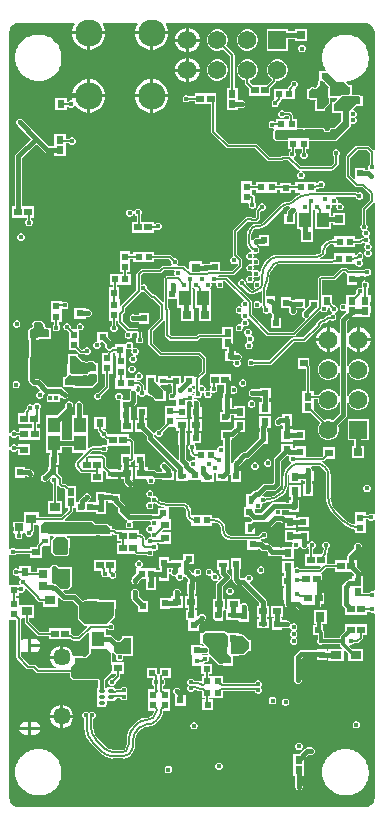
<source format=gbl>
G04*
G04 #@! TF.GenerationSoftware,Altium Limited,Altium Designer,24.9.1 (31)*
G04*
G04 Layer_Physical_Order=10*
G04 Layer_Color=16711680*
%FSLAX44Y44*%
%MOMM*%
G71*
G04*
G04 #@! TF.SameCoordinates,C615B3E7-4A0B-44CC-A6BC-150B9DE6E2D7*
G04*
G04*
G04 #@! TF.FilePolarity,Positive*
G04*
G01*
G75*
%ADD12C,0.1524*%
%ADD13C,0.2540*%
%ADD22R,0.6500X0.6000*%
%ADD23R,0.4000X0.5000*%
%ADD24R,0.5500X0.6000*%
%ADD25R,0.5121X0.5811*%
%ADD27R,0.6000X0.5500*%
%ADD29R,0.6725X0.7154*%
%ADD40R,0.5393X0.4725*%
%ADD41R,0.4725X0.5393*%
%ADD42R,0.5200X0.5200*%
%ADD44R,0.7200X0.7600*%
%ADD48R,0.5000X0.4000*%
%ADD49R,0.5200X0.5200*%
%ADD53R,0.6750X0.6000*%
%ADD54R,0.4500X0.6750*%
%ADD57R,0.6000X0.6500*%
%ADD59R,0.6000X0.6750*%
%ADD60R,0.5500X0.5500*%
%ADD61R,0.5811X0.5121*%
%ADD62R,0.6750X0.4500*%
%ADD71R,0.5153X0.4725*%
%ADD115C,2.3000*%
%ADD116C,1.5700*%
%ADD117R,1.5700X1.5700*%
%ADD118R,1.5700X1.5700*%
%ADD121C,0.1270*%
%ADD126C,0.3810*%
%ADD127C,0.3048*%
%ADD130C,1.4500*%
%ADD131C,0.4064*%
%ADD133R,0.9000X0.8000*%
%ADD134R,0.9500X0.7000*%
G04:AMPARAMS|DCode=135|XSize=0.3mm|YSize=0.49mm|CornerRadius=0.0495mm|HoleSize=0mm|Usage=FLASHONLY|Rotation=270.000|XOffset=0mm|YOffset=0mm|HoleType=Round|Shape=RoundedRectangle|*
%AMROUNDEDRECTD135*
21,1,0.3000,0.3910,0,0,270.0*
21,1,0.2010,0.4900,0,0,270.0*
1,1,0.0990,-0.1955,-0.1005*
1,1,0.0990,-0.1955,0.1005*
1,1,0.0990,0.1955,0.1005*
1,1,0.0990,0.1955,-0.1005*
%
%ADD135ROUNDEDRECTD135*%
G04:AMPARAMS|DCode=136|XSize=0.3mm|YSize=0.52mm|CornerRadius=0.0495mm|HoleSize=0mm|Usage=FLASHONLY|Rotation=270.000|XOffset=0mm|YOffset=0mm|HoleType=Round|Shape=RoundedRectangle|*
%AMROUNDEDRECTD136*
21,1,0.3000,0.4210,0,0,270.0*
21,1,0.2010,0.5200,0,0,270.0*
1,1,0.0990,-0.2105,-0.1005*
1,1,0.0990,-0.2105,0.1005*
1,1,0.0990,0.2105,0.1005*
1,1,0.0990,0.2105,-0.1005*
%
%ADD136ROUNDEDRECTD136*%
%ADD137R,0.7154X0.6725*%
%ADD138R,0.5500X0.5500*%
%ADD139R,0.4500X0.5000*%
%ADD140R,0.5000X0.5000*%
%ADD141R,0.5800X0.5400*%
%ADD142R,0.5500X0.5000*%
%ADD143R,0.6500X0.6500*%
%ADD144R,0.5500X0.4500*%
%ADD145R,0.7000X0.7500*%
%ADD146R,0.4500X0.4500*%
%ADD147R,0.5600X0.5200*%
%ADD148R,0.5000X0.5000*%
%ADD149R,0.4750X0.5000*%
%ADD150R,0.5000X0.4500*%
%ADD151R,0.4725X0.5153*%
%ADD152R,1.0000X1.2500*%
%ADD153R,1.0582X1.3061*%
%ADD154R,0.7581X0.8121*%
G36*
X307439Y668097D02*
X308976Y667460D01*
X310359Y666536D01*
X311536Y665359D01*
X312460Y663976D01*
X313097Y662439D01*
X313422Y660807D01*
X313422Y659975D01*
X313426Y560539D01*
X312410Y560231D01*
X312342Y560331D01*
X308968Y563706D01*
X308355Y564115D01*
X307631Y564259D01*
X298369D01*
X297645Y564115D01*
X297032Y563706D01*
X289663Y556337D01*
X289253Y555723D01*
X289109Y555000D01*
Y538400D01*
X289253Y537677D01*
X289663Y537063D01*
X297063Y529663D01*
X297677Y529253D01*
X298400Y529109D01*
X303217D01*
X309109Y523217D01*
Y517783D01*
X303030Y511704D01*
X302621Y511091D01*
X302477Y510367D01*
Y498145D01*
X301719Y497387D01*
X301243Y496238D01*
Y494995D01*
X301719Y493847D01*
X302598Y492968D01*
X302799Y492885D01*
X303351Y492000D01*
X303224Y491693D01*
X302876Y490852D01*
Y489609D01*
X303351Y488461D01*
X304010Y487802D01*
X304229Y487575D01*
X304079Y486545D01*
X303783Y486248D01*
X303631Y485883D01*
X302344D01*
X301620Y485739D01*
X301007Y485329D01*
X300568Y484891D01*
X297028D01*
Y487528D01*
X278972D01*
Y485860D01*
X278711Y484952D01*
X275749Y484562D01*
X272989Y483419D01*
X270620Y481601D01*
X270636Y481585D01*
X269244Y479771D01*
X268369Y477659D01*
X268071Y475392D01*
X268109D01*
Y473903D01*
X266871Y472952D01*
X265004Y472179D01*
X263000Y471915D01*
Y471890D01*
X231243D01*
Y471959D01*
X228085Y471543D01*
X225142Y470324D01*
X223018Y468694D01*
X222615Y468385D01*
X222615Y468385D01*
X222276Y468043D01*
X222273Y468040D01*
X222273Y468040D01*
X219628Y464817D01*
X217663Y461140D01*
X216540Y457440D01*
X215548Y457320D01*
X215485Y457332D01*
X215296Y457788D01*
X214417Y458667D01*
X213269Y459142D01*
X212026D01*
X211507Y458928D01*
X210730Y459705D01*
X211007Y460373D01*
Y461616D01*
X210705Y462344D01*
X211483Y463122D01*
X212026Y462897D01*
X213269D01*
X214417Y463372D01*
X215296Y464251D01*
X215772Y465399D01*
Y466642D01*
X215296Y467791D01*
X214417Y468669D01*
X213269Y469145D01*
X212026D01*
X211507Y468930D01*
X210730Y469708D01*
X211007Y470376D01*
Y471619D01*
X210705Y472347D01*
X211483Y473124D01*
X212026Y472899D01*
X213269D01*
X214417Y473375D01*
X215296Y474254D01*
X215772Y475402D01*
Y476645D01*
X215296Y477793D01*
X214417Y478672D01*
X213913Y478881D01*
X213933Y479972D01*
X214602Y480249D01*
X215622D01*
Y479622D01*
X224378D01*
Y488378D01*
X215622D01*
Y486361D01*
X213374D01*
X212204Y486128D01*
X211774Y485841D01*
X211174Y485592D01*
X210295Y484714D01*
X210148Y484357D01*
X209132Y484560D01*
Y488340D01*
X209158D01*
X209414Y490281D01*
X210163Y492091D01*
X211355Y493644D01*
X212203Y494051D01*
X212379Y494124D01*
X212426Y494114D01*
X215426D01*
Y494081D01*
X217536Y494359D01*
X219501Y495173D01*
X221189Y496468D01*
X221165Y496492D01*
X235508Y510835D01*
X235526Y510817D01*
X237129Y512048D01*
X238996Y512821D01*
X241000Y513085D01*
X241204Y512913D01*
X241488Y512242D01*
X241438Y511566D01*
X240029Y510157D01*
X239366Y509166D01*
X239134Y507996D01*
Y506755D01*
X237117D01*
Y497999D01*
X245873D01*
Y506755D01*
X245873Y506755D01*
X246185Y507642D01*
X246706Y508163D01*
X247706Y507862D01*
X247722Y507851D01*
Y493583D01*
X250027D01*
X250860Y493140D01*
Y482431D01*
X261140D01*
Y493140D01*
X261140D01*
X261278Y493583D01*
X261278Y493583D01*
X261278Y494099D01*
Y509639D01*
X261049D01*
X261004Y510006D01*
X261018Y510024D01*
X261968Y510488D01*
X262071Y510385D01*
X262722Y509639D01*
Y493583D01*
X276278D01*
Y498944D01*
X277860D01*
Y496860D01*
X288569D01*
Y507140D01*
X277860D01*
Y505056D01*
X276278D01*
Y509639D01*
X276278Y509639D01*
X276278D01*
X276278Y509639D01*
X276610Y510518D01*
X276923Y510831D01*
X277399Y511979D01*
Y513222D01*
X277185Y513739D01*
X277962Y514516D01*
X278626Y514242D01*
X279869D01*
X280597Y514543D01*
X281374Y513765D01*
X281149Y513222D01*
Y511979D01*
X281625Y510831D01*
X282504Y509952D01*
X283652Y509476D01*
X284895D01*
X286043Y509952D01*
X286922Y510831D01*
X287398Y511979D01*
Y513222D01*
X286922Y514370D01*
X286043Y515249D01*
X284895Y515725D01*
X283652D01*
X282924Y515423D01*
X282147Y516201D01*
X282372Y516744D01*
Y517987D01*
X281896Y519136D01*
X281017Y520014D01*
X280826Y520093D01*
X281028Y521110D01*
X297043D01*
Y521079D01*
X297497Y520989D01*
Y520897D01*
X297973Y519748D01*
X298851Y518870D01*
X300000Y518394D01*
X301243D01*
X302391Y518870D01*
X303270Y519748D01*
X303745Y520897D01*
Y522140D01*
X303270Y523288D01*
X302391Y524167D01*
X301243Y524642D01*
X300000D01*
X299465Y524421D01*
X298848Y524676D01*
X297043Y524914D01*
Y524891D01*
X264028D01*
Y527291D01*
X264870Y527402D01*
X267146Y528345D01*
X267379Y528249D01*
X268621D01*
X269770Y528725D01*
X270649Y529603D01*
X271124Y530752D01*
Y531995D01*
X270649Y533143D01*
X269770Y534022D01*
X268621Y534497D01*
X267379D01*
X266230Y534022D01*
X265351Y533143D01*
X265044Y532401D01*
X264028Y532603D01*
Y533528D01*
X245972D01*
Y530891D01*
X242528D01*
Y533028D01*
X233472D01*
Y530891D01*
X231028D01*
Y533528D01*
X212972D01*
Y530891D01*
X209528D01*
Y534028D01*
X200472D01*
Y524472D01*
Y515972D01*
X206336D01*
X207014Y514956D01*
X206876Y514621D01*
Y513379D01*
X207351Y512230D01*
X208230Y511351D01*
X209379Y510876D01*
X210621D01*
X211770Y511351D01*
X212649Y512230D01*
X213124Y513379D01*
Y514621D01*
X212649Y515770D01*
X211891Y516528D01*
Y520750D01*
X211747Y521474D01*
X211337Y522087D01*
X210723Y522497D01*
X210000Y522640D01*
X209528D01*
Y527109D01*
X212972D01*
Y524472D01*
X231028D01*
Y527109D01*
X233472D01*
Y523972D01*
X242528D01*
Y527109D01*
X245972D01*
Y524472D01*
X250649D01*
X250794Y523498D01*
X247506Y521741D01*
X244624Y519376D01*
X244663Y519337D01*
X243078Y517751D01*
X243077Y517751D01*
X243053Y517776D01*
X242111Y517146D01*
X241028Y516931D01*
X241000Y516954D01*
Y516954D01*
X237995Y516558D01*
X235195Y515398D01*
X232790Y513553D01*
X232835Y513508D01*
X218492Y499165D01*
X218486Y499170D01*
X217082Y498232D01*
X215426Y497903D01*
Y497896D01*
X212426D01*
Y497963D01*
X210364Y497552D01*
X208616Y496384D01*
X208620Y496380D01*
X206813Y494025D01*
X205677Y491283D01*
X205290Y488340D01*
X205351D01*
Y481988D01*
X205325D01*
X205573Y480099D01*
X206303Y478339D01*
X207459Y476832D01*
X207462Y476827D01*
X207481Y476846D01*
X208458Y475868D01*
X208458Y475868D01*
X208403Y475812D01*
X209076Y475362D01*
X209122Y474965D01*
X208949Y474730D01*
X208197Y474122D01*
X207261D01*
X206113Y473646D01*
X205234Y472767D01*
X204758Y471619D01*
Y470376D01*
X205234Y469228D01*
X206113Y468349D01*
X207261Y467873D01*
X208504D01*
X209023Y468088D01*
X209800Y467310D01*
X209523Y466642D01*
Y465399D01*
X209825Y464672D01*
X209047Y463894D01*
X208504Y464119D01*
X207261D01*
X206113Y463643D01*
X205234Y462765D01*
X204758Y461616D01*
Y460373D01*
X205234Y459225D01*
X206113Y458346D01*
X207261Y457871D01*
X208504D01*
X209023Y458086D01*
X209800Y457308D01*
X209523Y456640D01*
Y455397D01*
X209825Y454669D01*
X209047Y453892D01*
X208504Y454117D01*
X207261D01*
X206113Y453641D01*
X205234Y452762D01*
X204758Y451614D01*
Y450371D01*
X205234Y449223D01*
X206113Y448344D01*
X207261Y447868D01*
X208504D01*
X209652Y448344D01*
X210531Y449223D01*
X211007Y450371D01*
Y451614D01*
X210705Y452342D01*
X211483Y453119D01*
X212026Y452894D01*
X213269D01*
X214417Y453370D01*
X215129Y454081D01*
X215971Y453831D01*
X216116Y453741D01*
X216043Y453000D01*
X216110D01*
Y450267D01*
X215093Y449588D01*
X214735Y449737D01*
X213492D01*
X212344Y449261D01*
X211465Y448382D01*
X210990Y447234D01*
Y445991D01*
X211465Y444843D01*
X212187Y444121D01*
X212180Y443359D01*
X212076Y442975D01*
X210367Y442267D01*
X209894Y442205D01*
X209165Y442507D01*
X209161Y442512D01*
X204124Y447549D01*
Y448621D01*
X203649Y449770D01*
X202770Y450649D01*
X201621Y451124D01*
X200379D01*
X199230Y450649D01*
X198351Y449770D01*
X197876Y448621D01*
Y447379D01*
X198351Y446230D01*
X199230Y445351D01*
X200379Y444876D01*
X201451D01*
X206488Y439839D01*
X206488Y439839D01*
X206444Y439795D01*
X208093Y438694D01*
X209456Y438423D01*
X209473Y438419D01*
X209473Y438419D01*
X210037Y438307D01*
X210420Y438374D01*
Y438374D01*
X210957Y438537D01*
X210958Y438537D01*
X210986Y438546D01*
X213290Y439245D01*
X215994Y440690D01*
X216906Y441438D01*
X217824Y441004D01*
Y431306D01*
X216808Y431104D01*
X216663Y431455D01*
X215784Y432334D01*
X214636Y432810D01*
X213393D01*
X212244Y432334D01*
X211366Y431455D01*
X210890Y430307D01*
Y429064D01*
X211366Y427916D01*
X212244Y427037D01*
X213393Y426562D01*
X214636D01*
X215784Y427037D01*
X216663Y427916D01*
X216921Y428541D01*
X217964Y428403D01*
X218081Y427514D01*
X218712Y425991D01*
X218559Y425621D01*
Y424379D01*
X219035Y423230D01*
X219914Y422351D01*
X221062Y421876D01*
X222305D01*
X223453Y422351D01*
X224076Y422974D01*
X225040Y422906D01*
X225243Y422813D01*
X225484Y422230D01*
X226363Y421351D01*
X226410Y421332D01*
X226643Y421099D01*
Y418705D01*
X225321D01*
Y409949D01*
X234077D01*
Y418705D01*
X232755D01*
Y422365D01*
X232522Y423534D01*
X231860Y424526D01*
X231140Y425246D01*
Y429916D01*
X230907Y431086D01*
X230245Y432077D01*
X229278Y433044D01*
Y436778D01*
X221605D01*
Y442417D01*
X222246Y443252D01*
X223493Y446263D01*
X223919Y449494D01*
X223919D01*
X223856Y449562D01*
X224206Y453111D01*
X225261Y456589D01*
X226974Y459795D01*
X229280Y462605D01*
X230068Y463157D01*
X230937Y463738D01*
X232818Y464112D01*
X232828Y464109D01*
X277598D01*
Y464056D01*
X278602Y464188D01*
X278851Y463970D01*
Y463970D01*
X296907D01*
X297718Y463476D01*
X297868Y463114D01*
X298747Y462235D01*
X299895Y461759D01*
X301138D01*
X302287Y462235D01*
X303165Y463114D01*
X303641Y464262D01*
Y465505D01*
X303165Y466653D01*
X302601Y467218D01*
X302620Y468218D01*
X302721Y468425D01*
X303501Y469206D01*
X303977Y470354D01*
Y471597D01*
X303501Y472745D01*
X302622Y473624D01*
X301474Y474100D01*
X300231D01*
X299083Y473624D01*
X298204Y472745D01*
X297923Y472066D01*
X296907Y472268D01*
Y473026D01*
X278851D01*
Y468090D01*
X277598Y467925D01*
Y467891D01*
X267328D01*
X267126Y468907D01*
X268805Y469602D01*
X271210Y471447D01*
X271165Y471492D01*
X271337Y471663D01*
X271747Y472276D01*
X271891Y473000D01*
Y475392D01*
X271888Y475403D01*
X272262Y477283D01*
X272796Y478081D01*
X273355Y478865D01*
X274924Y480069D01*
X276750Y480826D01*
X277956Y480984D01*
X278972Y480151D01*
Y478472D01*
X297028D01*
Y481110D01*
X301351D01*
X302075Y481253D01*
X302688Y481663D01*
X303127Y482102D01*
X304389D01*
X304662Y481830D01*
X305016Y481683D01*
X305265Y480494D01*
X304789Y479346D01*
Y478103D01*
X305265Y476955D01*
X305632Y476588D01*
X306006Y475857D01*
X305632Y475260D01*
X305203Y474832D01*
X304727Y473683D01*
Y472440D01*
X305203Y471292D01*
X306082Y470413D01*
X307230Y469938D01*
X308473D01*
X309621Y470413D01*
X310500Y471292D01*
X310976Y472440D01*
Y473683D01*
X310500Y474832D01*
X310133Y475199D01*
X309758Y475929D01*
X310133Y476526D01*
X310562Y476955D01*
X311037Y478103D01*
Y479346D01*
X310562Y480494D01*
X309683Y481373D01*
X309328Y481520D01*
X309080Y482709D01*
X309555Y483857D01*
Y485100D01*
X309080Y486248D01*
X308422Y486906D01*
X308202Y487134D01*
X308352Y488164D01*
X308649Y488461D01*
X309124Y489609D01*
Y490852D01*
X308649Y492000D01*
X307770Y492879D01*
X307568Y492962D01*
X307016Y493847D01*
X307143Y494154D01*
X307491Y494995D01*
Y496238D01*
X307016Y497387D01*
X306258Y498145D01*
Y509584D01*
X312337Y515663D01*
X312411Y515775D01*
X313427Y515467D01*
X313438Y252407D01*
X312422Y251986D01*
X312091Y252317D01*
X310942Y252792D01*
X309699D01*
X308551Y252317D01*
X307793Y251559D01*
X305778D01*
Y254028D01*
X296722D01*
Y244136D01*
X295906Y243530D01*
X294224Y244040D01*
X291051Y245737D01*
X288269Y248020D01*
X288267Y248018D01*
X281280Y255006D01*
X280571Y255727D01*
X280571Y255734D01*
X280571Y255734D01*
X280569Y255737D01*
X280569D01*
X278590Y258148D01*
X277117Y260903D01*
X276211Y263892D01*
X276028Y265745D01*
X276124Y266228D01*
Y285400D01*
X276185D01*
X275800Y288321D01*
X274673Y291042D01*
X272879Y293379D01*
X272885Y293385D01*
X270358Y295324D01*
X268500Y296094D01*
X268702Y297110D01*
X269500D01*
X270224Y297253D01*
X270837Y297663D01*
X272396Y299222D01*
X279778D01*
Y308778D01*
X269722D01*
Y301896D01*
X268717Y300891D01*
X255958D01*
X254978Y300977D01*
Y309655D01*
X245611D01*
Y308372D01*
X243966D01*
Y312029D01*
X234410D01*
Y306044D01*
X228839Y300473D01*
X228177Y299482D01*
X227944Y298312D01*
Y279266D01*
X226671Y277993D01*
X220506D01*
X219336Y277760D01*
X218345Y277098D01*
X213754Y272507D01*
X212951D01*
X211782Y272275D01*
X210791Y271612D01*
X208331Y269153D01*
X204597D01*
Y258847D01*
X203646Y258691D01*
X202610D01*
Y250014D01*
X207310D01*
X209430Y247894D01*
X209436Y247890D01*
Y246668D01*
X209118Y246456D01*
X208585Y245923D01*
X203726D01*
Y235617D01*
X211782D01*
Y240476D01*
X212545Y241239D01*
X214331D01*
X214379Y241220D01*
X215621D01*
X215786Y241288D01*
X224344D01*
X225513Y241521D01*
X226505Y242183D01*
X230266Y245944D01*
X233734D01*
X234327Y245352D01*
X235318Y244689D01*
X236488Y244457D01*
X237222D01*
Y240889D01*
X246778D01*
Y242811D01*
X248403D01*
Y241353D01*
X257769D01*
Y250030D01*
X248403D01*
Y248923D01*
X246778D01*
Y251196D01*
X237222D01*
X236402Y251668D01*
X236169Y251823D01*
X235343Y251988D01*
X235154Y252189D01*
X234856Y252752D01*
X234790Y253072D01*
X235124Y253879D01*
Y255121D01*
X234985Y255457D01*
X235166Y255728D01*
X236241Y256177D01*
X237410Y255944D01*
X241347D01*
Y253847D01*
X249403D01*
Y264153D01*
X248743D01*
Y266847D01*
X250778D01*
Y277153D01*
X241222D01*
Y266847D01*
X242632D01*
Y264153D01*
X241347D01*
Y262056D01*
X238494D01*
X238050Y262353D01*
X236881Y262585D01*
X227997D01*
X226828Y262353D01*
X225836Y261690D01*
X217257Y253111D01*
X212857D01*
X211977Y253991D01*
Y256668D01*
X212993Y257089D01*
X213230Y256851D01*
X214379Y256376D01*
X215621D01*
X216770Y256851D01*
X217649Y257730D01*
X218124Y258879D01*
Y260121D01*
X218016Y260383D01*
X218124Y260647D01*
X218727Y261321D01*
X219642D01*
X220791Y261797D01*
X221609Y262615D01*
X224926Y262942D01*
X229494Y264328D01*
X233704Y266578D01*
X237394Y269606D01*
X237364Y269636D01*
X238756Y271450D01*
X239631Y273562D01*
X239929Y275828D01*
X239890D01*
Y283000D01*
X239894D01*
X240206Y285369D01*
X241222Y285303D01*
Y278847D01*
X250778D01*
Y281223D01*
X252617D01*
Y280219D01*
X254135D01*
Y278153D01*
X253053D01*
Y267847D01*
X261109D01*
Y278153D01*
X260246D01*
Y280219D01*
X261984D01*
Y288896D01*
X261325D01*
X260424Y289379D01*
Y290621D01*
X259949Y291770D01*
X259625Y292094D01*
X260046Y293109D01*
X264257D01*
Y293090D01*
X266414Y292806D01*
X268424Y291974D01*
X270143Y290654D01*
X270144Y290644D01*
X270144Y290644D01*
X270144Y290644D01*
X271322Y289108D01*
X272063Y287319D01*
X272316Y285400D01*
X272343D01*
Y267858D01*
X272253Y267724D01*
X272110Y267000D01*
X272050D01*
X272431Y263140D01*
X273557Y259428D01*
X275385Y256007D01*
X277208Y253785D01*
X277846Y253009D01*
X277887Y253051D01*
X285593Y245345D01*
X285544Y245295D01*
X288909Y242532D01*
X292750Y240480D01*
X296722Y239275D01*
Y235972D01*
X305778D01*
Y247778D01*
X307793D01*
X308551Y247019D01*
X309699Y246544D01*
X310942D01*
X312091Y247019D01*
X312422Y247351D01*
X313438Y246930D01*
X313440Y187672D01*
X312424Y186993D01*
X312108Y187124D01*
X310865D01*
X309717Y186649D01*
X308959Y185891D01*
X303778D01*
Y190222D01*
Y200278D01*
X302056D01*
Y202836D01*
X301823Y204006D01*
X301161Y204997D01*
X298328Y207830D01*
Y213064D01*
X296356D01*
Y215034D01*
X301353Y220031D01*
X302015Y221023D01*
X302248Y222192D01*
Y224096D01*
X302365Y224379D01*
Y225621D01*
X301889Y226770D01*
X301010Y227649D01*
X299862Y228124D01*
X298619D01*
X297471Y227649D01*
X296592Y226770D01*
X296117Y225621D01*
Y224379D01*
X296136Y224331D01*
Y223458D01*
X291139Y218461D01*
X290477Y217470D01*
X290244Y216300D01*
Y213064D01*
X279772D01*
Y210177D01*
X272928D01*
Y217685D01*
X273768Y220453D01*
X274039Y223205D01*
X274799Y223965D01*
X275274Y225113D01*
Y226356D01*
X274799Y227504D01*
X273920Y228383D01*
X272771Y228859D01*
X271529D01*
X270380Y228383D01*
X269501Y227504D01*
X269026Y226356D01*
Y225113D01*
X269501Y223965D01*
X270222Y223244D01*
X269846Y220390D01*
X268930Y218178D01*
X261290D01*
Y223018D01*
X262387Y223472D01*
X263266Y224351D01*
X263742Y225499D01*
Y226742D01*
X263266Y227890D01*
X262387Y228769D01*
X261239Y229245D01*
X259996D01*
X258848Y228769D01*
X257969Y227890D01*
X257864Y227639D01*
X256675Y227421D01*
X256363Y227753D01*
Y229685D01*
X257990D01*
Y238362D01*
X248623D01*
Y237089D01*
X246778D01*
Y239195D01*
X237222D01*
Y228890D01*
X243844D01*
X244270Y227873D01*
X243876Y226922D01*
Y225679D01*
X243899Y225623D01*
X243334Y224778D01*
X235222D01*
Y223336D01*
X233153D01*
Y224653D01*
X227169D01*
X225264Y226558D01*
X224273Y227220D01*
X223103Y227453D01*
X220266D01*
X218978Y228741D01*
X217987Y229403D01*
X217888Y229423D01*
X217179Y230600D01*
X217246Y230827D01*
X218648Y231407D01*
X218855Y231321D01*
X220098D01*
X221246Y231797D01*
X222125Y232676D01*
X222601Y233824D01*
Y235067D01*
X222125Y236215D01*
X221246Y237094D01*
X220098Y237570D01*
X218855D01*
X217707Y237094D01*
X216828Y236215D01*
X216353Y235067D01*
Y234548D01*
X216058Y234351D01*
X213658Y233874D01*
X213573Y233890D01*
X191828D01*
X191818Y233888D01*
X189937Y234262D01*
X188343Y235328D01*
X188337Y235337D01*
X188328Y235343D01*
X187262Y236937D01*
X186888Y238818D01*
X186891Y238828D01*
Y241000D01*
X186912D01*
X186682Y242745D01*
X186009Y244370D01*
X185043Y245629D01*
X184938Y245766D01*
X184364Y246364D01*
X184364D01*
X184234Y246464D01*
X182551Y247756D01*
X180439Y248631D01*
X178172Y248929D01*
Y248890D01*
X176028D01*
Y251528D01*
X158825D01*
X157972Y251528D01*
X157891Y252510D01*
Y254500D01*
X157922D01*
X157651Y256560D01*
X156856Y258479D01*
X156005Y259587D01*
X155983Y259616D01*
X155982Y259619D01*
X155592Y260127D01*
X155384Y260384D01*
X155384Y260384D01*
X153641Y261549D01*
X151586Y261957D01*
Y261891D01*
X137864D01*
X137789Y261876D01*
X134370Y262326D01*
X131115Y263674D01*
X130124Y264434D01*
Y265121D01*
X129649Y266270D01*
X128770Y267149D01*
X127621Y267624D01*
X126661D01*
X126084Y268244D01*
X125942Y268543D01*
X126103Y268933D01*
Y270176D01*
X125628Y271324D01*
X124749Y272203D01*
X123601Y272679D01*
X122358D01*
X121209Y272203D01*
X120331Y271324D01*
X119855Y270176D01*
Y268933D01*
X120331Y267785D01*
X121209Y266906D01*
X122358Y266430D01*
X123318D01*
X123896Y265810D01*
X124037Y265511D01*
X123876Y265121D01*
Y263878D01*
X123984Y263617D01*
X123876Y263353D01*
X123273Y262679D01*
X122358D01*
X121209Y262203D01*
X120331Y261324D01*
X119855Y260176D01*
Y258933D01*
X120331Y257785D01*
X121209Y256906D01*
X122358Y256430D01*
X123601D01*
X124749Y256906D01*
X125628Y257785D01*
X126103Y258933D01*
Y260176D01*
X125995Y260437D01*
X126103Y260702D01*
X126706Y261376D01*
X127621D01*
X127718Y261416D01*
X128252Y260978D01*
X131243Y259380D01*
X134489Y258395D01*
X134897Y258355D01*
X134847Y257339D01*
X129661D01*
Y252067D01*
X129584Y251990D01*
X124962D01*
X124749Y252203D01*
X123601Y252679D01*
X122358D01*
X122193Y252610D01*
X106711D01*
X102371Y256950D01*
Y258713D01*
X102139Y259883D01*
X101476Y260874D01*
X97889Y264461D01*
Y269719D01*
X90926D01*
X90568Y269790D01*
X86361D01*
Y271418D01*
X77684D01*
Y263268D01*
X77278Y262420D01*
X76821Y262420D01*
X71138D01*
X70749Y263359D01*
X71722Y264332D01*
X71770Y264351D01*
X72649Y265230D01*
X73124Y266379D01*
Y267621D01*
X72649Y268770D01*
X71770Y269649D01*
X70621Y270124D01*
X69379D01*
X68230Y269649D01*
X67351Y268770D01*
X67235Y268487D01*
X63934Y265187D01*
X63272Y264196D01*
X63039Y263026D01*
Y262420D01*
X60778D01*
Y276278D01*
X53896D01*
X52944Y277230D01*
X52330Y277640D01*
X51607Y277784D01*
X49890D01*
X48891Y278783D01*
Y282000D01*
X48747Y282724D01*
X48337Y283337D01*
X45278Y286396D01*
Y292278D01*
X44056D01*
Y293722D01*
X46569D01*
Y302278D01*
X45056D01*
Y303931D01*
X49069D01*
Y309183D01*
X56931D01*
Y303931D01*
X66230D01*
X66619Y302992D01*
X60663Y297037D01*
X60253Y296423D01*
X60110Y295700D01*
Y292878D01*
X60253Y292154D01*
X60663Y291541D01*
X64395Y287809D01*
X65009Y287399D01*
X65732Y287255D01*
X72710D01*
X73222Y286913D01*
Y279222D01*
X83278D01*
Y288778D01*
X83278D01*
Y288922D01*
X84251Y289325D01*
X85847Y287729D01*
Y282347D01*
X96153D01*
Y283632D01*
X98847D01*
Y282222D01*
X100944D01*
Y280259D01*
X101177Y279090D01*
X101839Y278099D01*
X103235Y276703D01*
X103351Y276421D01*
X104230Y275542D01*
X105379Y275067D01*
X106621D01*
X107770Y275542D01*
X108649Y276421D01*
X109124Y277569D01*
Y278812D01*
X108649Y279960D01*
X107770Y280839D01*
X107707Y281243D01*
X108461Y282222D01*
X109153D01*
Y291778D01*
X105693D01*
Y293520D01*
X106976D01*
Y296313D01*
X107107D01*
X107831Y296457D01*
X108444Y296866D01*
X109337Y297759D01*
X109609Y298166D01*
X110625Y297975D01*
Y293429D01*
X112944D01*
Y291778D01*
X110847D01*
Y282222D01*
X120128D01*
X120876Y281371D01*
X120876Y281321D01*
Y280129D01*
X121351Y278980D01*
X122230Y278102D01*
X123379Y277626D01*
X124621D01*
X125770Y278102D01*
X126649Y278980D01*
X127124Y280129D01*
Y281199D01*
X127317Y281559D01*
X127908Y282135D01*
X133382D01*
Y281163D01*
X143688D01*
Y289219D01*
X141870D01*
Y289346D01*
X141637Y290516D01*
X140975Y291507D01*
X137877Y294605D01*
X137809Y294770D01*
X136930Y295649D01*
X135782Y296124D01*
X134539D01*
X133390Y295649D01*
X132512Y294770D01*
X132036Y293621D01*
Y292379D01*
X132512Y291230D01*
X133390Y290351D01*
X133397Y290206D01*
X133382Y289219D01*
Y289219D01*
X133276Y288247D01*
X128890D01*
X127977Y289161D01*
X126985Y289823D01*
X125816Y290056D01*
X121153D01*
Y291778D01*
X119056D01*
Y293429D01*
X119302D01*
Y302795D01*
X110907D01*
X110625Y302795D01*
X109890Y303476D01*
Y313000D01*
X109747Y313724D01*
X109337Y314337D01*
X107337Y316337D01*
X106723Y316747D01*
X106000Y316891D01*
X105278D01*
Y319778D01*
X87124D01*
Y320621D01*
X86649Y321770D01*
X85770Y322649D01*
X84621Y323124D01*
X83811D01*
X83303Y323719D01*
X83627Y324722D01*
X85778D01*
Y334778D01*
X76222D01*
Y324722D01*
X79110D01*
Y323106D01*
X79253Y322383D01*
X79663Y321770D01*
X80876Y320557D01*
Y319379D01*
X81351Y318230D01*
X82230Y317351D01*
X83379Y316876D01*
X84451D01*
X85716Y315610D01*
X86330Y315200D01*
X86722Y315122D01*
Y311181D01*
X86595Y311039D01*
X85706Y310586D01*
X84910Y310915D01*
X83667D01*
X82519Y310440D01*
X81761Y309682D01*
X74091D01*
X73368Y309538D01*
X72755Y309128D01*
X72008Y308381D01*
X71069Y308770D01*
Y319452D01*
Y336069D01*
X66210D01*
Y344214D01*
X66278Y344379D01*
Y345621D01*
X65803Y346770D01*
X64924Y347649D01*
X63776Y348124D01*
X62533D01*
X61384Y347649D01*
X60506Y346770D01*
X60030Y345621D01*
Y344379D01*
X60098Y344214D01*
Y336069D01*
X56931D01*
Y319452D01*
Y315295D01*
X49069D01*
Y319452D01*
Y331747D01*
X56675Y339353D01*
X57337Y340345D01*
X57570Y341514D01*
Y343152D01*
X57649Y343230D01*
X58124Y344379D01*
Y345621D01*
X57649Y346770D01*
X56770Y347649D01*
X55621Y348124D01*
X54379D01*
X53230Y347649D01*
X52351Y346770D01*
X52245Y346513D01*
X51691Y345684D01*
X51458Y344514D01*
Y342780D01*
X44747Y336069D01*
X34931D01*
Y319452D01*
Y303931D01*
X38944D01*
Y302278D01*
X38013D01*
Y297056D01*
X37944Y296709D01*
Y292278D01*
X36722D01*
Y290044D01*
X32395Y285717D01*
X32230Y285649D01*
X31351Y284770D01*
X30876Y283621D01*
Y282379D01*
X31351Y281230D01*
X32230Y280351D01*
X33379Y279876D01*
X34621D01*
X35770Y280351D01*
X36649Y281230D01*
X36717Y281395D01*
X38365Y283043D01*
X39226Y282468D01*
X38876Y281621D01*
Y280379D01*
X39351Y279230D01*
X40230Y278351D01*
X40919Y278066D01*
Y263778D01*
X36532D01*
Y252222D01*
X49088D01*
Y263778D01*
X44700D01*
Y276275D01*
X45489Y276593D01*
X45717Y276610D01*
X47770Y274557D01*
X48383Y274147D01*
X49107Y274003D01*
X50824D01*
X51222Y273604D01*
Y266222D01*
Y257722D01*
X54239D01*
Y255729D01*
X48271Y249761D01*
X29088D01*
Y254278D01*
X16532D01*
Y246028D01*
X7593D01*
Y235972D01*
X8335D01*
X9014Y234956D01*
X8876Y234621D01*
Y233379D01*
X9351Y232230D01*
X10230Y231351D01*
X11379Y230876D01*
X12621D01*
X13770Y231351D01*
X14649Y232230D01*
X15124Y233379D01*
Y234621D01*
X14986Y234956D01*
X15664Y235972D01*
X17649Y235972D01*
X17876Y235378D01*
X18351Y234230D01*
X19230Y233351D01*
X20379Y232876D01*
X21621D01*
X22770Y233351D01*
X23649Y234230D01*
X24124Y235379D01*
Y236621D01*
X23973Y236987D01*
X24417Y237431D01*
X24827Y238044D01*
X24971Y238768D01*
Y242722D01*
X28536D01*
X29144Y242596D01*
X29472Y241865D01*
Y234544D01*
X29472Y234472D01*
Y233528D01*
X29472Y233456D01*
Y228146D01*
X28151Y226825D01*
X27741Y226211D01*
X27597Y225488D01*
Y224778D01*
X21972D01*
Y222473D01*
X9777D01*
X9019Y223231D01*
X7871Y223707D01*
X6628D01*
X5480Y223231D01*
X5094Y222846D01*
X4078Y223267D01*
Y306806D01*
X5094Y307008D01*
X5361Y306364D01*
X6240Y305485D01*
X7388Y305009D01*
X8631D01*
X9779Y305485D01*
X10538Y306243D01*
X11722D01*
Y302222D01*
X21778D01*
Y311778D01*
X11722D01*
Y310024D01*
X10538D01*
X9779Y310782D01*
X8631Y311257D01*
X7388D01*
X6240Y310782D01*
X5361Y309903D01*
X5094Y309259D01*
X4078Y309461D01*
Y318649D01*
X5094Y318851D01*
X5351Y318230D01*
X6230Y317351D01*
X7379Y316876D01*
X8621D01*
X9770Y317351D01*
X10528Y318109D01*
X11954D01*
Y315422D01*
X30510D01*
Y324978D01*
X27373D01*
Y328209D01*
X29919D01*
Y337765D01*
X29714D01*
Y340864D01*
X30472Y341623D01*
X30948Y342771D01*
Y344014D01*
X30472Y345162D01*
X29594Y346041D01*
X28445Y346516D01*
X27202D01*
X26054Y346041D01*
X25175Y345162D01*
X25034Y344821D01*
X23836Y344583D01*
X23770Y344649D01*
X22621Y345124D01*
X21379D01*
X20230Y344649D01*
X19351Y343770D01*
X18876Y342621D01*
Y341549D01*
X17542Y340216D01*
X17132Y339602D01*
X16988Y338879D01*
Y337765D01*
X11363D01*
Y328209D01*
X23592D01*
Y324978D01*
X11954D01*
Y321890D01*
X10528D01*
X9770Y322649D01*
X8621Y323124D01*
X7379D01*
X6230Y322649D01*
X5351Y321770D01*
X5094Y321149D01*
X4078Y321351D01*
X4078Y659975D01*
Y660807D01*
X4403Y662439D01*
X5040Y663976D01*
X5964Y665359D01*
X7140Y666536D01*
X8524Y667460D01*
X10061Y668097D01*
X11693Y668422D01*
X12525Y668422D01*
X59029D01*
X59616Y667406D01*
X58267Y665069D01*
X57310Y661498D01*
Y660920D01*
X85390D01*
Y661498D01*
X84433Y665069D01*
X83084Y667406D01*
X83671Y668422D01*
X112329D01*
X112916Y667406D01*
X111567Y665069D01*
X110610Y661498D01*
Y660920D01*
X138690D01*
Y661498D01*
X137733Y665069D01*
X136384Y667406D01*
X136971Y668422D01*
X305807D01*
X307439Y668097D01*
D02*
G37*
G36*
X309115Y558211D02*
Y548928D01*
X308357Y548170D01*
X307882Y547021D01*
Y545779D01*
X308176Y545069D01*
X307622Y544087D01*
X307579Y544056D01*
X305378D01*
Y545378D01*
X296622D01*
Y536889D01*
X295715Y536358D01*
X292890Y539183D01*
Y554217D01*
X299152Y560478D01*
X306848D01*
X309115Y558211D01*
D02*
G37*
G36*
X106110Y309776D02*
Y302886D01*
X98299D01*
Y293520D01*
X99581D01*
Y291778D01*
X98847D01*
Y289743D01*
X96153D01*
Y290403D01*
X88521D01*
X86179Y292744D01*
Y299000D01*
X86035Y299723D01*
X85626Y300337D01*
X83626Y302337D01*
X83012Y302747D01*
X82289Y302890D01*
X73192D01*
X72803Y303829D01*
X74874Y305901D01*
X81761D01*
X82519Y305143D01*
X83667Y304667D01*
X84910D01*
X86059Y305143D01*
X86937Y306021D01*
X87413Y307170D01*
Y308413D01*
X87084Y309206D01*
X87540Y310098D01*
X87680Y310222D01*
X105278D01*
X106110Y309776D01*
D02*
G37*
G36*
X241351Y300770D02*
X240876Y299621D01*
Y298379D01*
X241351Y297230D01*
X242230Y296351D01*
X242663Y296172D01*
X242671Y296158D01*
X242761Y295032D01*
X240883Y293590D01*
X240615Y293385D01*
D01*
X240139Y292932D01*
Y292932D01*
X239930Y292659D01*
X237907Y290023D01*
X236504Y286635D01*
X236026Y283000D01*
X236110D01*
Y275828D01*
X236112Y275818D01*
X235738Y273937D01*
X234672Y272343D01*
X234663Y272337D01*
X234648Y272314D01*
X231563Y269782D01*
X228020Y267888D01*
X224175Y266722D01*
X221433Y266452D01*
X220791Y267094D01*
X219642Y267570D01*
X218897D01*
X218476Y268586D01*
X221771Y271881D01*
X227937D01*
X229106Y272113D01*
X230098Y272776D01*
X233161Y275839D01*
X233823Y276831D01*
X234056Y278000D01*
Y297046D01*
X238732Y301723D01*
X240867D01*
X241351Y300770D01*
D02*
G37*
G36*
X87583Y261663D02*
X92045D01*
X92045Y261662D01*
X96260Y257448D01*
Y255685D01*
X96492Y254515D01*
X97155Y253524D01*
X103285Y247394D01*
X103851Y247015D01*
X103929Y246723D01*
X103933Y245852D01*
X103926Y245836D01*
X103238Y245147D01*
X102762Y243999D01*
Y242756D01*
X103238Y241607D01*
X104116Y240729D01*
X105265Y240253D01*
X106508D01*
X107656Y240729D01*
X108535Y241607D01*
X109010Y242756D01*
Y243999D01*
X108535Y245147D01*
X108199Y245483D01*
X108620Y246499D01*
X122193D01*
X122358Y246430D01*
X123318D01*
X123896Y245810D01*
X124037Y245511D01*
X123876Y245121D01*
Y243879D01*
X123984Y243617D01*
X123876Y243353D01*
X123273Y242679D01*
X122358D01*
X121209Y242203D01*
X120331Y241324D01*
X119855Y240176D01*
Y238933D01*
X120331Y237785D01*
X121209Y236906D01*
X122358Y236430D01*
X123291D01*
X123883Y235779D01*
X124004Y235498D01*
X123849Y235121D01*
Y233879D01*
X123957Y233617D01*
X123849Y233353D01*
X123246Y232679D01*
X122331D01*
X121182Y232203D01*
X120303Y231324D01*
X119907Y230366D01*
X118890Y230568D01*
Y232000D01*
X118747Y232724D01*
X118337Y233337D01*
X116337Y235337D01*
X115723Y235747D01*
X115000Y235891D01*
X114278D01*
Y238778D01*
X95722D01*
Y238778D01*
X94706Y238524D01*
X93893Y239337D01*
X93280Y239747D01*
X92556Y239890D01*
X91153D01*
Y242028D01*
X89269D01*
X87461Y243836D01*
X86625Y244182D01*
X77490D01*
X75367Y246305D01*
X74531Y246651D01*
X51578D01*
X51158Y247667D01*
X57245Y253755D01*
X57627Y254326D01*
X57761Y255000D01*
Y257722D01*
X60722D01*
Y253864D01*
X77278D01*
X77661Y253007D01*
Y252114D01*
X86339D01*
Y261481D01*
X86339D01*
X86361Y262051D01*
X86361D01*
X86361Y262487D01*
Y263678D01*
X87583D01*
Y261663D01*
D02*
G37*
G36*
X77000Y243000D02*
X86625D01*
X89375Y240250D01*
Y235750D01*
X76656D01*
X76125Y235219D01*
X37781D01*
X36750Y236250D01*
X31250D01*
Y243179D01*
X33540Y245469D01*
X74531D01*
X77000Y243000D01*
D02*
G37*
G36*
X152082Y257931D02*
X152887Y257423D01*
X153784Y256082D01*
X154098Y254500D01*
X154109D01*
Y251414D01*
X154043D01*
X154452Y249359D01*
X155616Y247616D01*
X155636Y247636D01*
X157450Y246244D01*
X157972Y246028D01*
Y242472D01*
X176028D01*
Y245109D01*
X178172D01*
X178183Y245111D01*
X180063Y244737D01*
X181507Y243772D01*
X182224Y243053D01*
X182854Y242111D01*
X183075Y241000D01*
X183109D01*
Y238828D01*
X183071D01*
X183369Y236562D01*
X184244Y234450D01*
X185636Y232636D01*
X187450Y231244D01*
X189562Y230369D01*
X191828Y230071D01*
Y230110D01*
X205425D01*
Y222241D01*
X214792D01*
Y222906D01*
X215808Y223268D01*
X216353Y222723D01*
X216372Y222676D01*
X217251Y221797D01*
X218399Y221321D01*
X219642D01*
X219690Y221341D01*
X221837D01*
X222847Y220331D01*
Y216597D01*
X233153D01*
Y217224D01*
X235222D01*
Y214472D01*
X244778D01*
Y222776D01*
X245794Y223418D01*
X246379Y223176D01*
X247621D01*
X248770Y223652D01*
X249649Y224530D01*
X249654Y224543D01*
X249664Y224548D01*
X250756D01*
X250837Y224351D01*
X251716Y223472D01*
X252864Y222997D01*
X254107D01*
X255256Y223472D01*
X256134Y224351D01*
X256253Y224638D01*
X257420Y224799D01*
X257637Y224523D01*
X257671Y224401D01*
X257428Y223182D01*
X257509D01*
Y218178D01*
X254372D01*
Y208622D01*
X267521D01*
X267910Y207683D01*
X266367Y206140D01*
X250583D01*
X249825Y206899D01*
X248677Y207374D01*
X247434D01*
X246286Y206899D01*
X245794Y206407D01*
X244778Y206828D01*
Y212778D01*
X235222D01*
Y202472D01*
X236950D01*
Y199952D01*
X234817D01*
Y191275D01*
X236950D01*
Y189979D01*
X235983D01*
Y179673D01*
X236955D01*
Y176971D01*
X237188Y175802D01*
X237638Y175128D01*
X237781Y174783D01*
X238660Y173904D01*
X239808Y173428D01*
X241051D01*
X241099Y173448D01*
X246901D01*
X248508Y171841D01*
X249499Y171179D01*
X250669Y170946D01*
X260760D01*
X261732Y170839D01*
X261732Y169930D01*
Y159162D01*
X263816D01*
Y158140D01*
X261191D01*
Y149860D01*
X265073D01*
Y146604D01*
X264616Y145501D01*
Y144259D01*
X265092Y143110D01*
X265970Y142231D01*
X267119Y141756D01*
X268362D01*
X269464Y142213D01*
X284333D01*
Y142000D01*
X284536Y140979D01*
X285114Y140114D01*
X286011Y139217D01*
X285622Y138278D01*
X274222D01*
Y136222D01*
X273140D01*
Y137806D01*
X264860D01*
Y137085D01*
X251348D01*
X250179Y136852D01*
X249187Y136190D01*
X246241Y133244D01*
X245579Y132253D01*
X245346Y131083D01*
Y112252D01*
X245301Y112142D01*
Y110899D01*
X245776Y109751D01*
X246655Y108872D01*
X247803Y108396D01*
X249046D01*
X250194Y108872D01*
X251073Y109751D01*
X251549Y110899D01*
Y112142D01*
X251458Y112361D01*
Y129817D01*
X252614Y130973D01*
X264860D01*
Y128857D01*
X273140D01*
Y130110D01*
X274222D01*
Y127722D01*
X287278D01*
Y136622D01*
X288216Y137011D01*
X290722Y134506D01*
Y127722D01*
X303778D01*
Y138278D01*
X294494D01*
X292158Y140615D01*
X292339Y141117D01*
X292656Y141553D01*
X293738D01*
X294887Y142029D01*
X295645Y142787D01*
X298678D01*
X299401Y142931D01*
X300014Y143341D01*
X303137Y146463D01*
X303547Y147077D01*
X303691Y147800D01*
Y149673D01*
X306828D01*
Y159229D01*
X288272D01*
Y153445D01*
X285114Y150287D01*
X284536Y149422D01*
X284333Y148401D01*
Y147548D01*
X270408D01*
Y151925D01*
X270205Y152946D01*
X270140Y153042D01*
Y158140D01*
X269151D01*
Y159162D01*
X272869D01*
Y170839D01*
X266187D01*
X265873Y171797D01*
X265872Y171855D01*
X266746Y172728D01*
X267408Y173720D01*
X267641Y174889D01*
Y176372D01*
X270958D01*
Y185928D01*
X268986D01*
Y192222D01*
X269278D01*
Y201778D01*
X268617D01*
X268309Y202794D01*
X268487Y202913D01*
X271969Y206396D01*
X279772D01*
Y203508D01*
X294006D01*
X295944Y201570D01*
Y200278D01*
X294222D01*
Y196961D01*
X292137D01*
X290967Y196728D01*
X289976Y196066D01*
X286839Y192929D01*
X286177Y191938D01*
X285944Y190768D01*
Y176500D01*
X286177Y175331D01*
X286839Y174339D01*
X288722Y172456D01*
Y167222D01*
X307278D01*
Y169810D01*
X308959D01*
X309717Y169052D01*
X310866Y168576D01*
X312109D01*
X312425Y168707D01*
X313441Y168028D01*
X313447Y12525D01*
Y11693D01*
X313122Y10061D01*
X312486Y8524D01*
X311561Y7141D01*
X310385Y5964D01*
X309001Y5040D01*
X307464Y4403D01*
X305832Y4078D01*
X305000Y4078D01*
X12525Y4078D01*
X11693D01*
X10061Y4403D01*
X8524Y5040D01*
X7141Y5964D01*
X5964Y7140D01*
X5040Y8524D01*
X4403Y10061D01*
X4078Y11693D01*
X4078Y12525D01*
Y162972D01*
X9854D01*
X10109Y162717D01*
Y131000D01*
X10253Y130276D01*
X10663Y129663D01*
X18663Y121663D01*
X19276Y121253D01*
X20000Y121110D01*
X24038D01*
X26776Y118372D01*
X27389Y117962D01*
X28112Y117818D01*
X55568D01*
Y115500D01*
X55914Y114664D01*
X58414Y112164D01*
X59250Y111818D01*
X78724D01*
X79633Y111446D01*
Y105681D01*
X79459Y105646D01*
X78707Y105144D01*
X78204Y104392D01*
X78028Y103505D01*
Y101495D01*
X78204Y100608D01*
X78611Y100000D01*
X78204Y99392D01*
X78028Y98505D01*
Y96495D01*
X78204Y95608D01*
X78611Y95000D01*
X78204Y94392D01*
X78028Y93505D01*
Y91495D01*
X78204Y90608D01*
X78707Y89857D01*
X79459Y89354D01*
X80346Y89178D01*
X84256D01*
X85142Y89354D01*
X85894Y89857D01*
X86397Y90608D01*
X86573Y91495D01*
Y93505D01*
X86569Y93526D01*
X86752Y93783D01*
X87452Y94296D01*
X88045Y94178D01*
X91955D01*
X92842Y94354D01*
X93594Y94856D01*
X94096Y95608D01*
X94132Y95786D01*
X94913Y96352D01*
D01*
X95848Y96538D01*
X95939Y96599D01*
X96318Y96756D01*
X98069D01*
X98351Y96074D01*
X99230Y95195D01*
X100379Y94720D01*
X101621D01*
X102770Y95195D01*
X103649Y96074D01*
X104124Y97222D01*
Y98465D01*
X103649Y99614D01*
X102840Y100422D01*
X103649Y101230D01*
X104124Y102379D01*
Y103621D01*
X103649Y104770D01*
X102770Y105649D01*
X101621Y106124D01*
X100379D01*
X99230Y105649D01*
X98351Y104770D01*
X98069Y104088D01*
X95233D01*
X94278Y104101D01*
X94097Y104392D01*
X93594Y105144D01*
X92842Y105646D01*
X91955Y105823D01*
X87745D01*
X86859Y105646D01*
X86805Y105610D01*
X86000Y105198D01*
X85196Y105610D01*
X85142Y105646D01*
X84968Y105681D01*
Y111446D01*
X85007D01*
X84904Y112232D01*
X89894Y117222D01*
X94359D01*
Y115856D01*
X91663Y113160D01*
X90591D01*
X89443Y112684D01*
X88564Y111805D01*
X88088Y110657D01*
Y109414D01*
X88564Y108266D01*
X89443Y107387D01*
X90591Y106911D01*
X91834D01*
X92982Y107387D01*
X93861Y108266D01*
X94337Y109414D01*
Y110486D01*
X97586Y113736D01*
X97996Y114350D01*
X98140Y115073D01*
Y117222D01*
X101278D01*
Y126778D01*
X91182D01*
Y135000D01*
X92121Y135268D01*
X92164Y135164D01*
X94526Y132802D01*
X94784Y132695D01*
X94339Y131621D01*
Y130379D01*
X94815Y129230D01*
X95694Y128351D01*
X96842Y127876D01*
X98085D01*
X99233Y128351D01*
X100112Y129230D01*
X100588Y130379D01*
Y131621D01*
X100747Y131860D01*
X108569D01*
Y140140D01*
X109130Y140661D01*
X109130D01*
Y149339D01*
X99763D01*
Y147455D01*
X98706Y146397D01*
X98616Y146180D01*
X98450Y146013D01*
X98313Y145683D01*
Y145650D01*
X98283Y145579D01*
X97939Y145437D01*
X97856Y145354D01*
X97142Y145058D01*
X96370D01*
X95439Y145444D01*
X95256D01*
X94949Y145571D01*
X94642Y145444D01*
X94634D01*
X91156Y148922D01*
X90165Y149584D01*
X88995Y149817D01*
X86069D01*
Y155069D01*
X87068Y155110D01*
X87472D01*
X88230Y154351D01*
X89379Y153876D01*
X90621D01*
X91770Y154351D01*
X92649Y155230D01*
X93124Y156379D01*
Y157621D01*
X92649Y158770D01*
X91770Y159649D01*
X90621Y160124D01*
X90233D01*
X89812Y161140D01*
X92892Y164220D01*
X92982Y164437D01*
X93148Y164603D01*
X93444Y165317D01*
Y165519D01*
X93557Y165793D01*
Y171847D01*
X94153D01*
Y179903D01*
X83847D01*
Y179307D01*
X80153D01*
Y180403D01*
X69847D01*
Y179807D01*
X67922D01*
X67086Y179461D01*
X66473Y178848D01*
X61161Y184161D01*
X60170Y184823D01*
X59000Y185056D01*
X51768D01*
X49945Y186879D01*
X50334Y187818D01*
X53005D01*
X53841Y188164D01*
X56461Y190784D01*
X56807Y191620D01*
Y199475D01*
X57403D01*
Y207530D01*
X47097D01*
Y207530D01*
X46136Y207663D01*
X44836Y208963D01*
X44000Y209310D01*
X40784D01*
X39948Y208963D01*
X39244Y208260D01*
X38945Y207539D01*
X38358Y206766D01*
X27802D01*
Y203128D01*
X22110D01*
Y208278D01*
X12554D01*
Y206527D01*
X11538Y206030D01*
X10707Y206374D01*
X9464D01*
X8316Y205898D01*
X7437Y205020D01*
X6962Y203871D01*
Y202628D01*
X7437Y201480D01*
X8316Y200601D01*
X9464Y200126D01*
X10707D01*
X11538Y200470D01*
X12554Y199973D01*
Y198222D01*
X13589D01*
X13861Y197555D01*
X13897Y197206D01*
X13094Y196402D01*
X12618Y195254D01*
Y194011D01*
X12870Y193402D01*
X12133Y192528D01*
X4078D01*
Y217899D01*
X5094Y218319D01*
X5480Y217934D01*
X6628Y217458D01*
X7871D01*
X9019Y217934D01*
X9777Y218692D01*
X21972D01*
Y215222D01*
X32028D01*
Y224778D01*
X32757Y225472D01*
X38528D01*
Y233021D01*
X38528Y233528D01*
X39333Y234037D01*
X41428D01*
X41849Y233021D01*
X40164Y231336D01*
X39818Y230500D01*
Y220000D01*
X40164Y219164D01*
X42164Y217164D01*
X43000Y216818D01*
X52500D01*
X53336Y217164D01*
X54336Y218164D01*
X54682Y219000D01*
Y223722D01*
X55278D01*
Y232278D01*
X53394D01*
X52669Y233003D01*
X52662Y233047D01*
X53072Y234037D01*
X56490D01*
X56879Y233876D01*
X58121D01*
X58510Y234037D01*
X62490D01*
X62879Y233876D01*
X64121D01*
X64510Y234037D01*
X67597D01*
Y233441D01*
X77903D01*
Y234568D01*
X80847D01*
Y233972D01*
X91153D01*
Y235293D01*
X92169Y235714D01*
X92982Y234901D01*
X93595Y234491D01*
X94319Y234347D01*
X95722D01*
Y229222D01*
X98840D01*
Y227984D01*
X95702D01*
Y218428D01*
X111064D01*
X111274Y218218D01*
X111888Y217808D01*
X112611Y217664D01*
X120451D01*
X121209Y216906D01*
X122358Y216430D01*
X123601D01*
X124749Y216906D01*
X125628Y217785D01*
X126103Y218933D01*
Y220176D01*
X125995Y220437D01*
X126103Y220702D01*
X126706Y221376D01*
X127621D01*
X128770Y221851D01*
X129649Y222730D01*
X130124Y223878D01*
Y225121D01*
X129649Y226270D01*
X129217Y226701D01*
X129552Y227803D01*
X129573Y227808D01*
X129669Y227871D01*
X131242D01*
Y227222D01*
X141298D01*
Y236778D01*
X133569D01*
X133180Y237717D01*
X133916Y238452D01*
X141298D01*
Y248008D01*
X139773D01*
X139028Y248661D01*
Y257093D01*
X139028Y257339D01*
X139620Y258109D01*
X151586D01*
X151630Y258118D01*
X152082Y257931D01*
D02*
G37*
G36*
X53500Y230500D02*
Y226538D01*
Y219000D01*
X52500Y218000D01*
X43000D01*
X41000Y220000D01*
Y230500D01*
X43500Y233000D01*
X51000D01*
X53500Y230500D01*
D02*
G37*
G36*
X46375Y205752D02*
X55625D01*
Y191620D01*
X53005Y189000D01*
X47824D01*
X44693Y192132D01*
X43701Y192794D01*
X43507Y192833D01*
X42532Y193027D01*
X42183D01*
X42132Y193077D01*
X41141Y193740D01*
X40947Y193778D01*
X40080Y193951D01*
Y207424D01*
X40784Y208127D01*
X44000D01*
X46375Y205752D01*
D02*
G37*
G36*
X78875Y178125D02*
X91829D01*
X92375Y177579D01*
Y165793D01*
X92351Y165770D01*
X92056Y165056D01*
X86000Y159000D01*
X68000D01*
X63422Y163578D01*
Y174125D01*
X67922Y178625D01*
X78375D01*
X78875Y178125D01*
D02*
G37*
G36*
X26190Y181511D02*
Y181454D01*
X26334Y180731D01*
X26743Y180117D01*
X28698Y178163D01*
X29311Y177753D01*
X30034Y177610D01*
X32722D01*
Y173722D01*
X45278D01*
Y181575D01*
X46217Y181964D01*
X48342Y179839D01*
X49333Y179177D01*
X50503Y178944D01*
X57734D01*
X62331Y174347D01*
X62239Y174125D01*
Y163578D01*
X62586Y162743D01*
X67164Y158164D01*
X68000Y157818D01*
X69817D01*
X70205Y156879D01*
X62331Y149004D01*
X59204D01*
X58110Y150099D01*
X57497Y150509D01*
X56773Y150653D01*
X56278D01*
Y155778D01*
X37722D01*
Y152891D01*
X29783D01*
X20891Y161783D01*
Y164222D01*
X25278D01*
Y175778D01*
X12722D01*
X12528Y176714D01*
Y181028D01*
X9890D01*
Y182972D01*
X12528D01*
Y185228D01*
X13351Y185777D01*
X14594D01*
X15742Y186253D01*
X16621Y187132D01*
X17097Y188280D01*
Y189167D01*
X18067Y189634D01*
X26190Y181511D01*
D02*
G37*
G36*
X106791Y147000D02*
Y133638D01*
X99244D01*
X99233Y133649D01*
X98085Y134124D01*
X96842D01*
X95694Y133649D01*
X95683Y133638D01*
X95362D01*
X93000Y136000D01*
Y142439D01*
X94949Y144389D01*
X94986Y144351D01*
X96135Y143876D01*
X97378D01*
X98526Y144351D01*
X98775Y144601D01*
X99262D01*
Y145087D01*
X99405Y145230D01*
X99542Y145561D01*
X101541Y147561D01*
X106007D01*
X106791Y147000D01*
D02*
G37*
G36*
X17110Y161000D02*
X17253Y160277D01*
X17663Y159663D01*
X27663Y149663D01*
X28277Y149253D01*
X29000Y149109D01*
X37722D01*
Y146222D01*
X56278D01*
X57104Y145764D01*
X57698Y145367D01*
X58421Y145223D01*
X63114D01*
X63837Y145367D01*
X64451Y145777D01*
X70992Y152319D01*
X71931Y151930D01*
Y138453D01*
Y134603D01*
X68760Y131432D01*
X66778D01*
Y132278D01*
X58290D01*
Y132289D01*
X57623Y134779D01*
X56334Y137011D01*
X54511Y138834D01*
X52279Y140123D01*
X49789Y140790D01*
X49770D01*
Y131000D01*
X48500D01*
Y129730D01*
X38710D01*
Y129711D01*
X39377Y127221D01*
X40666Y124989D01*
X42489Y123166D01*
X43442Y122615D01*
X43170Y121599D01*
X28895D01*
X26158Y124337D01*
X25545Y124747D01*
X24821Y124890D01*
X20783D01*
X13891Y131783D01*
Y135861D01*
X14907Y136404D01*
X15838Y135781D01*
X18000Y135351D01*
X20230D01*
Y141000D01*
Y146649D01*
X18000D01*
X15838Y146219D01*
X14907Y145596D01*
X13891Y146139D01*
Y163500D01*
X14483Y164222D01*
X17110D01*
Y161000D01*
D02*
G37*
G36*
X90000Y135000D02*
Y119000D01*
X84000Y113000D01*
X59250D01*
X56750Y115500D01*
Y122623D01*
X60000Y125873D01*
X60250Y130250D01*
X69250D01*
X73709Y134709D01*
Y137769D01*
X87231D01*
X90000Y135000D01*
D02*
G37*
%LPC*%
G36*
X256569Y663140D02*
X245860D01*
Y661056D01*
X240042D01*
Y662642D01*
X222158D01*
Y644758D01*
X240042D01*
Y654944D01*
X245860D01*
Y652860D01*
X256569D01*
Y663140D01*
D02*
G37*
G36*
X290401Y658328D02*
X288892D01*
X288880Y658326D01*
X288868Y658328D01*
X288425Y658325D01*
X286939D01*
X286545Y658247D01*
X286143D01*
X283210Y657663D01*
X282838Y657510D01*
X282445Y657431D01*
X279681Y656287D01*
X279347Y656064D01*
X278976Y655910D01*
X276489Y654248D01*
X276205Y653964D01*
X275871Y653741D01*
X273756Y651626D01*
X273533Y651292D01*
X273249Y651008D01*
X271588Y648521D01*
X271434Y648150D01*
X271211Y647816D01*
X270066Y645053D01*
X269988Y644659D01*
X269834Y644288D01*
X269251Y641354D01*
Y640953D01*
X269172Y640559D01*
Y637209D01*
X269251Y636815D01*
Y636414D01*
X269846Y633422D01*
X269999Y633051D01*
X270078Y632657D01*
X271245Y629839D01*
X271468Y629505D01*
X271622Y629134D01*
X272263Y628174D01*
X271784Y627278D01*
X266722D01*
Y619789D01*
X266164Y619558D01*
X265818Y618722D01*
Y616201D01*
X265157Y615540D01*
X265025Y615221D01*
X264833Y614935D01*
X264776Y614647D01*
X264347Y614005D01*
X263704Y613576D01*
X262947Y613425D01*
X262189Y613576D01*
X262012Y613694D01*
X261674Y613761D01*
X261355Y613893D01*
X260121D01*
X259285Y613547D01*
X257856Y612118D01*
X255972D01*
Y603441D01*
X258811D01*
X259117Y603315D01*
X263587D01*
Y602140D01*
X262992D01*
Y593860D01*
X271701D01*
Y595744D01*
X275336Y599379D01*
X275682Y600215D01*
Y604655D01*
X281425D01*
X281846Y603639D01*
X279545Y601339D01*
X277661D01*
Y591972D01*
X285156D01*
Y585616D01*
X284870Y585497D01*
X284524Y584661D01*
Y584102D01*
X279604Y579182D01*
X276363D01*
X276146Y579092D01*
X275911D01*
X275744Y578926D01*
X275527Y578836D01*
X275437Y578619D01*
X275271Y578452D01*
X274896Y577548D01*
X274350Y577002D01*
X273636Y576707D01*
X272864D01*
X272150Y577002D01*
X271604Y577548D01*
X271229Y578452D01*
X271063Y578619D01*
X270973Y578836D01*
X270756Y578926D01*
X270590Y579092D01*
X270354D01*
X270137Y579182D01*
X254793D01*
X254576Y579092D01*
X254340D01*
X254258Y579058D01*
X253485D01*
X253403Y579092D01*
X253167D01*
X252950Y579182D01*
X247884D01*
Y586743D01*
X244358D01*
Y589750D01*
X244214Y590473D01*
X243804Y591087D01*
X242551Y592340D01*
X241937Y592750D01*
X241214Y592894D01*
X237499D01*
X236740Y593652D01*
X235592Y594127D01*
X234349D01*
X233201Y593652D01*
X232322Y592773D01*
X231847Y591625D01*
Y590382D01*
X232322Y589234D01*
X233201Y588355D01*
X234349Y587879D01*
X235592D01*
X236740Y588355D01*
X237499Y589113D01*
X240431D01*
X240577Y588967D01*
Y586743D01*
X229828D01*
Y584977D01*
X228812Y584556D01*
X228615Y584753D01*
X227467Y585228D01*
X226224D01*
X225076Y584753D01*
X224197Y583874D01*
X223721Y582726D01*
Y581483D01*
X224197Y580335D01*
X225076Y579456D01*
X226224Y578980D01*
X227467D01*
X227659Y579059D01*
X228416Y578274D01*
X228259Y577931D01*
X228164Y577836D01*
X227818Y577000D01*
Y571000D01*
X228164Y570164D01*
X230164Y568164D01*
X231000Y567818D01*
X239972D01*
Y561472D01*
X242610D01*
Y559827D01*
X241957Y559556D01*
X241079Y558678D01*
X240603Y557529D01*
Y556286D01*
X240262Y555777D01*
X235382D01*
X234659Y555633D01*
X234045Y555223D01*
X233827Y555004D01*
X224535D01*
X214203Y565337D01*
X213589Y565747D01*
X212866Y565891D01*
X189783D01*
X178802Y576871D01*
Y599222D01*
X179528D01*
Y608778D01*
X160972D01*
Y605894D01*
X156451D01*
X155693Y606652D01*
X154545Y607128D01*
X153302D01*
X152154Y606652D01*
X151275Y605774D01*
X150799Y604625D01*
Y603382D01*
X151275Y602234D01*
X152154Y601355D01*
X153302Y600880D01*
X154545D01*
X155693Y601355D01*
X156451Y602113D01*
X160972D01*
Y599222D01*
X175021D01*
Y576088D01*
X175165Y575365D01*
X175575Y574752D01*
X187663Y562663D01*
X188277Y562253D01*
X189000Y562109D01*
X212083D01*
X222415Y551777D01*
X223029Y551367D01*
X223752Y551223D01*
X234610D01*
X235333Y551367D01*
X235947Y551777D01*
X236165Y551996D01*
X240470D01*
X248802Y543663D01*
X249416Y543253D01*
X250139Y543110D01*
X250304D01*
X250378Y542124D01*
X249230Y541649D01*
X248351Y540770D01*
X247876Y539621D01*
Y538379D01*
X248351Y537230D01*
X249230Y536351D01*
X250379Y535876D01*
X251621D01*
X252770Y536351D01*
X253649Y537230D01*
X254124Y538379D01*
Y539621D01*
X253649Y540770D01*
X252770Y541649D01*
X251621Y542124D01*
X251696Y543110D01*
X277000D01*
X277724Y543253D01*
X278337Y543663D01*
X282337Y547663D01*
X282747Y548276D01*
X282890Y549000D01*
Y555472D01*
X283649Y556230D01*
X284124Y557379D01*
Y558621D01*
X283649Y559770D01*
X282770Y560649D01*
X281621Y561124D01*
X280379D01*
X279230Y560649D01*
X278351Y559770D01*
X277876Y558621D01*
Y557379D01*
X278351Y556230D01*
X279109Y555472D01*
Y549783D01*
X276217Y546890D01*
X250922D01*
X244900Y552912D01*
X245139Y554111D01*
X245497Y554259D01*
X246376Y555138D01*
X246851Y556286D01*
Y557529D01*
X246390Y558642D01*
Y561472D01*
X251747D01*
Y558957D01*
X250989Y558199D01*
X250513Y557050D01*
Y555807D01*
X250989Y554659D01*
X251868Y553780D01*
X253016Y553305D01*
X254259D01*
X255407Y553780D01*
X256286Y554659D01*
X256762Y555807D01*
Y557050D01*
X256286Y558199D01*
X255528Y558957D01*
Y561472D01*
X258028D01*
Y567818D01*
X280000D01*
X280836Y568164D01*
X292808Y580136D01*
X293154Y580972D01*
Y582223D01*
X294170Y582902D01*
X294422Y582798D01*
X295665D01*
X296813Y583273D01*
X297692Y584152D01*
X298167Y585300D01*
Y586543D01*
X297692Y587692D01*
X296883Y588500D01*
X297692Y589308D01*
X298167Y590457D01*
Y591699D01*
X297692Y592848D01*
X296813Y593727D01*
X295665Y594202D01*
X295533D01*
X295112Y595218D01*
X297555Y597661D01*
X303528D01*
Y606339D01*
X301644D01*
X301147Y606836D01*
X300311Y607182D01*
X294028D01*
Y615278D01*
X292144D01*
X289266Y618156D01*
X289687Y619172D01*
X291199D01*
X291593Y619250D01*
X291994D01*
X294783Y619805D01*
X295155Y619958D01*
X295549Y620037D01*
X298176Y621125D01*
X298510Y621348D01*
X298881Y621502D01*
X301245Y623082D01*
X301530Y623366D01*
X301864Y623589D01*
X303874Y625600D01*
X304098Y625934D01*
X304382Y626218D01*
X305961Y628582D01*
X306115Y628954D01*
X306338Y629288D01*
X307427Y631915D01*
X307505Y632309D01*
X307659Y632680D01*
X308214Y635469D01*
Y635871D01*
X308292Y636265D01*
Y640436D01*
X308214Y640830D01*
Y641232D01*
X307625Y644192D01*
X307471Y644563D01*
X307393Y644957D01*
X306238Y647746D01*
X306014Y648080D01*
X305861Y648451D01*
X304184Y650960D01*
X303900Y651245D01*
X303677Y651579D01*
X301543Y653713D01*
X301209Y653936D01*
X300924Y654220D01*
X298415Y655897D01*
X298044Y656050D01*
X297710Y656273D01*
X294921Y657429D01*
X294527Y657507D01*
X294156Y657661D01*
X291196Y658250D01*
X290795D01*
X290401Y658328D01*
D02*
G37*
G36*
X30401D02*
X28891D01*
X28880Y658326D01*
X28868Y658328D01*
X28425Y658325D01*
X26939D01*
X26545Y658247D01*
X26143D01*
X23210Y657663D01*
X22838Y657510D01*
X22445Y657431D01*
X19681Y656287D01*
X19347Y656064D01*
X18976Y655910D01*
X16489Y654248D01*
X16205Y653964D01*
X15871Y653741D01*
X13756Y651626D01*
X13533Y651292D01*
X13249Y651008D01*
X11588Y648521D01*
X11434Y648150D01*
X11211Y647816D01*
X10066Y645053D01*
X9988Y644659D01*
X9834Y644288D01*
X9251Y641354D01*
Y640953D01*
X9172Y640559D01*
Y637209D01*
X9251Y636815D01*
Y636414D01*
X9846Y633422D01*
X9999Y633051D01*
X10078Y632657D01*
X11245Y629839D01*
X11468Y629505D01*
X11622Y629134D01*
X13316Y626598D01*
X13600Y626314D01*
X13824Y625980D01*
X15980Y623823D01*
X16314Y623600D01*
X16598Y623316D01*
X19135Y621621D01*
X19506Y621468D01*
X19840Y621244D01*
X22658Y620077D01*
X23052Y619999D01*
X23423Y619845D01*
X26414Y619250D01*
X26816D01*
X27210Y619172D01*
X31199D01*
X31593Y619250D01*
X31994D01*
X34783Y619805D01*
X35155Y619958D01*
X35549Y620037D01*
X38176Y621125D01*
X38510Y621348D01*
X38881Y621502D01*
X41245Y623082D01*
X41530Y623366D01*
X41863Y623589D01*
X43874Y625600D01*
X44098Y625934D01*
X44382Y626218D01*
X45961Y628582D01*
X46115Y628954D01*
X46338Y629288D01*
X47427Y631915D01*
X47505Y632309D01*
X47659Y632680D01*
X48214Y635469D01*
Y635871D01*
X48292Y636265D01*
Y640436D01*
X48214Y640830D01*
Y641232D01*
X47625Y644192D01*
X47471Y644563D01*
X47393Y644957D01*
X46238Y647746D01*
X46014Y648080D01*
X45861Y648451D01*
X44184Y650960D01*
X43900Y651245D01*
X43677Y651579D01*
X41543Y653713D01*
X41209Y653936D01*
X40925Y654220D01*
X38415Y655897D01*
X38044Y656050D01*
X37710Y656273D01*
X34922Y657429D01*
X34527Y657507D01*
X34156Y657661D01*
X31196Y658250D01*
X30794D01*
X30401Y658328D01*
D02*
G37*
G36*
X156268Y664090D02*
X156170D01*
Y654970D01*
X165290D01*
Y655068D01*
X164582Y657710D01*
X163214Y660080D01*
X161280Y662014D01*
X158910Y663382D01*
X156268Y664090D01*
D02*
G37*
G36*
X153630D02*
X153532D01*
X150890Y663382D01*
X148520Y662014D01*
X146586Y660080D01*
X145218Y657710D01*
X144510Y655068D01*
Y654970D01*
X153630D01*
Y664090D01*
D02*
G37*
G36*
X138690Y658380D02*
X125920D01*
Y645610D01*
X126498D01*
X130069Y646567D01*
X133271Y648415D01*
X135885Y651029D01*
X137733Y654231D01*
X138690Y657802D01*
Y658380D01*
D02*
G37*
G36*
X123380D02*
X110610D01*
Y657802D01*
X111567Y654231D01*
X113415Y651029D01*
X116029Y648415D01*
X119231Y646567D01*
X122802Y645610D01*
X123380D01*
Y658380D01*
D02*
G37*
G36*
X85390D02*
X72620D01*
Y645610D01*
X73198D01*
X76769Y646567D01*
X79971Y648415D01*
X82585Y651029D01*
X84433Y654231D01*
X85390Y657802D01*
Y658380D01*
D02*
G37*
G36*
X70080D02*
X57310D01*
Y657802D01*
X58267Y654231D01*
X60115Y651029D01*
X62729Y648415D01*
X65931Y646567D01*
X69502Y645610D01*
X70080D01*
Y658380D01*
D02*
G37*
G36*
X206877Y662642D02*
X204523D01*
X202248Y662033D01*
X200209Y660855D01*
X198545Y659191D01*
X197367Y657151D01*
X196758Y654877D01*
Y652523D01*
X197367Y650248D01*
X198545Y648209D01*
X200209Y646544D01*
X202248Y645367D01*
X204523Y644758D01*
X206877D01*
X209152Y645367D01*
X211191Y646544D01*
X212855Y648209D01*
X214033Y650248D01*
X214642Y652523D01*
Y654877D01*
X214033Y657151D01*
X212855Y659191D01*
X211191Y660855D01*
X209152Y662033D01*
X206877Y662642D01*
D02*
G37*
G36*
X252608Y649615D02*
X251365D01*
X250217Y649140D01*
X249338Y648261D01*
X248862Y647113D01*
Y645870D01*
X249338Y644722D01*
X250217Y643843D01*
X251365Y643367D01*
X252608D01*
X253756Y643843D01*
X254635Y644722D01*
X255111Y645870D01*
Y647113D01*
X254635Y648261D01*
X253756Y649140D01*
X252608Y649615D01*
D02*
G37*
G36*
X165290Y652430D02*
X156170D01*
Y643310D01*
X156268D01*
X158910Y644018D01*
X161280Y645386D01*
X163214Y647320D01*
X164582Y649690D01*
X165290Y652332D01*
Y652430D01*
D02*
G37*
G36*
X153630D02*
X144510D01*
Y652332D01*
X145218Y649690D01*
X146586Y647320D01*
X148520Y645386D01*
X150890Y644018D01*
X153532Y643310D01*
X153630D01*
Y652430D01*
D02*
G37*
G36*
X156268Y638690D02*
X156170D01*
Y629570D01*
X165290D01*
Y629668D01*
X164582Y632310D01*
X163214Y634680D01*
X161280Y636614D01*
X158910Y637982D01*
X156268Y638690D01*
D02*
G37*
G36*
X153630D02*
X153532D01*
X150890Y637982D01*
X148520Y636614D01*
X146586Y634680D01*
X145218Y632310D01*
X144510Y629668D01*
Y629570D01*
X153630D01*
Y638690D01*
D02*
G37*
G36*
X181477Y637242D02*
X179123D01*
X176848Y636633D01*
X174809Y635456D01*
X173144Y633791D01*
X171967Y631752D01*
X171358Y629477D01*
Y627123D01*
X171967Y624848D01*
X173144Y622809D01*
X174809Y621144D01*
X176848Y619967D01*
X179123Y619358D01*
X181477D01*
X183752Y619967D01*
X185791Y621144D01*
X187456Y622809D01*
X188633Y624848D01*
X189242Y627123D01*
Y629477D01*
X188633Y631752D01*
X187456Y633791D01*
X185791Y635456D01*
X183752Y636633D01*
X181477Y637242D01*
D02*
G37*
G36*
X165290Y627030D02*
X156170D01*
Y617910D01*
X156268D01*
X158910Y618618D01*
X161280Y619986D01*
X163214Y621920D01*
X164582Y624290D01*
X165290Y626932D01*
Y627030D01*
D02*
G37*
G36*
X153630D02*
X144510D01*
Y626932D01*
X145218Y624290D01*
X146586Y621920D01*
X148520Y619986D01*
X150890Y618618D01*
X153532Y617910D01*
X153630D01*
Y627030D01*
D02*
G37*
G36*
X232277Y637242D02*
X229923D01*
X227648Y636633D01*
X225609Y635456D01*
X223944Y633791D01*
X222767Y631752D01*
X222158Y629477D01*
Y627123D01*
X222767Y624848D01*
X223944Y622809D01*
X225609Y621144D01*
X226497Y620632D01*
Y619671D01*
X222604Y615778D01*
X209646D01*
X207591Y617833D01*
Y619549D01*
X209152Y619967D01*
X211191Y621144D01*
X212855Y622809D01*
X214033Y624848D01*
X214642Y627123D01*
Y629477D01*
X214033Y631752D01*
X212855Y633791D01*
X211191Y635456D01*
X209152Y636633D01*
X206877Y637242D01*
X204523D01*
X202248Y636633D01*
X200209Y635456D01*
X198545Y633791D01*
X197367Y631752D01*
X196758Y629477D01*
Y627123D01*
X197367Y624848D01*
X198545Y622809D01*
X200209Y621144D01*
X202248Y619967D01*
X203810Y619549D01*
Y617050D01*
X203953Y616326D01*
X204363Y615713D01*
X206722Y613354D01*
Y606222D01*
X225278D01*
Y613104D01*
X229724Y617551D01*
X230134Y618164D01*
X230278Y618887D01*
Y619358D01*
X232277D01*
X234552Y619967D01*
X236591Y621144D01*
X238256Y622809D01*
X239433Y624848D01*
X240042Y627123D01*
Y629477D01*
X239433Y631752D01*
X238256Y633791D01*
X236591Y635456D01*
X234552Y636633D01*
X232277Y637242D01*
D02*
G37*
G36*
X126498Y620390D02*
X125920D01*
Y607620D01*
X138690D01*
Y608198D01*
X137733Y611769D01*
X135885Y614971D01*
X133271Y617585D01*
X130069Y619433D01*
X126498Y620390D01*
D02*
G37*
G36*
X123380D02*
X122802D01*
X119231Y619433D01*
X116029Y617585D01*
X113415Y614971D01*
X111567Y611769D01*
X110610Y608198D01*
Y607620D01*
X123380D01*
Y620390D01*
D02*
G37*
G36*
X73198D02*
X72620D01*
Y607620D01*
X85390D01*
Y608198D01*
X84433Y611769D01*
X82585Y614971D01*
X79971Y617585D01*
X76769Y619433D01*
X73198Y620390D01*
D02*
G37*
G36*
X70080D02*
X69502D01*
X65931Y619433D01*
X62729Y617585D01*
X60115Y614971D01*
X58267Y611769D01*
X57310Y608198D01*
Y607620D01*
X70080D01*
Y620390D01*
D02*
G37*
G36*
Y605080D02*
X57310D01*
Y604502D01*
X57573Y603518D01*
X56739Y602708D01*
X55834D01*
X54686Y602232D01*
X53928Y601474D01*
X52778D01*
Y604612D01*
X43222D01*
Y594556D01*
X52778D01*
Y597693D01*
X53928D01*
X54686Y596935D01*
X55834Y596459D01*
X57077D01*
X58226Y596935D01*
X58970Y597680D01*
X60098Y597759D01*
X60115Y597729D01*
X62729Y595115D01*
X65931Y593267D01*
X69502Y592310D01*
X70080D01*
Y605080D01*
D02*
G37*
G36*
X246056Y619298D02*
X244814D01*
X243665Y618822D01*
X242786Y617943D01*
X242311Y616795D01*
Y615723D01*
X240163Y613575D01*
X239753Y612962D01*
X239667Y612528D01*
X227972D01*
Y603472D01*
X227526Y602641D01*
X226687Y601802D01*
X226212Y600653D01*
Y599411D01*
X226687Y598262D01*
X227566Y597383D01*
X228715Y596908D01*
X229957D01*
X231106Y597383D01*
X231985Y598262D01*
X232460Y599411D01*
Y600483D01*
X234087Y602109D01*
X234497Y602723D01*
X234641Y603446D01*
Y603472D01*
X246028D01*
Y612528D01*
X246639Y613291D01*
X247205Y613525D01*
X248084Y614404D01*
X248559Y615552D01*
Y616795D01*
X248084Y617943D01*
X247205Y618822D01*
X246056Y619298D01*
D02*
G37*
G36*
X181477Y662642D02*
X179123D01*
X176848Y662033D01*
X174809Y660855D01*
X173144Y659191D01*
X171967Y657151D01*
X171358Y654877D01*
Y652523D01*
X171967Y650248D01*
X173144Y648209D01*
X174809Y646544D01*
X176848Y645367D01*
X179123Y644758D01*
X181477D01*
X183752Y645367D01*
X185151Y646175D01*
X191110Y640217D01*
Y613278D01*
X188222D01*
Y603222D01*
Y594722D01*
X197778D01*
Y596694D01*
X198976D01*
X199115Y596555D01*
X200263Y596079D01*
X201506D01*
X202654Y596555D01*
X203533Y597434D01*
X204009Y598582D01*
Y599825D01*
X203533Y600973D01*
X202654Y601852D01*
X202477Y601926D01*
X201507Y602573D01*
X200338Y602806D01*
X197778D01*
Y613278D01*
X194890D01*
Y641000D01*
X194747Y641723D01*
X194337Y642337D01*
X187825Y648849D01*
X188633Y650248D01*
X189242Y652523D01*
Y654877D01*
X188633Y657151D01*
X187456Y659191D01*
X185791Y660855D01*
X183752Y662033D01*
X181477Y662642D01*
D02*
G37*
G36*
X138690Y605080D02*
X125920D01*
Y592310D01*
X126498D01*
X130069Y593267D01*
X133271Y595115D01*
X135885Y597729D01*
X137733Y600931D01*
X138690Y604502D01*
Y605080D01*
D02*
G37*
G36*
X123380D02*
X110610D01*
Y604502D01*
X111567Y600931D01*
X113415Y597729D01*
X116029Y595115D01*
X119231Y593267D01*
X122802Y592310D01*
X123380D01*
Y605080D01*
D02*
G37*
G36*
X85390D02*
X72620D01*
Y592310D01*
X73198D01*
X76769Y593267D01*
X79971Y595115D01*
X82585Y597729D01*
X84433Y600931D01*
X85390Y604502D01*
Y605080D01*
D02*
G37*
G36*
X13755Y587124D02*
X12512D01*
X11364Y586649D01*
X10485Y585770D01*
X10009Y584621D01*
Y583379D01*
X10485Y582230D01*
X11364Y581351D01*
X11529Y581283D01*
X22574Y570238D01*
X9589Y557254D01*
X8927Y556263D01*
X8694Y555093D01*
Y512778D01*
X6722D01*
Y503222D01*
X18919D01*
Y501701D01*
X18161Y500943D01*
X17685Y499795D01*
Y498552D01*
X18161Y497404D01*
X19040Y496525D01*
X20188Y496049D01*
X21431D01*
X22579Y496525D01*
X23458Y497404D01*
X23934Y498552D01*
Y499795D01*
X23458Y500943D01*
X22700Y501701D01*
Y503222D01*
X25278D01*
Y512778D01*
X14806D01*
Y553827D01*
X26895Y565917D01*
X34223Y558589D01*
X35214Y557927D01*
X36384Y557694D01*
X42356D01*
Y555722D01*
X51912D01*
Y566475D01*
X54604D01*
X55362Y565717D01*
X56510Y565241D01*
X57753D01*
X58901Y565717D01*
X59780Y566596D01*
X60255Y567744D01*
Y568987D01*
X59780Y570135D01*
X58901Y571014D01*
X57753Y571489D01*
X56510D01*
X55362Y571014D01*
X54604Y570256D01*
X51912D01*
Y574278D01*
X42356D01*
Y563806D01*
X37649D01*
X29056Y572399D01*
X29056Y572399D01*
X29056Y572399D01*
X15850Y585605D01*
X15782Y585770D01*
X14903Y586649D01*
X13755Y587124D01*
D02*
G37*
G36*
X113874Y510872D02*
X112631D01*
X111482Y510396D01*
X110604Y509518D01*
X110128Y508369D01*
X110128Y507651D01*
X109124Y507621D01*
X108948Y508047D01*
X108649Y508770D01*
X107770Y509649D01*
X106621Y510124D01*
X105379D01*
X104230Y509649D01*
X103351Y508770D01*
X102876Y507621D01*
Y506379D01*
X103351Y505230D01*
X104230Y504351D01*
X105379Y503876D01*
X106621D01*
X107770Y504351D01*
X108649Y505230D01*
X109124Y506379D01*
X109124Y507097D01*
X110128Y507127D01*
X110304Y506701D01*
X110604Y505978D01*
X111482Y505099D01*
X112109Y504840D01*
Y499839D01*
X107752D01*
Y490283D01*
X126308D01*
Y493170D01*
X127732D01*
Y493107D01*
X128467Y493253D01*
X129379Y492876D01*
X130621D01*
X131770Y493351D01*
X132649Y494230D01*
X133124Y495379D01*
Y496621D01*
X132649Y497770D01*
X131770Y498649D01*
X130621Y499124D01*
X129379D01*
X128230Y498649D01*
X127351Y497770D01*
X127324Y497705D01*
X126308Y497907D01*
Y499839D01*
X115891D01*
Y505968D01*
X115901Y505978D01*
X116376Y507127D01*
Y508369D01*
X115901Y509518D01*
X115022Y510396D01*
X113874Y510872D01*
D02*
G37*
G36*
X218650Y515508D02*
X217407D01*
X216259Y515032D01*
X215380Y514153D01*
X214904Y513005D01*
Y511933D01*
X213549Y510578D01*
X213140Y509964D01*
X212996Y509241D01*
Y504173D01*
X211827Y503004D01*
X210173D01*
X209965Y503213D01*
X209352Y503622D01*
X208628Y503766D01*
X205245D01*
X204522Y503622D01*
X203909Y503213D01*
X193920Y493224D01*
X193510Y492611D01*
X193366Y491887D01*
Y491833D01*
X193223Y491114D01*
Y471885D01*
X193367Y471161D01*
X193382Y471139D01*
X193056Y469915D01*
X193032Y469894D01*
X192647Y469734D01*
X191768Y468856D01*
X191292Y467707D01*
Y466464D01*
X191768Y465316D01*
X192647Y464437D01*
X193795Y463962D01*
X195038D01*
X196186Y464437D01*
X196462Y464713D01*
X197478Y464292D01*
Y463152D01*
X192447Y458121D01*
X182339D01*
Y466028D01*
X173661D01*
Y464405D01*
X171571D01*
X171395Y464478D01*
X170152D01*
X169376Y464156D01*
X167378D01*
Y466678D01*
X156622D01*
Y459830D01*
X155683Y459442D01*
X152902Y462223D01*
X152289Y462633D01*
X151565Y462777D01*
X146632D01*
X146211Y463793D01*
X146649Y464230D01*
X147124Y465379D01*
Y466621D01*
X146649Y467770D01*
X145770Y468649D01*
X144621Y469124D01*
X143549D01*
X141337Y471337D01*
X140723Y471747D01*
X140000Y471890D01*
X127028D01*
Y474528D01*
X108972D01*
Y472141D01*
X106528D01*
Y475028D01*
X97472D01*
Y465472D01*
Y456972D01*
X100110D01*
Y455528D01*
X88972D01*
Y446472D01*
X91609D01*
Y444278D01*
X88227D01*
Y435222D01*
X88298D01*
X88472Y434278D01*
X88472D01*
Y424722D01*
Y416222D01*
X91110D01*
Y412414D01*
X90936Y412342D01*
X90058Y411463D01*
X89582Y410315D01*
Y409072D01*
X90058Y407924D01*
X90936Y407045D01*
X92085Y406569D01*
X93328D01*
X94476Y407045D01*
X95355Y407924D01*
X95830Y409072D01*
Y410315D01*
X95355Y411463D01*
X94890Y411927D01*
Y416222D01*
X96223D01*
Y414890D01*
X96367Y414167D01*
X96777Y413554D01*
X102792Y407538D01*
X103230Y406649D01*
X102351Y405770D01*
X101876Y404621D01*
Y403379D01*
X102351Y402230D01*
X103230Y401351D01*
X104379Y400876D01*
X105621D01*
X106770Y401351D01*
X107649Y402230D01*
X108124Y403379D01*
Y404621D01*
X107996Y404932D01*
X108674Y405948D01*
X111947D01*
X112529Y405366D01*
Y402524D01*
X111771Y401766D01*
X111296Y400618D01*
Y399375D01*
X111771Y398227D01*
X112650Y397348D01*
X113799Y396872D01*
X115042D01*
X116190Y397348D01*
X117069Y398227D01*
X117544Y399375D01*
Y400618D01*
X117069Y401766D01*
X116311Y402524D01*
Y406149D01*
X116167Y406872D01*
X115757Y407486D01*
X114067Y409175D01*
X113454Y409585D01*
X112730Y409729D01*
X107350D01*
X107070Y409916D01*
X106347Y410059D01*
X105618D01*
X100004Y415673D01*
Y421331D01*
X101337Y422663D01*
X101747Y423276D01*
X101890Y424000D01*
Y426713D01*
X114962Y439784D01*
X115333Y440339D01*
X115388Y440404D01*
X116502Y440871D01*
X117118Y440615D01*
X118190D01*
X123722Y435084D01*
X124335Y434674D01*
X125059Y434530D01*
X125797D01*
X131523Y428804D01*
Y418374D01*
X122413Y409265D01*
X122003Y408651D01*
X121860Y407928D01*
Y396433D01*
X122003Y395710D01*
X122413Y395097D01*
X130847Y386663D01*
X131460Y386253D01*
X132184Y386110D01*
X164217D01*
X167110Y383217D01*
Y373783D01*
X162000Y368674D01*
X161590Y368060D01*
X161446Y367337D01*
Y356785D01*
X161590Y356061D01*
X161623Y356011D01*
Y355671D01*
X161351Y355399D01*
X160876Y354251D01*
Y353008D01*
X159937Y352677D01*
X159899Y352770D01*
X159300Y353368D01*
X159120Y354000D01*
X159300Y354632D01*
X159899Y355230D01*
X160374Y356379D01*
Y357621D01*
X159899Y358770D01*
X159020Y359649D01*
X158549Y359844D01*
X158751Y360860D01*
X160140D01*
Y369569D01*
X151860D01*
Y365181D01*
X150317Y363638D01*
X149378Y364027D01*
Y369378D01*
X140622D01*
Y367620D01*
X138729D01*
Y369201D01*
X130173D01*
Y363826D01*
X129235Y363437D01*
X128028Y364644D01*
Y369688D01*
X119472D01*
Y362132D01*
X120068D01*
Y357445D01*
X119098Y357092D01*
X118471Y357630D01*
Y360420D01*
X118327Y361143D01*
X117917Y361756D01*
X115337Y364337D01*
X114724Y364747D01*
X114000Y364891D01*
X112739D01*
X112563Y365470D01*
X113379Y366178D01*
X114621D01*
X115770Y366654D01*
X116649Y367532D01*
X117124Y368681D01*
Y369924D01*
X116649Y371072D01*
X115770Y371951D01*
X114621Y372426D01*
X113379D01*
X112230Y371951D01*
X111351Y371072D01*
X110876Y369924D01*
Y368681D01*
X110932Y368544D01*
X110253Y367528D01*
X103691D01*
X103223Y368350D01*
Y377350D01*
Y386406D01*
X103223D01*
X102692Y387062D01*
Y392329D01*
X103708Y392749D01*
X104113Y392345D01*
X105261Y391870D01*
X106504D01*
X107022Y392084D01*
X107800Y391307D01*
X107523Y390639D01*
Y389396D01*
X107999Y388247D01*
X108614Y387633D01*
X108461Y386972D01*
X108309Y386588D01*
X107230Y386141D01*
X106351Y385262D01*
X105876Y384114D01*
Y382871D01*
X106351Y381723D01*
X107230Y380844D01*
X108379Y380368D01*
X109621D01*
X110770Y380844D01*
X111649Y381723D01*
X112124Y382871D01*
Y384114D01*
X111649Y385262D01*
X111034Y385877D01*
X111187Y386538D01*
X111338Y386922D01*
X112417Y387369D01*
X113296Y388247D01*
X113772Y389396D01*
Y390639D01*
X113296Y391787D01*
X112417Y392666D01*
X111269Y393141D01*
X110026D01*
X109507Y392926D01*
X108730Y393704D01*
X109007Y394372D01*
Y395615D01*
X108531Y396763D01*
X107652Y397642D01*
X106504Y398118D01*
X105261D01*
X104113Y397642D01*
X103337Y396866D01*
X103234Y396763D01*
X102485Y396118D01*
X93636Y396117D01*
Y393480D01*
X92333D01*
X91714Y393899D01*
X91474Y394430D01*
Y395304D01*
X91357Y395587D01*
Y396872D01*
X91124Y398041D01*
X90462Y399033D01*
X87551Y401944D01*
Y406378D01*
X78795D01*
Y398301D01*
X77858D01*
X76709Y397825D01*
X75830Y396946D01*
X75355Y395798D01*
Y394555D01*
X75830Y393407D01*
X76709Y392528D01*
X77858Y392052D01*
X79100D01*
X80249Y392528D01*
X81128Y393407D01*
X81603Y394555D01*
Y395798D01*
X81269Y396606D01*
X81779Y397622D01*
X83229D01*
X85245Y395606D01*
Y395352D01*
X85225Y395304D01*
Y394062D01*
X85701Y392913D01*
X86580Y392034D01*
X87728Y391559D01*
X87762D01*
X88183Y390543D01*
X87327Y389687D01*
X86918Y389074D01*
X86909Y389028D01*
X82472D01*
Y379472D01*
Y370972D01*
X85110D01*
Y360783D01*
X79451Y355124D01*
X78379D01*
X77230Y354649D01*
X76351Y353770D01*
X75876Y352621D01*
Y351379D01*
X76351Y350230D01*
X77230Y349351D01*
X78379Y348876D01*
X79621D01*
X80770Y349351D01*
X81649Y350230D01*
X82124Y351379D01*
Y352451D01*
X88337Y358663D01*
X88747Y359277D01*
X88890Y360000D01*
Y370972D01*
X91528D01*
Y379472D01*
Y388540D01*
X92620Y389633D01*
X93636Y389539D01*
Y387062D01*
X93636D01*
X94167Y386406D01*
Y377350D01*
Y368350D01*
X94167Y368350D01*
X93972Y367528D01*
X93972Y367528D01*
X93972Y367415D01*
Y358472D01*
X107023D01*
X107138Y358271D01*
X107334Y357456D01*
X106628Y356750D01*
X106153Y355602D01*
Y354359D01*
X106186Y354278D01*
Y349339D01*
X100276D01*
X99801Y350355D01*
X100160Y351222D01*
Y352465D01*
X99684Y353613D01*
X98805Y354492D01*
X97657Y354968D01*
X96414D01*
X95266Y354492D01*
X94387Y353613D01*
X93912Y352465D01*
Y351222D01*
X94387Y350074D01*
X95266Y349195D01*
X96414Y348719D01*
X97657D01*
X97972Y348509D01*
Y340661D01*
X97972D01*
Y340339D01*
X97972D01*
Y331661D01*
X98361D01*
Y322222D01*
X108667D01*
Y331778D01*
X107339D01*
Y340339D01*
X107339D01*
Y340661D01*
X107339D01*
Y342638D01*
X108317Y342832D01*
X109309Y343495D01*
X111403Y345589D01*
X112065Y346581D01*
X112298Y347750D01*
Y354110D01*
X112401Y354359D01*
Y355602D01*
X111926Y356750D01*
X111220Y357456D01*
X111416Y358271D01*
X111531Y358472D01*
X112028D01*
Y361110D01*
X113217D01*
X114690Y359636D01*
Y357473D01*
X113932Y356715D01*
X113456Y355567D01*
Y354324D01*
X113932Y353176D01*
X114811Y352297D01*
X115959Y351821D01*
X117202D01*
X118350Y352297D01*
X119229Y353176D01*
X119587Y354040D01*
X119642Y354073D01*
X120486Y354273D01*
X120694Y354260D01*
X122666Y352288D01*
X123502Y351942D01*
X124386D01*
X125100Y351646D01*
X125646Y351100D01*
X125942Y350386D01*
Y349796D01*
X126288Y348960D01*
X127124Y348614D01*
X127642D01*
Y348018D01*
X136398D01*
Y356774D01*
X135639D01*
X135456Y357216D01*
X131965Y360707D01*
X132354Y361645D01*
X138729D01*
Y362803D01*
X140622D01*
Y360622D01*
X141559D01*
Y355017D01*
X141504Y354962D01*
X140480Y354538D01*
X139601Y353659D01*
X139126Y352511D01*
Y351268D01*
X139601Y350120D01*
X140480Y349241D01*
X141629Y348765D01*
X142871D01*
X144020Y349241D01*
X144456Y349677D01*
X145472Y349256D01*
Y344711D01*
X144698Y344126D01*
X135642D01*
Y334570D01*
Y328744D01*
X130737Y323839D01*
X130379D01*
X129230Y323363D01*
X128351Y322484D01*
X127876Y321336D01*
Y320093D01*
X128351Y318945D01*
X129230Y318066D01*
X130379Y317590D01*
X131621D01*
X132770Y318066D01*
X133649Y318945D01*
X134124Y320093D01*
Y321336D01*
X133965Y321720D01*
X138316Y326070D01*
X144268D01*
X144698Y326070D01*
X145284Y325297D01*
Y323044D01*
X147484D01*
Y321368D01*
X146615D01*
Y311062D01*
X147587D01*
Y298172D01*
X147180Y297881D01*
X146608Y297714D01*
X126548Y317774D01*
Y319397D01*
X126315Y320566D01*
X125653Y321558D01*
X120667Y326544D01*
Y331778D01*
X119103D01*
Y333738D01*
X120919D01*
Y343105D01*
X112242D01*
Y333738D01*
X112991D01*
Y331778D01*
X110361D01*
Y322222D01*
X116346D01*
X120436Y318131D01*
Y316508D01*
X120669Y315338D01*
X121331Y314347D01*
X143283Y292395D01*
X143351Y292230D01*
X144230Y291351D01*
X144278Y291332D01*
X145806Y289804D01*
Y288255D01*
X145179D01*
Y280200D01*
X155485D01*
Y284795D01*
X156501Y285338D01*
X156661Y285231D01*
Y280949D01*
X165339D01*
Y284094D01*
X166355Y284561D01*
X166847Y284155D01*
Y279597D01*
X177153D01*
Y286971D01*
X177907Y287710D01*
X177996Y287702D01*
X178757Y287210D01*
Y280737D01*
X189063D01*
Y284472D01*
X190506Y285915D01*
X190946Y285850D01*
X191522Y285554D01*
Y279614D01*
X200199D01*
Y288981D01*
X198916D01*
Y293296D01*
X198952Y293332D01*
X199000Y293351D01*
X199879Y294230D01*
X199947Y294395D01*
X204496Y298944D01*
X205195D01*
X206364Y299177D01*
X207356Y299839D01*
X219461Y311945D01*
X223195D01*
Y322251D01*
X222223D01*
Y324882D01*
X225515D01*
Y335188D01*
X215959D01*
Y324882D01*
X216112D01*
Y322251D01*
X215140D01*
Y316266D01*
X203929Y305056D01*
X203230D01*
X202061Y304823D01*
X201069Y304161D01*
X195625Y298717D01*
X195460Y298649D01*
X194581Y297770D01*
X194464Y297488D01*
X193700Y296723D01*
X193037Y295731D01*
X192805Y294562D01*
Y289699D01*
X192532Y289426D01*
X191509Y289841D01*
X191507Y289991D01*
Y290552D01*
X191624Y290835D01*
Y292077D01*
X191507Y292360D01*
Y314947D01*
X192691D01*
Y316901D01*
X193782Y317118D01*
X194773Y317781D01*
X198609Y321616D01*
X203843D01*
Y331922D01*
X194287D01*
Y325938D01*
X191974Y323624D01*
X183325D01*
Y314947D01*
X185396D01*
Y310664D01*
X184379Y309985D01*
X184044Y310124D01*
X182801D01*
X181653Y309649D01*
X180774Y308770D01*
X180298Y307621D01*
X179666Y306908D01*
X179282Y306908D01*
X162548D01*
X161869Y307924D01*
X162057Y308379D01*
Y309621D01*
X161582Y310770D01*
X161223Y311129D01*
X161644Y312145D01*
X166522D01*
Y320822D01*
X165147D01*
Y323044D01*
X167590D01*
Y332600D01*
X165147D01*
Y334661D01*
X167028D01*
Y343339D01*
X165401D01*
Y345994D01*
X165168Y347164D01*
X164837Y347659D01*
X164652Y348105D01*
X163773Y348984D01*
X162625Y349459D01*
X161382D01*
X161033Y349315D01*
X160256Y350093D01*
X160374Y350379D01*
Y351621D01*
X161313Y351952D01*
X161351Y351859D01*
X162230Y350981D01*
X163379Y350505D01*
X164621D01*
X165770Y350981D01*
X166649Y351859D01*
X167124Y353008D01*
Y354251D01*
X167052Y354425D01*
X167616Y355270D01*
X167844D01*
X168572Y355572D01*
X169350Y354794D01*
X169125Y354251D01*
Y353008D01*
X169600Y351859D01*
X170479Y350981D01*
X171627Y350505D01*
X172870D01*
X174018Y350981D01*
X174897Y351859D01*
X175373Y353008D01*
Y354251D01*
X175158Y354769D01*
X175936Y355547D01*
X176604Y355270D01*
X177847D01*
X178995Y355746D01*
X179874Y356625D01*
X180350Y357773D01*
Y359016D01*
X179874Y360164D01*
X179835Y360203D01*
X180256Y361219D01*
X185982D01*
Y355349D01*
X185434Y354528D01*
X185201Y353359D01*
Y350388D01*
X184229D01*
Y340082D01*
X185201D01*
Y338719D01*
X182265D01*
Y330041D01*
X191631D01*
Y336386D01*
X194287D01*
Y333616D01*
X203843D01*
Y343922D01*
X194287D01*
Y342498D01*
X192285D01*
Y350388D01*
X191313D01*
Y351996D01*
X191687Y352370D01*
X192163Y353519D01*
Y353840D01*
X193179Y354519D01*
X193446Y354408D01*
X194689D01*
X195837Y354884D01*
X196716Y355763D01*
X197192Y356911D01*
Y358154D01*
X196716Y359302D01*
X195837Y360181D01*
X194689Y360657D01*
X193446D01*
X193110Y360517D01*
X192967Y360613D01*
X192202Y361219D01*
Y370775D01*
X173646D01*
Y361219D01*
X174195D01*
X174616Y360203D01*
X174577Y360164D01*
X174101Y359016D01*
Y357773D01*
X174316Y357254D01*
X173538Y356477D01*
X172870Y356753D01*
X171627D01*
X170900Y356452D01*
X170122Y357230D01*
X170347Y357773D01*
Y359016D01*
X169872Y360164D01*
X168993Y361043D01*
X167844Y361519D01*
X166601D01*
X166243Y361370D01*
X165227Y362049D01*
Y366554D01*
X170337Y371663D01*
X170747Y372276D01*
X170891Y373000D01*
Y384000D01*
X170747Y384724D01*
X170337Y385337D01*
X166337Y389337D01*
X165723Y389747D01*
X165000Y389891D01*
X132966D01*
X125640Y397216D01*
Y407145D01*
X134750Y416254D01*
X135937Y416202D01*
X136110Y416074D01*
Y404000D01*
X136253Y403276D01*
X136663Y402663D01*
X139663Y399663D01*
X140276Y399253D01*
X141000Y399109D01*
X162693D01*
X163416Y399253D01*
X164030Y399663D01*
X165734Y401368D01*
X184104D01*
Y392218D01*
X188416D01*
Y390711D01*
X187094D01*
Y381955D01*
X193332D01*
X194011Y380939D01*
X193876Y380613D01*
Y379370D01*
X194351Y378222D01*
X195230Y377343D01*
X196379Y376867D01*
X197621D01*
X198770Y377343D01*
X199649Y378222D01*
X200124Y379370D01*
Y380613D01*
X199649Y381761D01*
X199482Y381928D01*
X199391Y382990D01*
X200270Y383869D01*
X200746Y385017D01*
Y386260D01*
X200270Y387408D01*
X199391Y388287D01*
X198243Y388763D01*
X197000D01*
X196835Y388694D01*
X195850D01*
Y390711D01*
X194528D01*
Y394406D01*
X194295Y395575D01*
X193660Y396527D01*
Y400718D01*
Y410774D01*
X184104D01*
Y405149D01*
X164951D01*
X164228Y405005D01*
X163614Y404595D01*
X161910Y402891D01*
X141783D01*
X139890Y404783D01*
Y425178D01*
X139747Y425901D01*
X139337Y426515D01*
X138761Y427090D01*
Y434622D01*
X146046D01*
Y426972D01*
X149415D01*
X149860Y426140D01*
Y415431D01*
X160140D01*
Y426140D01*
X160047D01*
X159602Y426972D01*
Y443028D01*
X158952D01*
Y444067D01*
X159968Y444487D01*
X160505Y443951D01*
X160663Y443885D01*
X161046Y443028D01*
Y426972D01*
X164415D01*
X164860Y426140D01*
Y415431D01*
X175140D01*
Y426140D01*
X175047D01*
X174602Y426972D01*
Y443028D01*
X174449D01*
X174194Y443610D01*
X174138Y444044D01*
X174923Y444830D01*
X175399Y445978D01*
Y447221D01*
X175184Y447738D01*
X175962Y448516D01*
X176627Y448240D01*
X177870D01*
X178598Y448542D01*
X179375Y447764D01*
X179150Y447221D01*
Y445978D01*
X179626Y444830D01*
X180505Y443951D01*
X181653Y443475D01*
X182896D01*
X184044Y443951D01*
X184923Y444830D01*
X185399Y445978D01*
Y447221D01*
X184923Y448369D01*
X184834Y448458D01*
X185255Y449474D01*
X186971D01*
X202445Y434001D01*
X202206Y432802D01*
X201848Y432654D01*
X200969Y431775D01*
X200494Y430626D01*
Y429384D01*
X200795Y428656D01*
X200017Y427878D01*
X199474Y428103D01*
X198231D01*
X197083Y427628D01*
X196204Y426749D01*
X195728Y425601D01*
Y424358D01*
X196204Y423209D01*
X197083Y422331D01*
X198231Y421855D01*
X199474D01*
X199993Y422070D01*
X200770Y421292D01*
X200494Y420624D01*
Y419381D01*
X200969Y418233D01*
X201392Y417809D01*
X201747Y417161D01*
X201392Y416482D01*
X200983Y416073D01*
X200508Y414924D01*
Y413926D01*
X199934Y413374D01*
X199608Y413199D01*
X199474Y413255D01*
X198231D01*
X197083Y412779D01*
X196204Y411900D01*
X195728Y410752D01*
Y409509D01*
X196204Y408361D01*
X197083Y407482D01*
X198231Y407006D01*
X199474D01*
X200622Y407482D01*
X201501Y408361D01*
X201977Y409509D01*
Y410507D01*
X202550Y411059D01*
X202877Y411234D01*
X203010Y411179D01*
X204253D01*
X205401Y411654D01*
X206280Y412533D01*
X206756Y413681D01*
Y414924D01*
X206280Y416073D01*
X205857Y416496D01*
X205502Y417144D01*
X205857Y417823D01*
X206266Y418233D01*
X207127Y418404D01*
X221867Y403663D01*
X222481Y403253D01*
X223204Y403110D01*
X245190D01*
X245913Y403253D01*
X246527Y403663D01*
X267574Y424711D01*
X268211Y424584D01*
X269090Y423705D01*
X270238Y423230D01*
X271481D01*
X272629Y423705D01*
X273508Y424584D01*
X273983Y425732D01*
Y426975D01*
X274079Y427119D01*
X275102Y427205D01*
X275876Y426450D01*
Y425379D01*
X276351Y424230D01*
X277230Y423351D01*
X277583Y423205D01*
X277381Y422189D01*
X277322D01*
X276174Y421714D01*
X275295Y420835D01*
X275144Y420470D01*
X273696D01*
X272973Y420326D01*
X272359Y419916D01*
X270078Y417635D01*
X268711D01*
X267988Y417491D01*
X267375Y417081D01*
X264630Y414337D01*
X264221Y413723D01*
X264077Y413000D01*
Y412750D01*
X253217Y401890D01*
X244298D01*
X243574Y401747D01*
X242961Y401337D01*
X224136Y382512D01*
X211642D01*
X210884Y383270D01*
X209735Y383746D01*
X208492D01*
X207344Y383270D01*
X206465Y382391D01*
X205990Y381243D01*
Y380000D01*
X206465Y378852D01*
X207344Y377973D01*
X208492Y377497D01*
X209735D01*
X210884Y377973D01*
X211642Y378731D01*
X224919D01*
X225643Y378875D01*
X226256Y379285D01*
X245081Y398110D01*
X254000D01*
X254723Y398253D01*
X255337Y398663D01*
X267304Y410630D01*
X267714Y411244D01*
X267858Y411967D01*
Y412217D01*
X269494Y413854D01*
X270861D01*
X271584Y413998D01*
X272198Y414407D01*
X274479Y416689D01*
X275902D01*
X276174Y416417D01*
X277322Y415941D01*
X278565D01*
X279713Y416417D01*
X280592Y417296D01*
X281068Y418444D01*
Y419687D01*
X280592Y420835D01*
X279713Y421714D01*
X279361Y421860D01*
X279563Y422876D01*
X279621D01*
X280770Y423351D01*
X281649Y424230D01*
X282124Y425379D01*
Y426621D01*
X281649Y427770D01*
X280770Y428649D01*
X279621Y429124D01*
X278778D01*
X277528Y430374D01*
Y437756D01*
X268890D01*
Y450109D01*
X279000D01*
X279723Y450253D01*
X280337Y450663D01*
X286783Y457109D01*
X288346D01*
X289792Y455663D01*
X289867Y455613D01*
X290122Y455372D01*
Y446616D01*
X298878D01*
Y448633D01*
X301704D01*
X302575Y448806D01*
X302674Y448722D01*
X302969Y447763D01*
X302493Y446615D01*
Y445372D01*
X302795Y444645D01*
X302017Y443867D01*
X301474Y444092D01*
X300231D01*
X299083Y443616D01*
X298204Y442738D01*
X297728Y441589D01*
Y440346D01*
X298137Y439361D01*
X296305Y437529D01*
X289423D01*
Y430663D01*
X288407Y430133D01*
X287631Y430455D01*
X286388D01*
X285239Y429979D01*
X284360Y429100D01*
X283885Y427952D01*
Y426709D01*
X284360Y425561D01*
X285239Y424682D01*
X286388Y424207D01*
X287631D01*
X288188Y424437D01*
X289116Y423910D01*
X289203Y423076D01*
X284839Y418712D01*
X284177Y417720D01*
X283944Y416551D01*
Y406139D01*
X282963Y405876D01*
X282614Y406480D01*
X280680Y408414D01*
X278310Y409782D01*
X275668Y410490D01*
X275570D01*
Y400100D01*
X274300D01*
D01*
X275570D01*
Y389710D01*
X275668D01*
X278310Y390418D01*
X280680Y391786D01*
X282614Y393720D01*
X282963Y394324D01*
X283944Y394061D01*
Y377183D01*
X282928Y377050D01*
X282633Y378152D01*
X281455Y380191D01*
X279791Y381856D01*
X277752Y383033D01*
X275477Y383642D01*
X273123D01*
X270849Y383033D01*
X268809Y381856D01*
X267145Y380191D01*
X265967Y378152D01*
X265358Y375877D01*
Y373523D01*
X265967Y371249D01*
X267145Y369209D01*
X268809Y367545D01*
X270849Y366367D01*
X273123Y365758D01*
X275477D01*
X277752Y366367D01*
X279791Y367545D01*
X281455Y369209D01*
X282633Y371249D01*
X282928Y372350D01*
X283944Y372217D01*
Y351783D01*
X282928Y351650D01*
X282633Y352752D01*
X281455Y354791D01*
X279791Y356455D01*
X277752Y357633D01*
X275477Y358242D01*
X273123D01*
X270849Y357633D01*
X268809Y356455D01*
X267145Y354791D01*
X266192Y353140D01*
X261778D01*
Y356278D01*
X258890D01*
Y376500D01*
X258747Y377224D01*
X258337Y377837D01*
X258278Y377896D01*
Y384778D01*
X248222D01*
Y375222D01*
X255110D01*
Y356278D01*
X252222D01*
Y346222D01*
Y337722D01*
X259354D01*
X267415Y329661D01*
X267145Y329391D01*
X265967Y327352D01*
X265358Y325077D01*
Y322723D01*
X265967Y320448D01*
X267145Y318409D01*
X268809Y316744D01*
X270849Y315567D01*
X273123Y314958D01*
X275477D01*
X277752Y315567D01*
X279791Y316744D01*
X281455Y318409D01*
X282633Y320448D01*
X283242Y322723D01*
Y325077D01*
X282633Y327352D01*
X282428Y327706D01*
X289161Y334439D01*
X289823Y335430D01*
X290056Y336600D01*
Y346817D01*
X291072Y346950D01*
X291367Y345849D01*
X292544Y343809D01*
X294209Y342145D01*
X296248Y340967D01*
X298523Y340358D01*
X300877D01*
X303152Y340967D01*
X305191Y342145D01*
X306856Y343809D01*
X308033Y345849D01*
X308642Y348123D01*
Y350477D01*
X308033Y352752D01*
X306856Y354791D01*
X305191Y356455D01*
X303152Y357633D01*
X300877Y358242D01*
X298523D01*
X296248Y357633D01*
X294209Y356455D01*
X292544Y354791D01*
X291367Y352752D01*
X291072Y351650D01*
X290056Y351783D01*
Y372217D01*
X291072Y372350D01*
X291367Y371249D01*
X292544Y369209D01*
X294209Y367545D01*
X296248Y366367D01*
X298523Y365758D01*
X300877D01*
X303152Y366367D01*
X305191Y367545D01*
X306856Y369209D01*
X308033Y371249D01*
X308642Y373523D01*
Y375877D01*
X308033Y378152D01*
X306856Y380191D01*
X305191Y381856D01*
X303152Y383033D01*
X300877Y383642D01*
X298523D01*
X296248Y383033D01*
X294209Y381856D01*
X292544Y380191D01*
X291367Y378152D01*
X291072Y377050D01*
X290056Y377183D01*
Y394061D01*
X291037Y394324D01*
X291386Y393720D01*
X293320Y391786D01*
X295690Y390418D01*
X298332Y389710D01*
X298430D01*
Y400100D01*
Y410490D01*
X298332D01*
X295690Y409782D01*
X293320Y408414D01*
X291386Y406480D01*
X291037Y405876D01*
X290056Y406139D01*
Y415285D01*
X293744Y418973D01*
X298979D01*
Y420913D01*
X300453D01*
Y418909D01*
X310009D01*
Y427408D01*
Y437465D01*
X307508D01*
Y443466D01*
X308266Y444224D01*
X308742Y445372D01*
Y446615D01*
X308266Y447763D01*
X307387Y448642D01*
X306239Y449118D01*
X305057D01*
X304909Y449284D01*
X304525Y450022D01*
X305061Y450558D01*
X305536Y451707D01*
Y452949D01*
X305368Y453355D01*
X306146Y454133D01*
X306766Y453876D01*
X308009D01*
X309157Y454351D01*
X310036Y455230D01*
X310512Y456379D01*
Y457621D01*
X310036Y458770D01*
X309157Y459649D01*
X308009Y460124D01*
X306766D01*
X305618Y459649D01*
X304860Y458890D01*
X291912D01*
X290466Y460337D01*
X289852Y460747D01*
X289129Y460891D01*
X286000D01*
X285277Y460747D01*
X284663Y460337D01*
X278217Y453890D01*
X267893D01*
X267169Y453747D01*
X266556Y453337D01*
X265663Y452444D01*
X265253Y451831D01*
X265110Y451107D01*
Y433992D01*
X258125D01*
Y429604D01*
X255743Y427222D01*
X254727Y427643D01*
Y434263D01*
X246171D01*
Y433541D01*
X243039D01*
Y435745D01*
X234283D01*
Y426989D01*
X241169D01*
Y425182D01*
X241101Y425017D01*
Y423774D01*
X241577Y422626D01*
X242456Y421747D01*
X243604Y421271D01*
X244847D01*
X245995Y421747D01*
X246874Y422626D01*
X247350Y423774D01*
Y425017D01*
X247281Y425182D01*
Y426707D01*
X253791D01*
X254212Y425691D01*
X252888Y424367D01*
X252225Y423375D01*
X251993Y422206D01*
Y421904D01*
X251876Y421621D01*
Y420379D01*
X252351Y419230D01*
X253230Y418351D01*
X254079Y418000D01*
X254453Y416937D01*
X244407Y406890D01*
X223987D01*
X209394Y421483D01*
Y431615D01*
X209251Y432338D01*
X208841Y432952D01*
X189091Y452701D01*
X188478Y453111D01*
X187754Y453255D01*
X180779D01*
X180733Y453324D01*
X181276Y454340D01*
X193231D01*
X193954Y454484D01*
X194567Y454894D01*
X200706Y461032D01*
X201115Y461645D01*
X201259Y462369D01*
Y467630D01*
X201115Y468353D01*
X200706Y468966D01*
X197004Y472668D01*
Y490538D01*
X197110Y491066D01*
X206028Y499985D01*
X207845D01*
X208053Y499777D01*
X208667Y499367D01*
X209390Y499223D01*
X212610D01*
X213333Y499367D01*
X213946Y499777D01*
X216223Y502053D01*
X216633Y502667D01*
X216777Y503390D01*
Y508458D01*
X217578Y509259D01*
X218650D01*
X219798Y509735D01*
X220677Y510614D01*
X221153Y511762D01*
Y513005D01*
X220677Y514153D01*
X219798Y515032D01*
X218650Y515508D01*
D02*
G37*
G36*
X14517Y489961D02*
X13274D01*
X12126Y489486D01*
X11247Y488607D01*
X10771Y487458D01*
Y486216D01*
X11247Y485067D01*
X12126Y484188D01*
X13274Y483713D01*
X14517D01*
X15665Y484188D01*
X16544Y485067D01*
X17020Y486216D01*
Y487458D01*
X16544Y488607D01*
X15665Y489486D01*
X14517Y489961D01*
D02*
G37*
G36*
X48528Y433028D02*
X39472D01*
Y423972D01*
Y414972D01*
X42113D01*
Y412807D01*
X41355Y412049D01*
X40879Y410901D01*
Y409658D01*
X41355Y408509D01*
X42234Y407631D01*
X43382Y407155D01*
X44625D01*
X45773Y407631D01*
X46652Y408509D01*
X47127Y409658D01*
Y410901D01*
X46652Y412049D01*
X45894Y412807D01*
Y414972D01*
X48528D01*
Y425726D01*
X49544Y426222D01*
X50379Y425876D01*
X51621D01*
X52770Y426351D01*
X53649Y427230D01*
X54124Y428379D01*
Y429621D01*
X53649Y430770D01*
X52770Y431649D01*
X51621Y432124D01*
X50379D01*
X49544Y431778D01*
X48528Y432274D01*
Y433028D01*
D02*
G37*
G36*
X122378Y422378D02*
X113622D01*
Y421056D01*
X110655D01*
X109857Y421387D01*
X108614D01*
X107466Y420911D01*
X106587Y420032D01*
X106111Y418884D01*
Y417641D01*
X106587Y416493D01*
X107466Y415614D01*
X108195Y415312D01*
X108397Y415177D01*
X109567Y414944D01*
X113622D01*
Y413622D01*
X122378D01*
Y422378D01*
D02*
G37*
G36*
X68698Y426570D02*
X59331D01*
Y417893D01*
X68698D01*
Y419444D01*
X69982D01*
X70030Y419424D01*
X71273D01*
X72421Y419900D01*
X73300Y420778D01*
X73775Y421927D01*
Y423170D01*
X73300Y424318D01*
X72421Y425197D01*
X71273Y425672D01*
X70030D01*
X69747Y425555D01*
X68698D01*
Y426570D01*
D02*
G37*
G36*
X11053Y416423D02*
X9810D01*
X8662Y415947D01*
X7783Y415069D01*
X7308Y413920D01*
Y412677D01*
X7783Y411529D01*
X8662Y410650D01*
X9810Y410175D01*
X11053D01*
X12201Y410650D01*
X13080Y411529D01*
X13556Y412677D01*
Y413920D01*
X13080Y415069D01*
X12201Y415947D01*
X11053Y416423D01*
D02*
G37*
G36*
X64871Y414124D02*
X63629D01*
X62480Y413649D01*
X61601Y412770D01*
X61126Y411621D01*
Y410379D01*
X61264Y410044D01*
X60585Y409028D01*
X57146D01*
X56028Y410146D01*
X56124Y410379D01*
Y411621D01*
X55649Y412770D01*
X54770Y413649D01*
X53621Y414124D01*
X52379D01*
X51230Y413649D01*
X50351Y412770D01*
X49876Y411621D01*
Y410379D01*
X50351Y409230D01*
X51230Y408351D01*
X52379Y407876D01*
X52951D01*
X54472Y406354D01*
Y399472D01*
Y390972D01*
X60854D01*
X63583Y388243D01*
X64197Y387833D01*
X64920Y387690D01*
X66444D01*
X67167Y387833D01*
X67417Y388000D01*
X67958D01*
X68230Y387728D01*
X69379Y387253D01*
X70621D01*
X71770Y387728D01*
X72649Y388607D01*
X73124Y389755D01*
Y390998D01*
X72649Y392147D01*
X71770Y393025D01*
X70621Y393501D01*
X69379D01*
X68230Y393025D01*
X67351Y392147D01*
X67200Y391781D01*
X66755D01*
X66031Y391637D01*
X65781Y391471D01*
X65703D01*
X63528Y393646D01*
Y399472D01*
Y407809D01*
X63629Y407876D01*
X64871D01*
X66020Y408351D01*
X66899Y409230D01*
X67374Y410379D01*
Y411621D01*
X66899Y412770D01*
X66020Y413649D01*
X64871Y414124D01*
D02*
G37*
G36*
X301068Y410490D02*
X300970D01*
Y401370D01*
X310090D01*
Y401468D01*
X309382Y404110D01*
X308014Y406480D01*
X306080Y408414D01*
X303710Y409782D01*
X301068Y410490D01*
D02*
G37*
G36*
X273030D02*
X272932D01*
X270290Y409782D01*
X267920Y408414D01*
X265986Y406480D01*
X264618Y404110D01*
X263910Y401468D01*
Y401370D01*
X273030D01*
Y410490D01*
D02*
G37*
G36*
X30689Y416182D02*
X26000D01*
X25164Y415836D01*
X23848Y414520D01*
X23758Y414303D01*
X23592Y414137D01*
Y413901D01*
X23502Y413684D01*
X23592Y413467D01*
Y413232D01*
X23942Y412386D01*
Y411614D01*
X23646Y410900D01*
X23100Y410354D01*
X22213Y409986D01*
X22047Y409820D01*
X21830Y409730D01*
X21192Y409092D01*
X20880Y408339D01*
X19972D01*
Y399661D01*
X20915D01*
Y386420D01*
X20387Y385630D01*
X20155Y384460D01*
Y366021D01*
X20387Y364852D01*
X21050Y363861D01*
X23071Y361839D01*
X24062Y361177D01*
X25232Y360944D01*
X26825D01*
X30457Y357312D01*
X30036Y356296D01*
X29233D01*
X28085Y355820D01*
X27206Y354941D01*
X26730Y353793D01*
Y352550D01*
X27206Y351401D01*
X28085Y350523D01*
X29233Y350047D01*
X30476D01*
X31624Y350523D01*
X32503Y351401D01*
X32979Y352550D01*
Y353502D01*
X33666Y354015D01*
X33917Y354096D01*
X34171Y353927D01*
X35340Y353694D01*
X36663D01*
X36768Y353514D01*
X36975Y352678D01*
X36273Y351977D01*
X35798Y350828D01*
Y349585D01*
X36273Y348437D01*
X37152Y347558D01*
X38300Y347083D01*
X39543D01*
X40692Y347558D01*
X41500Y348367D01*
X42308Y347558D01*
X43457Y347083D01*
X44700D01*
X45848Y347558D01*
X46727Y348437D01*
X47202Y349585D01*
Y350320D01*
X47985Y351173D01*
X48132Y351238D01*
X48351Y351230D01*
X49230Y350351D01*
X50379Y349876D01*
X51621D01*
X52770Y350351D01*
X53649Y351230D01*
X54124Y352379D01*
Y353621D01*
X53649Y354770D01*
X52770Y355649D01*
X52488Y355765D01*
X49342Y358911D01*
X48351Y359573D01*
X47181Y359806D01*
X36606D01*
X30251Y366161D01*
X29260Y366823D01*
X28091Y367056D01*
X26498D01*
X26266Y367287D01*
Y383262D01*
X26794Y384052D01*
X27027Y385221D01*
Y399661D01*
X29339D01*
Y400790D01*
X30911D01*
Y400194D01*
X39589D01*
Y409560D01*
X37705D01*
X37525Y409740D01*
X37308Y409830D01*
X37142Y409996D01*
X36906D01*
X36689Y410086D01*
X36621Y410058D01*
X35614D01*
X34900Y410354D01*
X34354Y410900D01*
X34058Y411614D01*
Y412621D01*
X34114Y412757D01*
X34024Y412975D01*
X34024Y413210D01*
X33858Y413376D01*
X33768Y413593D01*
X31525Y415836D01*
X30689Y416182D01*
D02*
G37*
G36*
X206995Y409201D02*
X205752D01*
X204604Y408726D01*
X203725Y407847D01*
X203249Y406699D01*
Y405456D01*
X203725Y404307D01*
X204604Y403428D01*
X204879Y403314D01*
X205608Y402621D01*
X205133Y401473D01*
Y400230D01*
X205608Y399081D01*
X205733Y398956D01*
X205495Y397758D01*
X205230Y397649D01*
X204351Y396770D01*
X203876Y395621D01*
Y394379D01*
X204351Y393230D01*
X205230Y392351D01*
X206379Y391876D01*
X207621D01*
X208770Y392351D01*
X209649Y393230D01*
X210124Y394379D01*
Y395621D01*
X209649Y396770D01*
X209524Y396895D01*
X209762Y398093D01*
X210026Y398203D01*
X210905Y399081D01*
X211381Y400230D01*
Y401473D01*
X210905Y402621D01*
X210026Y403500D01*
X209751Y403614D01*
X209022Y404307D01*
X209498Y405456D01*
Y406699D01*
X209022Y407847D01*
X208143Y408726D01*
X206995Y409201D01*
D02*
G37*
G36*
X310090Y398830D02*
X300970D01*
Y389710D01*
X301068D01*
X303710Y390418D01*
X306080Y391786D01*
X308014Y393720D01*
X309382Y396090D01*
X310090Y398732D01*
Y398830D01*
D02*
G37*
G36*
X273030D02*
X263910D01*
Y398732D01*
X264618Y396090D01*
X265986Y393720D01*
X267920Y391786D01*
X270290Y390418D01*
X272932Y389710D01*
X273030D01*
Y398830D01*
D02*
G37*
G36*
X108582Y378114D02*
X107339D01*
X106191Y377639D01*
X105312Y376760D01*
X104836Y375611D01*
Y374369D01*
X105312Y373220D01*
X106191Y372341D01*
X107339Y371866D01*
X108582D01*
X109730Y372341D01*
X110609Y373220D01*
X111085Y374369D01*
Y375611D01*
X110609Y376760D01*
X109730Y377639D01*
X108582Y378114D01*
D02*
G37*
G36*
X62140Y388140D02*
X53431D01*
Y379860D01*
X53096Y379244D01*
X53096D01*
Y370567D01*
X53096D01*
X53404Y369825D01*
X51856Y368278D01*
X49972D01*
Y359722D01*
X58278D01*
X58722Y358890D01*
Y358722D01*
X67278D01*
Y359318D01*
X74500D01*
X75336Y359664D01*
X78836Y363164D01*
X79182Y364000D01*
Y370000D01*
X79028Y370372D01*
Y380028D01*
X77144D01*
X75336Y381836D01*
X74500Y382182D01*
X71582D01*
X70746Y381836D01*
X70614Y381704D01*
X69900Y381409D01*
X69128D01*
X68414Y381704D01*
X68282Y381836D01*
X67446Y382182D01*
X66214D01*
X62140Y386256D01*
Y388140D01*
D02*
G37*
G36*
X202374Y366372D02*
X201131D01*
X199982Y365897D01*
X199104Y365018D01*
X198628Y363869D01*
Y362626D01*
X199104Y361478D01*
X199982Y360599D01*
X201131Y360124D01*
X202374D01*
X203522Y360599D01*
X204401Y361478D01*
X204876Y362626D01*
Y363869D01*
X204401Y365018D01*
X203522Y365897D01*
X202374Y366372D01*
D02*
G37*
G36*
X10621Y365124D02*
X9379D01*
X8230Y364649D01*
X7351Y363770D01*
X6876Y362621D01*
Y361379D01*
X7351Y360230D01*
X8230Y359351D01*
X9379Y358876D01*
X10621D01*
X11770Y359351D01*
X12649Y360230D01*
X13124Y361379D01*
Y362621D01*
X12649Y363770D01*
X11770Y364649D01*
X10621Y365124D01*
D02*
G37*
G36*
X225413Y359105D02*
X216047D01*
Y357822D01*
X210549D01*
X210464Y357857D01*
X209221D01*
X208073Y357382D01*
X207194Y356503D01*
X206718Y355354D01*
Y354112D01*
X207194Y352963D01*
X208073Y352084D01*
X209221Y351609D01*
X210464D01*
X210708Y351710D01*
X216047D01*
Y350427D01*
X217678D01*
Y347188D01*
X215959D01*
Y336882D01*
X225515D01*
Y347188D01*
X223790D01*
Y350427D01*
X225413D01*
Y359105D01*
D02*
G37*
G36*
X209842Y348534D02*
X208599D01*
X207451Y348059D01*
X206572Y347180D01*
X206097Y346031D01*
Y344789D01*
X206572Y343640D01*
X207451Y342761D01*
X208599Y342286D01*
X209842D01*
X210991Y342761D01*
X211870Y343640D01*
X212345Y344789D01*
Y346031D01*
X211870Y347180D01*
X210991Y348059D01*
X209842Y348534D01*
D02*
G37*
G36*
X243118Y336927D02*
X235062D01*
Y334830D01*
X233314D01*
X232144Y334598D01*
X231153Y333935D01*
X230189Y332972D01*
X230025Y332904D01*
X229146Y332025D01*
X228670Y330876D01*
Y329633D01*
X229146Y328485D01*
X230025Y327606D01*
X231173Y327131D01*
X232416D01*
X233564Y327606D01*
X234046Y328088D01*
X235062Y327667D01*
Y326621D01*
X236083D01*
Y324029D01*
X234410D01*
Y313722D01*
X243966D01*
Y315946D01*
X245502D01*
Y314790D01*
X254869D01*
Y323467D01*
X245502D01*
Y322058D01*
X243966D01*
Y324029D01*
X242195D01*
Y326621D01*
X243118D01*
Y336927D01*
D02*
G37*
G36*
X308642Y332842D02*
X290758D01*
Y314958D01*
X295944D01*
Y310140D01*
X293860D01*
Y299431D01*
X304140D01*
Y310140D01*
X302056D01*
Y314958D01*
X308642D01*
Y332842D01*
D02*
G37*
G36*
X223621Y298773D02*
X222379D01*
X221230Y298297D01*
X220351Y297418D01*
X219876Y296270D01*
Y295027D01*
X220351Y293879D01*
X221230Y293000D01*
X222379Y292524D01*
X223621D01*
X224770Y293000D01*
X225649Y293879D01*
X226124Y295027D01*
Y296270D01*
X225649Y297418D01*
X224770Y298297D01*
X223621Y298773D01*
D02*
G37*
G36*
X212621Y296124D02*
X211379D01*
X210230Y295649D01*
X209351Y294770D01*
X208876Y293621D01*
Y292379D01*
X209351Y291230D01*
X210230Y290351D01*
X211379Y289876D01*
X212621D01*
X213770Y290351D01*
X214649Y291230D01*
X215124Y292379D01*
Y293621D01*
X214649Y294770D01*
X213770Y295649D01*
X212621Y296124D01*
D02*
G37*
G36*
X17339Y292339D02*
X8661D01*
Y282972D01*
X17339D01*
Y284599D01*
X19302D01*
X19882Y284019D01*
X21030Y283544D01*
X22273D01*
X23422Y284019D01*
X24300Y284898D01*
X24776Y286047D01*
Y287289D01*
X24300Y288438D01*
X23422Y289317D01*
X23139Y289433D01*
X22757Y289816D01*
X21765Y290479D01*
X20596Y290711D01*
X17339D01*
Y292339D01*
D02*
G37*
G36*
X307621Y277124D02*
X306379D01*
X305230Y276649D01*
X304351Y275770D01*
X303876Y274621D01*
Y273379D01*
X304351Y272230D01*
X305230Y271351D01*
X306379Y270876D01*
X307621D01*
X308770Y271351D01*
X309649Y272230D01*
X310124Y273379D01*
Y274621D01*
X309649Y275770D01*
X308770Y276649D01*
X307621Y277124D01*
D02*
G37*
%LPD*%
G36*
X269778Y618678D02*
X269944Y618511D01*
X270734Y618184D01*
X271280Y617638D01*
X271607Y616848D01*
X271773Y616682D01*
X271863Y616465D01*
X274500Y613828D01*
Y612711D01*
X273972D01*
Y604655D01*
X274500D01*
Y600215D01*
X269923Y595638D01*
X269629Y595932D01*
X264769D01*
Y604399D01*
X264867Y604497D01*
X259117D01*
X258028Y605585D01*
Y610618D01*
X260121Y612711D01*
X261355D01*
X261728Y612462D01*
X262947Y612220D01*
X264166Y612462D01*
X265199Y613153D01*
X265890Y614186D01*
X265993Y614704D01*
X267000Y615711D01*
Y618722D01*
X269671D01*
X269778Y618678D01*
D02*
G37*
G36*
X275980Y623823D02*
X276314Y623600D01*
X276598Y623316D01*
X276857Y623143D01*
X282000Y618000D01*
X287750D01*
X292250Y613500D01*
Y608500D01*
X290932Y607182D01*
X285879D01*
X285043Y606836D01*
X284640Y606433D01*
X275750D01*
Y614250D01*
X272699Y617301D01*
X272282Y618308D01*
X271403Y619187D01*
X270396Y619604D01*
X269500Y620500D01*
X268500D01*
Y625500D01*
X274303D01*
X275980Y623823D01*
D02*
G37*
G36*
X301472Y604838D02*
Y599439D01*
X297661D01*
X291972Y593750D01*
Y591828D01*
X291919Y591699D01*
Y590457D01*
X291972Y590328D01*
Y586672D01*
X291919Y586543D01*
Y585300D01*
X291972Y585172D01*
Y580972D01*
X280000Y569000D01*
X258028D01*
Y570528D01*
X239972D01*
Y569000D01*
X231000D01*
X229000Y571000D01*
Y577000D01*
X229095Y577095D01*
X229828Y577687D01*
Y577687D01*
X229828Y577687D01*
X247884D01*
Y578000D01*
X252950D01*
X253250Y577876D01*
X254493D01*
X254793Y578000D01*
X270137D01*
X270601Y576879D01*
X271480Y576000D01*
X272629Y575524D01*
X273871D01*
X275020Y576000D01*
X275899Y576879D01*
X276363Y578000D01*
X280094D01*
X285706Y583612D01*
Y584661D01*
X286339D01*
Y593750D01*
Y594028D01*
X279439D01*
Y599561D01*
X285879Y606000D01*
X300311D01*
X301472Y604838D01*
D02*
G37*
G36*
X144156Y457980D02*
X143750Y457000D01*
Y455757D01*
X144102Y454907D01*
X143616Y453890D01*
X137763D01*
X137040Y453747D01*
X136427Y453337D01*
X135534Y452444D01*
X135124Y451831D01*
X134980Y451107D01*
Y432130D01*
X133964Y431710D01*
X127916Y437757D01*
X127303Y438167D01*
X126580Y438311D01*
X125842D01*
X120864Y443289D01*
Y444361D01*
X120388Y445509D01*
X119509Y446388D01*
X118361Y446864D01*
X117118D01*
X116531Y446621D01*
X115515Y447261D01*
Y454516D01*
X117108Y456110D01*
X131496D01*
X132219Y456253D01*
X132833Y456663D01*
X135165Y458996D01*
X143745D01*
X144156Y457980D01*
D02*
G37*
G36*
X108972Y465472D02*
X127028D01*
Y468110D01*
X139217D01*
X140876Y466451D01*
Y465379D01*
X141351Y464230D01*
X141789Y463793D01*
X141368Y462777D01*
X134382D01*
X133659Y462633D01*
X133045Y462223D01*
X130713Y459891D01*
X116325D01*
X115602Y459747D01*
X114989Y459337D01*
X112288Y456636D01*
X111878Y456023D01*
X111734Y455300D01*
Y441904D01*
X98663Y428833D01*
X98544Y428654D01*
X97528Y428963D01*
Y434278D01*
X97457D01*
X97283Y435222D01*
X97283D01*
Y444278D01*
X95391D01*
Y446472D01*
X107028D01*
Y455528D01*
X103890D01*
Y456972D01*
X106528D01*
Y468359D01*
X108972D01*
Y465472D01*
D02*
G37*
G36*
X126250Y364750D02*
X134620Y356380D01*
Y349796D01*
X127124D01*
Y350621D01*
X126649Y351770D01*
X125770Y352649D01*
X124621Y353124D01*
X123502D01*
X121250Y355376D01*
Y367910D01*
X126250D01*
Y364750D01*
D02*
G37*
G36*
X265358Y348123D02*
X265967Y345849D01*
X267145Y343809D01*
X268809Y342145D01*
X270849Y340967D01*
X273123Y340358D01*
X275477D01*
X277752Y340967D01*
X279791Y342145D01*
X281455Y343809D01*
X282633Y345849D01*
X282928Y346950D01*
X283944Y346817D01*
Y337866D01*
X278106Y332028D01*
X277752Y332233D01*
X275477Y332842D01*
X273123D01*
X270849Y332233D01*
X270431Y331992D01*
X261778Y340646D01*
Y349360D01*
X265358D01*
Y348123D01*
D02*
G37*
G36*
X156629Y347876D02*
X157872D01*
X158220Y348020D01*
X158998Y347243D01*
X158879Y346957D01*
Y345714D01*
X159289Y344725D01*
Y343339D01*
X157661D01*
Y334661D01*
X159036D01*
Y332600D01*
X157284D01*
Y323044D01*
X159036D01*
Y320822D01*
X157155D01*
Y312745D01*
X157155Y312145D01*
X156793Y311278D01*
X156285Y310770D01*
X155809Y309621D01*
Y308379D01*
X156285Y307230D01*
X156937Y306578D01*
X156971Y305576D01*
X156971D01*
X157398Y303431D01*
X158613Y301613D01*
X158634Y301634D01*
X159948Y300756D01*
X161498Y300448D01*
X161610Y299478D01*
Y298740D01*
X160594Y298061D01*
X160391Y298145D01*
X159149D01*
X158000Y297669D01*
X157250Y296919D01*
X156662Y296847D01*
X156075Y296919D01*
X155324Y297669D01*
X155277Y297689D01*
X153699Y299267D01*
Y311062D01*
X154671D01*
Y321368D01*
X153596D01*
Y323044D01*
X155590D01*
Y332600D01*
X146310D01*
X145406Y333489D01*
X145464Y333915D01*
X145519Y333972D01*
X154528D01*
Y342472D01*
Y347598D01*
X155051D01*
X155774Y347741D01*
X156225Y348043D01*
X156629Y347876D01*
D02*
G37*
G36*
X32932Y412757D02*
X32876Y412621D01*
Y411379D01*
X33351Y410230D01*
X34230Y409351D01*
X35379Y408876D01*
X36621D01*
X36689Y408904D01*
X37811Y407782D01*
Y402250D01*
X30911D01*
Y401972D01*
X28093D01*
X27561Y401439D01*
X22028D01*
Y408256D01*
X22666Y408894D01*
X23770Y409351D01*
X24649Y410230D01*
X25124Y411379D01*
Y412621D01*
X24684Y413684D01*
X26000Y415000D01*
X30689D01*
X32932Y412757D01*
D02*
G37*
G36*
X65725Y381000D02*
X67446D01*
X67744Y380702D01*
X68893Y380227D01*
X70135D01*
X71284Y380702D01*
X71582Y381000D01*
X74500D01*
X77250Y378250D01*
Y373250D01*
X72750D01*
X72028Y372528D01*
X70972D01*
Y371472D01*
X70250Y370750D01*
X69684D01*
X68621Y371190D01*
X67379D01*
X66316Y370750D01*
X57263D01*
X55209Y372804D01*
Y386362D01*
X60362D01*
X65725Y381000D01*
D02*
G37*
G36*
X78000Y370000D02*
Y364000D01*
X74500Y360500D01*
X60500D01*
X59500Y361500D01*
X51750D01*
Y366500D01*
X55796Y370546D01*
X56427Y369914D01*
X57263Y369568D01*
X66316D01*
X66533Y369658D01*
X66768D01*
X67614Y370008D01*
X68386D01*
X69232Y369658D01*
X69467D01*
X69684Y369568D01*
X70250D01*
X71086Y369914D01*
X71808Y370636D01*
X71855Y370750D01*
X77250D01*
X78000Y370000D01*
D02*
G37*
%LPC*%
G36*
X160798Y218708D02*
X151431D01*
Y214008D01*
X151339Y213916D01*
X150942Y213322D01*
X140847D01*
Y212350D01*
X139339D01*
Y215931D01*
X130661D01*
Y206564D01*
X131944D01*
Y205339D01*
X130661D01*
Y205056D01*
X128278D01*
Y206278D01*
X115833D01*
X115631Y207294D01*
X115770Y207351D01*
X116649Y208230D01*
X117124Y209379D01*
Y210621D01*
X116649Y211770D01*
X115770Y212649D01*
X114621Y213124D01*
X113379D01*
X112230Y212649D01*
X111351Y211770D01*
X110876Y210621D01*
Y209379D01*
X111351Y208230D01*
X112230Y207351D01*
X112369Y207294D01*
X112167Y206278D01*
X111722D01*
Y202044D01*
X108388Y198709D01*
X107725Y197718D01*
X107628Y197232D01*
X107376Y196621D01*
Y195379D01*
X107851Y194230D01*
X108730Y193351D01*
X109879Y192876D01*
X111121D01*
X112270Y193351D01*
X113148Y194230D01*
X113570Y195249D01*
X116044Y197722D01*
X118804D01*
X119661Y197339D01*
Y187972D01*
X128339D01*
Y196731D01*
X128339Y197339D01*
X128339Y197339D01*
X128278Y197722D01*
X128278D01*
Y198944D01*
X130661D01*
Y195972D01*
X139339D01*
Y205339D01*
X139339D01*
X139620Y206238D01*
X140847D01*
Y205266D01*
X140847Y205266D01*
X140667Y204324D01*
X140376Y203621D01*
Y202379D01*
X140851Y201230D01*
X141730Y200351D01*
X142879Y199876D01*
X144121D01*
X144383Y199984D01*
X144647Y199876D01*
X145321Y199273D01*
Y198358D01*
X145797Y197209D01*
X146676Y196331D01*
X147824Y195855D01*
X149067D01*
X150215Y196331D01*
X151094Y197209D01*
X151570Y198358D01*
Y199318D01*
X152190Y199895D01*
X152488Y200037D01*
X152879Y199876D01*
X153159D01*
X155354Y197680D01*
Y195153D01*
X154347D01*
Y184847D01*
X155272D01*
Y182778D01*
X152847D01*
Y173222D01*
X155272D01*
Y171339D01*
X153597D01*
Y162661D01*
X154667D01*
X155550Y162339D01*
Y153661D01*
X164916D01*
Y158017D01*
X168674Y161775D01*
X169359Y162059D01*
X170238Y162937D01*
X170714Y164086D01*
Y165329D01*
X170238Y166477D01*
X169359Y167356D01*
X168211Y167831D01*
X166968D01*
X166178Y167504D01*
X166067Y167482D01*
X165972Y167419D01*
X165820Y167356D01*
X165704Y167239D01*
X165075Y166819D01*
X163902Y165646D01*
X162964Y166035D01*
Y171339D01*
X161384D01*
Y173222D01*
X163153D01*
Y182778D01*
X161384D01*
Y184847D01*
X162403D01*
Y195153D01*
X161466D01*
Y198108D01*
X161570Y198358D01*
Y199318D01*
X162190Y199895D01*
X162488Y200037D01*
X162878Y199876D01*
X164121D01*
X165270Y200351D01*
X166149Y201230D01*
X166624Y202379D01*
Y203621D01*
X166149Y204770D01*
X165270Y205649D01*
X164121Y206124D01*
X162878D01*
X161730Y205649D01*
X160851Y204770D01*
X160376Y203621D01*
Y202739D01*
X159403Y202275D01*
X156565Y205112D01*
X156556Y205119D01*
Y210031D01*
X160798D01*
Y218708D01*
D02*
G37*
G36*
X217621Y208124D02*
X216379D01*
X215230Y207649D01*
X214351Y206770D01*
X213876Y205621D01*
Y204379D01*
X214351Y203230D01*
X215230Y202351D01*
X216379Y201876D01*
X217621D01*
X218770Y202351D01*
X219649Y203230D01*
X220124Y204379D01*
Y205621D01*
X219649Y206770D01*
X218770Y207649D01*
X217621Y208124D01*
D02*
G37*
G36*
X94778Y213612D02*
X76222D01*
Y204056D01*
X81452D01*
X82106Y203040D01*
X81873Y202477D01*
Y201234D01*
X82349Y200086D01*
X83228Y199207D01*
X84376Y198731D01*
X85619D01*
X86767Y199207D01*
X87527Y199967D01*
X88021Y199968D01*
X88620Y199782D01*
X89017Y198822D01*
X89896Y197943D01*
X91045Y197467D01*
X92287D01*
X93436Y197943D01*
X94314Y198822D01*
X94790Y199970D01*
Y201213D01*
X94314Y202361D01*
X93636Y203040D01*
X93896Y203974D01*
X93947Y204056D01*
X94778D01*
Y213612D01*
D02*
G37*
G36*
X190153Y213403D02*
X179847D01*
Y205347D01*
X181944D01*
Y202425D01*
X182177Y201255D01*
X182839Y200264D01*
X184124Y198979D01*
X182080Y196936D01*
X181219Y197511D01*
X181570Y198358D01*
Y199601D01*
X181094Y200749D01*
X180215Y201628D01*
X179067Y202103D01*
X177824D01*
X177563Y201995D01*
X177298Y202103D01*
X176624Y202706D01*
Y203621D01*
X176149Y204770D01*
X175270Y205649D01*
X174121Y206124D01*
X172878D01*
X171730Y205649D01*
X170851Y204770D01*
X170376Y203621D01*
Y202379D01*
X170851Y201230D01*
X171730Y200351D01*
X172878Y199876D01*
X174121D01*
X174383Y199984D01*
X174647Y199876D01*
X175321Y199273D01*
Y198358D01*
X175797Y197209D01*
X176676Y196331D01*
X177824Y195855D01*
X179067D01*
X179913Y196206D01*
X180489Y195344D01*
X179839Y194694D01*
X179177Y193703D01*
X178944Y192534D01*
Y180778D01*
X176847D01*
Y171339D01*
X176661D01*
Y161972D01*
X185339D01*
Y170504D01*
X186057Y171222D01*
X186711Y171222D01*
X187048Y171166D01*
X187240Y171122D01*
X187252Y171117D01*
X187772Y170572D01*
X187840Y170104D01*
X187847Y170040D01*
X187847Y170010D01*
Y162847D01*
X198153D01*
X198661Y162041D01*
Y160972D01*
X207339D01*
Y170339D01*
X206056D01*
Y173214D01*
X206124Y173379D01*
Y174621D01*
X205649Y175770D01*
X204770Y176649D01*
X203621Y177124D01*
X202379D01*
X201230Y176649D01*
X200351Y175770D01*
X200169Y175329D01*
X199153Y175531D01*
Y180778D01*
X188847D01*
Y171643D01*
X188078Y171075D01*
X187661Y171099D01*
X187208Y171574D01*
X187153Y172085D01*
X187153Y172183D01*
Y180778D01*
X185056D01*
Y191268D01*
X190050Y196262D01*
X190215Y196331D01*
X191094Y197209D01*
X191570Y198358D01*
Y199601D01*
X191094Y200749D01*
X190215Y201628D01*
X190050Y201696D01*
X188056Y203690D01*
Y205347D01*
X190153D01*
Y213403D01*
D02*
G37*
G36*
X191621Y190124D02*
X190379D01*
X189230Y189649D01*
X188351Y188770D01*
X187876Y187621D01*
Y186379D01*
X188351Y185230D01*
X189230Y184351D01*
X190379Y183876D01*
X191621D01*
X192770Y184351D01*
X193649Y185230D01*
X194124Y186379D01*
Y187621D01*
X193649Y188770D01*
X192770Y189649D01*
X191621Y190124D01*
D02*
G37*
G36*
X146621Y189124D02*
X145379D01*
X144230Y188649D01*
X143351Y187770D01*
X142876Y186621D01*
Y185379D01*
X142944Y185214D01*
Y182778D01*
X140847D01*
Y182144D01*
X140339Y181339D01*
X131661D01*
Y171972D01*
X140339D01*
Y172417D01*
X140847Y173222D01*
X151153D01*
Y182778D01*
X149056D01*
Y185214D01*
X149124Y185379D01*
Y186621D01*
X148649Y187770D01*
X147770Y188649D01*
X146621Y189124D01*
D02*
G37*
G36*
X111121D02*
X109879D01*
X108730Y188649D01*
X107851Y187770D01*
X107376Y186621D01*
Y185379D01*
X107493Y185096D01*
Y181537D01*
X107725Y180368D01*
X108388Y179376D01*
X112954Y174810D01*
Y169765D01*
X121631D01*
Y179132D01*
X117276D01*
X113604Y182803D01*
Y185331D01*
X113624Y185379D01*
Y186621D01*
X113148Y187770D01*
X112270Y188649D01*
X111121Y189124D01*
D02*
G37*
G36*
X200339Y215028D02*
X191661D01*
Y205661D01*
X192944D01*
Y201786D01*
X192876Y201621D01*
Y200379D01*
X192993Y200096D01*
Y196951D01*
X193225Y195782D01*
X193888Y194791D01*
X195839Y192839D01*
X196831Y192177D01*
X198000Y191944D01*
X200734D01*
X215944Y176734D01*
Y174778D01*
X213847D01*
Y165222D01*
X215897D01*
Y163676D01*
X213754D01*
Y155620D01*
X224060D01*
Y163676D01*
X222009D01*
Y165222D01*
X224153D01*
Y174778D01*
X222056D01*
Y178000D01*
X221823Y179169D01*
X221161Y180161D01*
X207385Y193937D01*
X207806Y194952D01*
X208770Y195351D01*
X209649Y196230D01*
X210124Y197379D01*
Y198621D01*
X209649Y199770D01*
X208770Y200649D01*
X207621Y201124D01*
X206379D01*
X205230Y200649D01*
X204351Y199770D01*
X203876Y198621D01*
Y198573D01*
X203628Y198310D01*
X203099Y197946D01*
X202860Y197885D01*
X202000Y198056D01*
X199266D01*
X199104Y198217D01*
Y200331D01*
X199124Y200379D01*
Y201621D01*
X199056Y201786D01*
Y205661D01*
X200339D01*
Y215028D01*
D02*
G37*
G36*
X236153Y174778D02*
X225847D01*
Y165222D01*
X227833D01*
Y163971D01*
X226440D01*
Y154605D01*
X235117D01*
Y156232D01*
X237518D01*
X238379Y155876D01*
X239621D01*
X240770Y156351D01*
X240860Y156441D01*
X241198Y156420D01*
X241981Y156125D01*
X242351Y155230D01*
X242960Y154621D01*
X243121Y153968D01*
X242950Y153368D01*
X242327Y152745D01*
X241852Y151596D01*
Y150353D01*
X242327Y149205D01*
X242915Y148618D01*
X243114Y148005D01*
X242925Y147343D01*
X242351Y146770D01*
X241876Y145621D01*
Y144379D01*
X242351Y143230D01*
X243230Y142351D01*
X244379Y141876D01*
X245621D01*
X246770Y142351D01*
X247649Y143230D01*
X248124Y144379D01*
Y145621D01*
X247649Y146770D01*
X247061Y147357D01*
X246862Y147970D01*
X247051Y148632D01*
X247624Y149205D01*
X248100Y150353D01*
Y151596D01*
X247624Y152745D01*
X247015Y153353D01*
X246854Y154007D01*
X247025Y154607D01*
X247649Y155230D01*
X248124Y156379D01*
Y157621D01*
X247649Y158770D01*
X246770Y159649D01*
X245621Y160124D01*
X244379D01*
X243230Y159649D01*
X243140Y159558D01*
X242802Y159579D01*
X242019Y159874D01*
X241649Y160770D01*
X240770Y161649D01*
X240255Y161862D01*
X239881Y162111D01*
X238712Y162344D01*
X235117D01*
Y163971D01*
X233945D01*
Y165222D01*
X236153D01*
Y174778D01*
D02*
G37*
G36*
X186500Y153182D02*
X170189D01*
X169353Y152836D01*
X167856Y151339D01*
X165972D01*
Y142661D01*
X167856D01*
X169175Y141342D01*
X169182Y141223D01*
X168794Y140287D01*
X167360D01*
Y141328D01*
X157994D01*
Y132650D01*
X158839D01*
X158926Y131670D01*
X158926Y131634D01*
Y123614D01*
X166522D01*
Y116622D01*
X169339D01*
Y115528D01*
X166972D01*
Y111053D01*
X165956Y110510D01*
X165502Y110813D01*
X163881Y111136D01*
Y111088D01*
X160931D01*
X160649Y111770D01*
X159770Y112649D01*
X158621Y113124D01*
X157379D01*
X156230Y112649D01*
X155351Y111770D01*
X154876Y110622D01*
Y109379D01*
X155351Y108230D01*
X156160Y107422D01*
X155351Y106614D01*
X154876Y105465D01*
Y104222D01*
X155351Y103074D01*
X156230Y102195D01*
X157379Y101720D01*
X158621D01*
X159770Y102195D01*
X160649Y103074D01*
X160931Y103756D01*
X161819D01*
X162740Y103527D01*
X162740Y103527D01*
X164115Y102609D01*
X165736Y102286D01*
Y102334D01*
X166972D01*
Y96472D01*
X169739D01*
Y95378D01*
X167522D01*
Y86622D01*
X176678D01*
Y95378D01*
X173261D01*
Y96472D01*
X185028D01*
Y102334D01*
X211527D01*
X211534Y102330D01*
X212119Y102213D01*
X212351Y101652D01*
X213230Y100773D01*
X214379Y100298D01*
X215621D01*
X216770Y100773D01*
X217649Y101652D01*
X218124Y102801D01*
Y104043D01*
X217649Y105192D01*
X216840Y106000D01*
X217649Y106808D01*
X218124Y107957D01*
Y109200D01*
X217649Y110348D01*
X216770Y111227D01*
X215621Y111702D01*
X214379D01*
X213230Y111227D01*
X212351Y110348D01*
X212119Y109787D01*
X211534Y109670D01*
X211527Y109666D01*
X185028D01*
Y115528D01*
X172861D01*
Y116622D01*
X175678D01*
Y125378D01*
X169632D01*
X169474Y125596D01*
X169235Y126380D01*
X169721Y126876D01*
X170759D01*
X171907Y127351D01*
X172786Y128230D01*
X173262Y129379D01*
Y130621D01*
X172786Y131770D01*
X171907Y132649D01*
X170759Y133124D01*
X169516D01*
X168368Y132649D01*
X167360Y133078D01*
Y134175D01*
X169469D01*
X169516Y134155D01*
X170759D01*
X171907Y134630D01*
X172725Y134145D01*
X182069Y124800D01*
X182905Y124454D01*
X184661D01*
Y123858D01*
X193339D01*
Y132472D01*
X199028D01*
Y133068D01*
X202571D01*
X203407Y133414D01*
X206514Y136522D01*
X208778D01*
Y145478D01*
X206894D01*
X202036Y150336D01*
X201200Y150682D01*
X198278D01*
Y151278D01*
X188894D01*
X187336Y152836D01*
X186500Y153182D01*
D02*
G37*
G36*
X140678Y122378D02*
X131522D01*
Y116906D01*
X131209Y116593D01*
X130139Y116543D01*
X129452Y117235D01*
Y122351D01*
X120296D01*
Y113595D01*
X125781D01*
X126050Y112909D01*
X126082Y112579D01*
X125273Y111770D01*
X124798Y110622D01*
Y109379D01*
X125273Y108230D01*
X126152Y107351D01*
X126590Y107170D01*
Y106063D01*
X126724Y105389D01*
X126834Y105224D01*
Y104028D01*
X121472D01*
Y94972D01*
Y85972D01*
X126391D01*
X127036Y85187D01*
X126883Y84416D01*
X125558Y82434D01*
X125499Y82394D01*
X124294Y81190D01*
X124294Y81189D01*
X122712Y80132D01*
X121277Y79846D01*
X120264Y79839D01*
Y79839D01*
X116881Y79394D01*
X113729Y78088D01*
X111022Y76011D01*
X111077Y75956D01*
X111077Y75956D01*
X108591Y73469D01*
X108554Y73506D01*
X106356Y70827D01*
X104723Y67772D01*
X103717Y64456D01*
X103378Y61008D01*
X103429D01*
X103429Y61008D01*
Y57287D01*
X103438Y57245D01*
X103010Y55093D01*
X102316Y54055D01*
X101711Y53289D01*
X101194Y52945D01*
X100586Y52824D01*
Y52761D01*
X92000D01*
Y52787D01*
X89963Y53055D01*
X88065Y53841D01*
X86435Y55092D01*
X86417Y55074D01*
X79035Y62455D01*
X79035Y62455D01*
X79034Y62456D01*
X78421Y63218D01*
X76872Y65237D01*
X75525Y68488D01*
X75075Y71910D01*
X75088Y71977D01*
Y79069D01*
X75770Y79351D01*
X76649Y80230D01*
X77124Y81379D01*
Y82621D01*
X76649Y83770D01*
X75770Y84649D01*
X74621Y85124D01*
X73379D01*
X72230Y84649D01*
X71422Y83840D01*
X70613Y84649D01*
X69465Y85124D01*
X68222D01*
X67074Y84649D01*
X66195Y83770D01*
X65720Y82621D01*
Y81379D01*
X66195Y80230D01*
X67074Y79351D01*
X67756Y79069D01*
Y71977D01*
X67689D01*
X68090Y67908D01*
X69277Y63996D01*
X71204Y60390D01*
X73798Y57229D01*
X73845Y57276D01*
X73845Y57276D01*
X81242Y49879D01*
X81242Y49879D01*
X81214Y49851D01*
X83523Y47957D01*
X86156Y46549D01*
X89014Y45682D01*
X91986Y45389D01*
Y45429D01*
X100604D01*
Y45386D01*
X102929Y45692D01*
X105096Y46590D01*
X106217Y47449D01*
X107000Y48011D01*
X107000Y48011D01*
X107000Y48011D01*
X109083Y50725D01*
X110393Y53887D01*
X110839Y57279D01*
X110761D01*
Y61000D01*
X110766D01*
X111117Y63667D01*
X112147Y66153D01*
X113190Y67513D01*
X113783Y68285D01*
X113784Y68287D01*
X113784D01*
X113784Y68287D01*
X113784Y68294D01*
X116245Y70755D01*
X116269Y70791D01*
X118093Y72010D01*
X119837Y72357D01*
X120853Y72358D01*
Y72358D01*
X124026Y72776D01*
X126984Y74001D01*
X129524Y75950D01*
X129473Y76000D01*
X129473Y76000D01*
X130693Y77220D01*
X130693Y77220D01*
X130752Y77161D01*
X132921Y79987D01*
X134284Y83279D01*
X134639Y85972D01*
X140528D01*
Y94972D01*
Y104028D01*
X134534D01*
Y104989D01*
X134400Y105663D01*
X134166Y106013D01*
Y106066D01*
X134171Y106073D01*
X134305Y106746D01*
Y107126D01*
X134848Y107351D01*
X135727Y108230D01*
X136202Y109379D01*
Y110622D01*
X135727Y111770D01*
X134890Y112606D01*
X134903Y112826D01*
X135153Y113622D01*
X140678D01*
Y122378D01*
D02*
G37*
G36*
X227604Y97622D02*
X226361D01*
X225213Y97146D01*
X224334Y96267D01*
X223859Y95119D01*
Y93876D01*
X224334Y92728D01*
X225213Y91849D01*
X226361Y91373D01*
X227604D01*
X228752Y91849D01*
X229631Y92728D01*
X230107Y93876D01*
Y95119D01*
X229631Y96267D01*
X228752Y97146D01*
X227604Y97622D01*
D02*
G37*
G36*
X146621Y105374D02*
X145379D01*
X144230Y104899D01*
X143351Y104020D01*
X142876Y102871D01*
Y101629D01*
X143351Y100480D01*
X144230Y99601D01*
X144278Y99582D01*
X144661Y99198D01*
Y89972D01*
X153339D01*
Y99339D01*
X151400D01*
Y99837D01*
X151168Y101006D01*
X150505Y101998D01*
X148765Y103737D01*
X148649Y104020D01*
X147770Y104899D01*
X146621Y105374D01*
D02*
G37*
G36*
X238621Y96124D02*
X237379D01*
X236230Y95649D01*
X235351Y94770D01*
X234876Y93621D01*
Y92379D01*
X235351Y91230D01*
X236230Y90351D01*
X237379Y89876D01*
X238621D01*
X239770Y90351D01*
X240649Y91230D01*
X241124Y92379D01*
Y93621D01*
X240649Y94770D01*
X239770Y95649D01*
X238621Y96124D01*
D02*
G37*
G36*
X49789Y90790D02*
X49770D01*
Y82270D01*
X58290D01*
Y82289D01*
X57623Y84779D01*
X56334Y87011D01*
X54511Y88834D01*
X52279Y90123D01*
X49789Y90790D01*
D02*
G37*
G36*
X47230D02*
X47211D01*
X44721Y90123D01*
X42489Y88834D01*
X40666Y87011D01*
X39377Y84779D01*
X38710Y82289D01*
Y82270D01*
X47230D01*
Y90790D01*
D02*
G37*
G36*
X25000Y76649D02*
X22770D01*
Y72270D01*
X30396D01*
X30219Y73162D01*
X28994Y74994D01*
X27162Y76219D01*
X25000Y76649D01*
D02*
G37*
G36*
X20230D02*
X18000D01*
X15838Y76219D01*
X14006Y74994D01*
X12781Y73162D01*
X12604Y72270D01*
X20230D01*
Y76649D01*
D02*
G37*
G36*
X58290Y79730D02*
X49770D01*
Y71210D01*
X49789D01*
X52279Y71877D01*
X54511Y73166D01*
X56334Y74989D01*
X57623Y77221D01*
X58290Y79711D01*
Y79730D01*
D02*
G37*
G36*
X47230D02*
X38710D01*
Y79711D01*
X39377Y77221D01*
X40666Y74989D01*
X42489Y73166D01*
X44721Y71877D01*
X47211Y71210D01*
X47230D01*
Y79730D01*
D02*
G37*
G36*
X298621Y77124D02*
X297379D01*
X296230Y76649D01*
X295351Y75770D01*
X294876Y74621D01*
Y73379D01*
X295351Y72230D01*
X296230Y71351D01*
X297379Y70876D01*
X298621D01*
X299770Y71351D01*
X300649Y72230D01*
X301124Y73379D01*
Y74621D01*
X300649Y75770D01*
X299770Y76649D01*
X298621Y77124D01*
D02*
G37*
G36*
X161211Y76233D02*
X159968D01*
X158820Y75757D01*
X157941Y74879D01*
X157466Y73730D01*
Y72487D01*
X157941Y71339D01*
X158820Y70460D01*
X159968Y69985D01*
X161211D01*
X162360Y70460D01*
X163238Y71339D01*
X163714Y72487D01*
Y73730D01*
X163238Y74879D01*
X162360Y75757D01*
X161211Y76233D01*
D02*
G37*
G36*
X30396Y69730D02*
X22770D01*
Y65351D01*
X25000D01*
X27162Y65781D01*
X28994Y67006D01*
X30219Y68838D01*
X30396Y69730D01*
D02*
G37*
G36*
X20230D02*
X12604D01*
X12781Y68838D01*
X14006Y67006D01*
X15838Y65781D01*
X18000Y65351D01*
X20230D01*
Y69730D01*
D02*
G37*
G36*
X290401Y53328D02*
X288892D01*
X288880Y53326D01*
X288868Y53328D01*
X288425Y53325D01*
X286939D01*
X286545Y53247D01*
X286143D01*
X283210Y52663D01*
X282838Y52510D01*
X282445Y52431D01*
X279681Y51287D01*
X279347Y51063D01*
X278976Y50910D01*
X276489Y49248D01*
X276205Y48964D01*
X275871Y48741D01*
X273756Y46626D01*
X273533Y46292D01*
X273249Y46008D01*
X271588Y43521D01*
X271434Y43150D01*
X271211Y42816D01*
X270066Y40053D01*
X269988Y39659D01*
X269834Y39288D01*
X269251Y36354D01*
Y35953D01*
X269172Y35559D01*
Y32209D01*
X269251Y31815D01*
Y31414D01*
X269846Y28422D01*
X269999Y28051D01*
X270078Y27657D01*
X271245Y24839D01*
X271468Y24505D01*
X271622Y24134D01*
X273316Y21598D01*
X273600Y21314D01*
X273824Y20980D01*
X275980Y18823D01*
X276314Y18600D01*
X276598Y18316D01*
X279135Y16621D01*
X279506Y16467D01*
X279840Y16244D01*
X282658Y15077D01*
X283051Y14999D01*
X283423Y14845D01*
X286414Y14250D01*
X286816D01*
X287210Y14172D01*
X291199D01*
X291593Y14250D01*
X291994D01*
X294783Y14805D01*
X295155Y14958D01*
X295549Y15037D01*
X298176Y16125D01*
X298510Y16348D01*
X298881Y16502D01*
X301245Y18082D01*
X301530Y18366D01*
X301864Y18589D01*
X303874Y20600D01*
X304098Y20934D01*
X304382Y21218D01*
X305961Y23582D01*
X306115Y23954D01*
X306338Y24288D01*
X307427Y26915D01*
X307505Y27309D01*
X307659Y27680D01*
X308214Y30469D01*
Y30871D01*
X308292Y31265D01*
Y35436D01*
X308214Y35830D01*
Y36232D01*
X307625Y39192D01*
X307471Y39563D01*
X307393Y39957D01*
X306238Y42746D01*
X306014Y43080D01*
X305861Y43451D01*
X304184Y45960D01*
X303900Y46245D01*
X303677Y46578D01*
X301543Y48713D01*
X301209Y48936D01*
X300924Y49220D01*
X298415Y50897D01*
X298044Y51050D01*
X297710Y51274D01*
X294921Y52429D01*
X294527Y52507D01*
X294156Y52661D01*
X291196Y53250D01*
X290795D01*
X290401Y53328D01*
D02*
G37*
G36*
X30401D02*
X28891D01*
X28880Y53326D01*
X28868Y53328D01*
X28425Y53325D01*
X26939D01*
X26545Y53247D01*
X26143D01*
X23210Y52663D01*
X22838Y52510D01*
X22445Y52431D01*
X19681Y51287D01*
X19347Y51063D01*
X18976Y50910D01*
X16489Y49248D01*
X16205Y48964D01*
X15871Y48741D01*
X13756Y46626D01*
X13533Y46292D01*
X13249Y46008D01*
X11588Y43521D01*
X11434Y43150D01*
X11211Y42816D01*
X10066Y40053D01*
X9988Y39659D01*
X9834Y39288D01*
X9251Y36354D01*
Y35953D01*
X9172Y35559D01*
Y32209D01*
X9251Y31815D01*
Y31414D01*
X9846Y28422D01*
X9999Y28051D01*
X10078Y27657D01*
X11245Y24839D01*
X11468Y24505D01*
X11622Y24134D01*
X13316Y21598D01*
X13600Y21314D01*
X13824Y20980D01*
X15980Y18823D01*
X16314Y18600D01*
X16598Y18316D01*
X19135Y16621D01*
X19506Y16467D01*
X19840Y16244D01*
X22658Y15077D01*
X23052Y14999D01*
X23423Y14845D01*
X26414Y14250D01*
X26816D01*
X27210Y14172D01*
X31199D01*
X31593Y14250D01*
X31994D01*
X34783Y14805D01*
X35155Y14958D01*
X35549Y15037D01*
X38176Y16125D01*
X38510Y16348D01*
X38881Y16502D01*
X41245Y18082D01*
X41530Y18366D01*
X41863Y18589D01*
X43874Y20600D01*
X44098Y20934D01*
X44382Y21218D01*
X45961Y23582D01*
X46115Y23954D01*
X46338Y24288D01*
X47427Y26915D01*
X47505Y27309D01*
X47659Y27680D01*
X48214Y30469D01*
Y30871D01*
X48292Y31265D01*
Y35436D01*
X48214Y35830D01*
Y36232D01*
X47625Y39192D01*
X47471Y39563D01*
X47393Y39957D01*
X46238Y42746D01*
X46014Y43080D01*
X45861Y43451D01*
X44184Y45960D01*
X43900Y46245D01*
X43677Y46578D01*
X41543Y48713D01*
X41209Y48936D01*
X40925Y49220D01*
X38415Y50897D01*
X38044Y51050D01*
X37710Y51274D01*
X34922Y52429D01*
X34527Y52507D01*
X34156Y52661D01*
X31196Y53250D01*
X30794D01*
X30401Y53328D01*
D02*
G37*
G36*
X250126Y58716D02*
X248884D01*
X247735Y58240D01*
X246856Y57362D01*
X246381Y56213D01*
Y54970D01*
X246856Y53822D01*
X247735Y52943D01*
X248884Y52468D01*
X250126D01*
X251275Y52943D01*
X252154Y53822D01*
X252629Y54970D01*
Y56213D01*
X252154Y57362D01*
X251275Y58240D01*
X250126Y58716D01*
D02*
G37*
G36*
X260261Y54822D02*
X259018D01*
X258853Y54753D01*
X256447D01*
X255278Y54521D01*
X254286Y53858D01*
X249706Y49278D01*
X244222D01*
Y39222D01*
Y30722D01*
X246149D01*
Y22215D01*
X246129Y22168D01*
Y20925D01*
X246605Y19776D01*
X247484Y18898D01*
X248632Y18422D01*
X249875D01*
X251023Y18898D01*
X251902Y19776D01*
X252378Y20925D01*
Y22168D01*
X252261Y22450D01*
Y30722D01*
X253778D01*
Y39222D01*
Y44706D01*
X257713Y48642D01*
X258853D01*
X259018Y48573D01*
X260261D01*
X261409Y49049D01*
X262288Y49928D01*
X262763Y51076D01*
Y52319D01*
X262288Y53467D01*
X261409Y54346D01*
X260261Y54822D01*
D02*
G37*
G36*
X182226Y41878D02*
X180983D01*
X179835Y41402D01*
X178956Y40524D01*
X178480Y39375D01*
Y38132D01*
X178956Y36984D01*
X179835Y36105D01*
X180983Y35629D01*
X182226D01*
X183374Y36105D01*
X184253Y36984D01*
X184729Y38132D01*
Y39375D01*
X184253Y40524D01*
X183374Y41402D01*
X182226Y41878D01*
D02*
G37*
G36*
X139436Y39201D02*
X138193D01*
X137044Y38726D01*
X136166Y37847D01*
X135690Y36699D01*
Y35456D01*
X136166Y34307D01*
X137044Y33429D01*
X138193Y32953D01*
X139436D01*
X140584Y33429D01*
X141463Y34307D01*
X141938Y35456D01*
Y36699D01*
X141463Y37847D01*
X140584Y38726D01*
X139436Y39201D01*
D02*
G37*
%LPD*%
G36*
X207000Y143700D02*
Y138679D01*
X202571Y134250D01*
X191750D01*
Y143750D01*
X191000Y144500D01*
Y149500D01*
X201200D01*
X207000Y143700D01*
D02*
G37*
G36*
X189000Y149500D02*
Y140500D01*
X188250Y139750D01*
Y134757D01*
X189972Y133035D01*
Y132472D01*
X190536D01*
X191561Y131447D01*
Y125914D01*
X184661D01*
Y125636D01*
X182905D01*
X173561Y134981D01*
Y138629D01*
X168028Y144162D01*
Y149838D01*
X170189Y152000D01*
X186500D01*
X189000Y149500D01*
D02*
G37*
%LPC*%
G36*
X25000Y146649D02*
X22770D01*
Y142270D01*
X30396D01*
X30219Y143162D01*
X28994Y144994D01*
X27162Y146219D01*
X25000Y146649D01*
D02*
G37*
G36*
X30396Y139730D02*
X22770D01*
Y135351D01*
X25000D01*
X27162Y135781D01*
X28994Y137006D01*
X30219Y138838D01*
X30396Y139730D01*
D02*
G37*
G36*
X47230Y140790D02*
X47211D01*
X44721Y140123D01*
X42489Y138834D01*
X40666Y137011D01*
X39377Y134779D01*
X38710Y132289D01*
Y132270D01*
X47230D01*
Y140790D01*
D02*
G37*
%LPD*%
D12*
X274300Y323900D02*
G03*
X273204Y326546I-3742J0D01*
G01*
X112780Y495061D02*
G03*
X114000Y498005I-2944J2944D01*
G01*
X127732Y495061D02*
G03*
X130000Y496000I0J3207D01*
G01*
X219715Y429753D02*
G03*
X221680Y425004I6722J0D01*
G01*
X219715Y443000D02*
G03*
X221958Y449494I-8279J6494D01*
G01*
X221680Y425004D02*
G03*
X221684Y425000I4757J4750D01*
G01*
X210037Y440259D02*
G03*
X217000Y444000I-2732J13436D01*
G01*
X207824Y441175D02*
G03*
X210037Y440259I2212J2212D01*
G01*
X223657Y466657D02*
G03*
X218000Y453000I13657J-13657D01*
G01*
X231243Y470000D02*
G03*
X224000Y467000I0J-10243D01*
G01*
X263000Y470000D02*
G03*
X269828Y472828I0J9657D01*
G01*
X272000Y480220D02*
G03*
X270000Y475392I4828J-4828D01*
G01*
X278711Y483000D02*
G03*
X272000Y480220I0J-9490D01*
G01*
X217000Y444000D02*
G03*
X218000Y446414I-2414J2414D01*
G01*
X227943Y463942D02*
G03*
X221958Y449494I14449J-14449D01*
G01*
X232828Y466000D02*
G03*
X228000Y464000I0J-6828D01*
G01*
X277598Y466000D02*
G03*
X283629Y468498I0J8529D01*
G01*
X294872D02*
G03*
X300853Y470975I0J8458D01*
G01*
X220176Y264445D02*
G03*
X236000Y271000I0J22378D01*
G01*
D02*
G03*
X238000Y275828I-4828J4828D01*
G01*
X241536Y291535D02*
G03*
X238000Y283000I8536J-8536D01*
G01*
X249243Y295000D02*
G03*
X242000Y292000I0J-10243D01*
G01*
X271500D02*
G03*
X264257Y295000I-7243J-7243D01*
G01*
X274234Y285400D02*
G03*
X271500Y292000I-9334J0D01*
G01*
X274000Y267000D02*
G03*
X279222Y254390I17837J0D01*
G01*
D02*
G03*
X279224Y254388I12615J12610D01*
G01*
X286930Y246681D02*
G03*
X301250Y240750I14319J14319D01*
G01*
X302259Y249668D02*
G03*
X301250Y249250I0J-1427D01*
G01*
X158933Y305576D02*
G03*
X160000Y303000I3643J0D01*
G01*
D02*
G03*
X161498Y302379I1498J1498D01*
G01*
X208815Y478185D02*
G03*
X208818Y478182I3809J3803D01*
G01*
X207241Y481988D02*
G03*
X208815Y478185I5382J0D01*
G01*
X209795Y477205D02*
G03*
X210728Y476509I2852J2852D01*
G01*
D02*
G03*
X212648Y476023I1919J3548D01*
G01*
X210000Y495000D02*
G03*
X207241Y488340I6660J-6660D01*
G01*
X212426Y496005D02*
G03*
X210000Y495000I0J-3431D01*
G01*
X215426Y496005D02*
G03*
X219828Y497828I0J6225D01*
G01*
X241000Y515000D02*
G03*
X234172Y512172I0J-9657D01*
G01*
X241000Y515000D02*
G03*
X244414Y516414I0J4828D01*
G01*
X258071Y523000D02*
G03*
X246000Y518000I0J-17071D01*
G01*
X300621Y521518D02*
G03*
X297043Y523000I-3578J-3578D01*
G01*
X205000Y529250D02*
G03*
X205604Y529000I604J604D01*
G01*
X262271D02*
G03*
X268000Y531373I0J8102D01*
G01*
X259582Y224398D02*
G03*
X259400Y223182I3974J-1216D01*
G01*
X260617Y226121D02*
G03*
X259582Y224398I2939J-2939D01*
G01*
X267900Y213400D02*
G03*
X272150Y223661I-10261J10261D01*
G01*
X274300Y349300D02*
G03*
X269592Y351250I-4708J-4708D01*
G01*
X213573Y232000D02*
G03*
X219477Y234445I0J8350D01*
G01*
X187000Y234000D02*
G03*
X191828Y232000I4828J4828D01*
G01*
X185000Y238828D02*
G03*
X187000Y234000I6828J0D01*
G01*
X185000Y241000D02*
G03*
X183586Y244414I-4828J0D01*
G01*
X183000Y245000D02*
G03*
X178172Y247000I-4828J-4828D01*
G01*
X127000Y264500D02*
G03*
X137864Y260000I10864J10864D01*
G01*
X154000Y259000D02*
G03*
X151586Y260000I-2414J-2414D01*
G01*
X154233Y258767D02*
G03*
X154232Y258768I-4269J-4267D01*
G01*
X156000Y254500D02*
G03*
X154233Y258767I-6036J0D01*
G01*
X156000Y251414D02*
G03*
X157000Y249000I3414J0D01*
G01*
D02*
G03*
X161829Y247000I4829J4829D01*
G01*
X205000Y520750D02*
X210000D01*
Y514000D02*
Y520750D01*
X174888Y302379D02*
X175138D01*
X178922Y298596D01*
X181514D02*
X182000Y298110D01*
X178922Y298596D02*
X181514D01*
X117740Y443740D02*
X125059Y436420D01*
X126580D02*
X133413Y429587D01*
X125059Y436420D02*
X126580D01*
X113625Y455300D02*
X116325Y458000D01*
X113625Y441121D02*
Y455300D01*
X100000Y427496D02*
X113625Y441121D01*
X133413Y417591D02*
Y429587D01*
X20000Y123000D02*
X24821D01*
X28112Y119709D01*
X60000D01*
X12000Y234000D02*
Y240378D01*
X12621Y241000D01*
X123750Y396433D02*
Y407928D01*
X133413Y417591D01*
X136871Y426307D02*
Y451107D01*
X137763Y452000D01*
X136871Y426307D02*
X138000Y425178D01*
X137763Y452000D02*
X146874D01*
X131496Y458000D02*
X134382Y460886D01*
X116325Y458000D02*
X131496D01*
X106677Y407838D02*
X112730D01*
X106347Y408169D02*
X106677Y407838D01*
X112730D02*
X114420Y406149D01*
X98114Y414890D02*
X104835Y408169D01*
X106347D01*
X123750Y396433D02*
X132184Y388000D01*
X165000D01*
X169000Y384000D01*
Y373000D02*
Y384000D01*
X163337Y356785D02*
X163514Y356607D01*
X163337Y367337D02*
X169000Y373000D01*
X163514Y354115D02*
X164000Y353629D01*
X163514Y354115D02*
Y356607D01*
X163337Y356785D02*
Y367337D01*
X277458Y418579D02*
X277944Y419065D01*
X270861Y415744D02*
X273696Y418579D01*
X265967Y413000D02*
X268711Y415744D01*
X273696Y418579D02*
X277458D01*
X268711Y415744D02*
X270861D01*
X265967Y411967D02*
Y413000D01*
X254000Y400000D02*
X265967Y411967D01*
X244298Y400000D02*
X254000D01*
X224919Y380621D02*
X244298Y400000D01*
X209114Y380621D02*
X224919D01*
X302344Y483992D02*
X305945D01*
X306431Y484478D01*
X292250Y483000D02*
X301351D01*
X302344Y483992D01*
X171965Y456231D02*
X193231D01*
X209390Y501114D02*
X212610D01*
X214886Y503390D01*
X205245Y501876D02*
X208628D01*
X214886Y503390D02*
Y509241D01*
X195257Y491887D02*
X205245Y501876D01*
X208628D02*
X209390Y501114D01*
X214886Y509241D02*
X218029Y512383D01*
X195257Y491257D02*
Y491887D01*
X195114Y491114D02*
X195257Y491257D01*
X195114Y471885D02*
Y491114D01*
Y471885D02*
X199369Y467630D01*
Y462369D02*
Y467630D01*
X193231Y456231D02*
X199369Y462369D01*
X134382Y460886D02*
X151565D01*
X157006Y455446D01*
X100000Y424000D02*
Y427496D01*
X157006Y455446D02*
X171180D01*
X171965Y456231D01*
X98114Y422114D02*
X100000Y424000D01*
X98114Y414890D02*
Y422114D01*
X114420Y399996D02*
Y406149D01*
X158933Y305576D02*
Y309000D01*
X286000Y459000D02*
X289129D01*
X291129Y457000D02*
X307387D01*
X289129Y459000D02*
X291129Y457000D01*
X223204Y405000D02*
X245190D01*
X279000Y452000D02*
X286000Y459000D01*
X267000Y451107D02*
X267893Y452000D01*
X279000D01*
X267000Y426810D02*
Y451107D01*
X245190Y405000D02*
X267000Y426810D01*
X207504Y420700D02*
X223204Y405000D01*
X207504Y420700D02*
Y431615D01*
X187754Y451365D02*
X207504Y431615D01*
X177249Y451365D02*
X187754D01*
X272750Y432478D02*
X279000Y426228D01*
Y426000D02*
Y426228D01*
X272750Y432478D02*
Y432728D01*
X257000Y342750D02*
X273204Y326546D01*
X305618Y432823D02*
Y445994D01*
X305231Y432436D02*
X305618Y432823D01*
X294201Y432751D02*
X300366Y438917D01*
Y440482D02*
X300853Y440968D01*
X294201Y432501D02*
Y432751D01*
X300366Y438917D02*
Y440482D01*
X241500Y608250D02*
Y612238D01*
X245435Y616173D01*
X241250Y608000D02*
X241500Y608250D01*
X277000Y545000D02*
X281000Y549000D01*
Y558000D01*
X250139Y545000D02*
X277000D01*
X241253Y553886D02*
X250139Y545000D01*
X235382Y553886D02*
X241253D01*
X234610Y553114D02*
X235382Y553886D01*
X223752Y553114D02*
X234610D01*
X212866Y564000D02*
X223752Y553114D01*
X189000Y564000D02*
X212866D01*
X174674Y604000D02*
X176912Y601762D01*
X174500Y604000D02*
X174674D01*
X176912Y576088D02*
Y601762D01*
Y576088D02*
X189000Y564000D01*
X153923Y604004D02*
X165996D01*
X166000Y604000D01*
X180300Y653700D02*
X193000Y641000D01*
Y608250D02*
Y641000D01*
X113252Y507748D02*
X114000Y507000D01*
Y498005D02*
Y507000D01*
X121280Y495061D02*
X127732D01*
X219715Y429753D02*
Y443000D01*
X248055Y204250D02*
X267150D01*
X271186Y208286D01*
X201000Y448000D02*
X207825Y441175D01*
X218000Y446414D02*
Y453000D01*
X223657Y466657D02*
X224000Y467000D01*
X231243Y470000D02*
X263000D01*
X269828Y472828D02*
X270000Y473000D01*
Y475392D01*
X278711Y483000D02*
X283750D01*
X227943Y463942D02*
X228000Y464000D01*
X232828Y466000D02*
X277598D01*
X292129Y468498D02*
X294872D01*
X78250Y288625D02*
Y294000D01*
Y284000D02*
Y288625D01*
X62000Y292878D02*
Y295700D01*
X74091Y307791D01*
X84289D01*
X62000Y292878D02*
X65732Y289146D01*
X73476D01*
X73997Y288625D01*
X78250D01*
X271186Y208286D02*
X284800D01*
X81500Y208834D02*
X83738Y206596D01*
Y206346D02*
X84511Y205573D01*
Y202341D02*
X84997Y201855D01*
X81250Y208834D02*
X81500D01*
X83738Y206346D02*
Y206596D01*
X84511Y202341D02*
Y205573D01*
X89750Y203195D02*
X91666Y201279D01*
X89750Y203195D02*
Y208834D01*
X91666Y200592D02*
Y201279D01*
X27250Y220000D02*
X29488Y222238D01*
Y225488D02*
X33500Y229500D01*
X27000Y220000D02*
X27250D01*
X29488Y222238D02*
Y225488D01*
X33500Y229500D02*
X34000D01*
X26417Y220583D02*
X27000Y220000D01*
X7249Y220583D02*
X26417D01*
X129057Y229762D02*
X134032D01*
X122952Y229555D02*
X128850D01*
X134032Y229762D02*
X136270Y232000D01*
X128850Y229555D02*
X129057Y229762D01*
X127290Y234500D02*
X136020Y243230D01*
X126973Y234500D02*
X127290D01*
X136020Y243230D02*
X136270D01*
X91212Y110035D02*
X96250Y115073D01*
Y122000D01*
X39000Y160500D02*
X57500D01*
X60031Y151000D02*
Y157969D01*
X57500Y160500D02*
X60031Y157969D01*
X73000Y157000D02*
X90000D01*
X63114Y147114D02*
X73000Y157000D01*
X56773Y148762D02*
X58421Y147114D01*
X63114D01*
X51250Y151000D02*
X53488Y148762D01*
X56773D01*
X19000Y161000D02*
X29000Y151000D01*
X42750D01*
X19000Y161000D02*
Y170000D01*
X28080Y181454D02*
Y182294D01*
X15742Y194632D02*
X28080Y182294D01*
X30034Y179500D02*
X39000D01*
X28080Y181454D02*
X30034Y179500D01*
X10086Y203250D02*
X17332D01*
X19344Y201238D01*
X9152Y188902D02*
X13972D01*
X8000Y187750D02*
X9152Y188902D01*
X8000Y176250D02*
Y187750D01*
X167490Y127642D02*
X169848Y130000D01*
X162954Y127642D02*
X167490D01*
X169848Y130000D02*
X170138D01*
X84289Y291961D02*
X89875Y286375D01*
X91000D01*
X84289Y291961D02*
Y299000D01*
X71000Y301000D02*
X82289D01*
X84289Y299000D01*
X69750Y294000D02*
Y299750D01*
X71000Y301000D01*
X177225Y358394D02*
Y364549D01*
X178674Y365997D01*
X249939Y183388D02*
X255192D01*
X248055Y184584D02*
X248743D01*
X255192Y183388D02*
X257430Y181150D01*
X248743Y184584D02*
X249939Y183388D01*
X248055Y196713D02*
X255463D01*
X255750Y197000D01*
X299000Y186500D02*
X301238Y184262D01*
X301488D02*
X301750Y184000D01*
X299000Y186500D02*
Y186750D01*
X301238Y184262D02*
X301488D01*
X301750Y184000D02*
X311487D01*
X302550Y171700D02*
X311487D01*
X302250Y172000D02*
X302550Y171700D01*
X293117Y144677D02*
X298678D01*
X301800Y147800D01*
Y154451D01*
X19344Y201238D02*
X33080D01*
X269500Y299000D02*
X274500Y304000D01*
X244000Y299000D02*
X269500D01*
X274500Y304000D02*
X274750D01*
X41000Y288000D02*
X47000Y282000D01*
X40000Y289000D02*
X41000Y288000D01*
X40000Y289000D02*
X40000D01*
X47000Y278000D02*
Y282000D01*
Y278000D02*
X49107Y275893D01*
X56000Y271250D02*
Y271500D01*
X51607Y275893D02*
X56000Y271500D01*
X49107Y275893D02*
X51607D01*
X19000Y248500D02*
X21887Y245613D01*
X12000Y131000D02*
X20000Y123000D01*
X12000Y131000D02*
Y163500D01*
X8000Y167500D02*
Y167750D01*
Y167500D02*
X12000Y163500D01*
X307631Y562369D02*
X311006Y558994D01*
Y546400D02*
Y558994D01*
X219021Y264445D02*
X220176D01*
X238000Y275828D02*
Y283000D01*
X241536Y291536D02*
X242000Y292000D01*
X249243Y295000D02*
X264257D01*
X274234Y266228D02*
Y285400D01*
X279224Y254388D02*
X286930Y246681D01*
X279222Y254390D02*
X279224Y254388D01*
X302259Y249668D02*
X310321D01*
X161498Y302379D02*
X166388D01*
X207241Y481988D02*
Y488340D01*
X208818Y478182D02*
X209795Y477205D01*
X219828Y497828D02*
X234172Y512172D01*
X212426Y496005D02*
X215426D01*
X244414Y516414D02*
X246000Y518000D01*
X258071Y523000D02*
X297043D01*
X304367Y495617D02*
Y510367D01*
X291000Y538400D02*
X298400Y531000D01*
X291000Y538400D02*
Y555000D01*
X298400Y531000D02*
X304000D01*
X311000Y524000D01*
Y517000D02*
Y524000D01*
X304367Y510367D02*
X311000Y517000D01*
X205604Y529000D02*
X217500D01*
X226500D02*
X250750D01*
X259250D02*
X262271D01*
X259400Y213400D02*
Y223182D01*
X272150Y223661D02*
Y225735D01*
X23080Y238768D02*
Y245262D01*
X21000Y236000D02*
Y236687D01*
X23080Y238768D01*
X22730Y245613D02*
X23080Y245262D01*
X21887Y245613D02*
X22730D01*
X69514Y389891D02*
X70000Y390377D01*
X66444Y389580D02*
X66755Y389891D01*
X59000Y395500D02*
X64920Y389580D01*
X66755Y389891D02*
X69514D01*
X64920Y389580D02*
X66444D01*
X186644Y403258D02*
X188882Y405496D01*
X162693Y401000D02*
X164951Y403258D01*
X188882Y405496D02*
Y405746D01*
X164951Y403258D02*
X186644D01*
X141000Y401000D02*
X162693D01*
X138000Y404000D02*
X141000Y401000D01*
X138000Y404000D02*
Y425178D01*
X146874Y452000D02*
X152275Y446599D01*
X257000Y351250D02*
X269592D01*
X253500Y380000D02*
X257000Y376500D01*
Y351250D02*
Y376500D01*
X253250Y380000D02*
X253500D01*
X298369Y562369D02*
X307631D01*
X291000Y555000D02*
X298369Y562369D01*
X20810Y499174D02*
Y507440D01*
X20250Y508000D02*
X20810Y507440D01*
X48018Y568365D02*
X57131D01*
X47134Y569250D02*
X48018Y568365D01*
X48000Y599584D02*
X56456D01*
X140000Y470000D02*
X144000Y466000D01*
X122250Y470000D02*
X140000D01*
X113500Y470250D02*
X113750Y470000D01*
X102000Y470250D02*
X113500D01*
X92755Y429745D02*
X93000Y429500D01*
X92755Y429745D02*
Y439750D01*
X93500Y440495D01*
Y451000D01*
X102000Y451500D02*
X102500Y451000D01*
X102000Y451500D02*
Y461750D01*
X92706Y409693D02*
X93000Y409987D01*
Y421000D01*
X79000Y352000D02*
X87000Y360000D01*
Y375750D01*
X88664Y385914D02*
Y388350D01*
X87000Y384250D02*
X88664Y385914D01*
Y388350D02*
X91904Y391590D01*
X98164D01*
Y382410D02*
Y391590D01*
Y382410D02*
X98695Y381878D01*
Y372878D02*
X98750Y372824D01*
Y363000D02*
Y372824D01*
X114000Y363000D02*
X116580Y360420D01*
Y354945D02*
Y360420D01*
X107250Y363000D02*
X114000D01*
X53000Y410500D02*
Y411000D01*
X59000Y404250D02*
Y404500D01*
X53000Y410500D02*
X59000Y404500D01*
Y395500D02*
Y395750D01*
X226846Y582104D02*
X226957Y582215D01*
X234356D01*
X243727Y556908D02*
X244500Y557681D01*
Y566000D01*
X253637Y556429D02*
Y565863D01*
X253500Y566000D02*
X253637Y565863D01*
X242467Y583104D02*
Y589750D01*
Y583104D02*
X243356Y582215D01*
X234971Y591003D02*
X241214D01*
X242467Y589750D01*
X150000Y347500D02*
X151988Y349488D01*
X155051D02*
X156563Y351000D01*
X150000Y347250D02*
Y347500D01*
X151988Y349488D02*
X155051D01*
X156563Y351000D02*
X157250D01*
X140768Y338750D02*
X150000D01*
X140170Y339348D02*
X140768Y338750D01*
X131486Y321914D02*
X140170Y330598D01*
Y330848D01*
X131486Y321201D02*
Y321914D01*
X131000Y320715D02*
X131486Y321201D01*
X44500Y429000D02*
X51000D01*
X44000Y428500D02*
X44500Y429000D01*
X44003Y410279D02*
Y419497D01*
X44000Y419500D02*
X44003Y419497D01*
X42810Y258000D02*
Y279503D01*
X42000Y280313D02*
Y281000D01*
Y280313D02*
X42810Y279503D01*
X220500Y611000D02*
X228388Y618887D01*
Y625588D02*
X231100Y628300D01*
X220250Y611000D02*
X220500D01*
X228388Y618887D02*
Y625588D01*
X209262Y613238D02*
X211500Y611000D01*
X205700Y617050D02*
X209262Y613488D01*
X211500Y611000D02*
X211750D01*
X209262Y613238D02*
Y613488D01*
X205700Y617050D02*
Y628300D01*
X191828Y232000D02*
X213573D01*
X185000Y238828D02*
Y241000D01*
X171250Y247000D02*
X178172D01*
X183000Y245000D02*
X183586Y244414D01*
X137864Y260000D02*
X151586D01*
X154232Y258768D02*
X154233Y258767D01*
X154000Y259000D02*
X154232Y258768D01*
X156000Y251414D02*
Y254500D01*
X161829Y247000D02*
X162750D01*
X229336Y600032D02*
X232750Y603446D01*
Y608000D01*
X7000Y299000D02*
X23000D01*
X25250Y301250D01*
Y307000D01*
X25482Y320200D02*
Y332396D01*
X24891Y332987D02*
X25482Y332396D01*
X27824Y335920D02*
Y343392D01*
X24891Y332987D02*
X27824Y335920D01*
X16641Y332987D02*
X18879Y335225D01*
Y338879D02*
X22000Y342000D01*
X16391Y332987D02*
X16641D01*
X18879Y335225D02*
Y338879D01*
X8000Y320000D02*
X16782D01*
X16982Y320200D01*
X15617Y308133D02*
X16750Y307000D01*
X8010Y308133D02*
X15617D01*
X258738Y505849D02*
Y516169D01*
X259247Y516679D02*
Y517366D01*
X254500Y501611D02*
X258738Y505849D01*
Y516169D02*
X259247Y516679D01*
X267327Y503784D02*
X269500Y501611D01*
X267327Y503784D02*
Y509547D01*
X264273Y512601D02*
X267327Y509547D01*
X157062Y451177D02*
X157249Y451365D01*
X157062Y439238D02*
Y451177D01*
X152824Y435000D02*
X157062Y439238D01*
X165328Y437496D02*
Y443546D01*
Y437496D02*
X167824Y435000D01*
X162275Y446599D02*
X165328Y443546D01*
X102637Y298203D02*
X107107D01*
X108000Y299096D02*
Y313000D01*
X107107Y298203D02*
X108000Y299096D01*
X100250Y315000D02*
X106000D01*
X108000Y313000D01*
X89803Y316947D02*
X91750Y315000D01*
X87053Y316947D02*
X89803D01*
X84000Y320000D02*
X87053Y316947D01*
X78762Y340738D02*
X81000Y338500D01*
X78512Y340738D02*
X78762D01*
X75250Y344000D02*
X78512Y340738D01*
X70000Y344000D02*
X75250D01*
X81000Y338250D02*
Y338500D01*
Y323106D02*
X84000Y320107D01*
X81000Y323106D02*
Y329750D01*
X84000Y320000D02*
Y320107D01*
X92556Y238000D02*
X94319Y236238D01*
X98512D02*
X100750Y234000D01*
X94319Y236238D02*
X98512D01*
X86000Y238000D02*
X92556D01*
X100730Y233980D02*
X100750Y234000D01*
X100730Y223206D02*
Y233980D01*
X118706Y224500D02*
X127000D01*
X117000Y226206D02*
X118706Y224500D01*
X117000Y226206D02*
Y232000D01*
X115000Y234000D02*
X117000Y232000D01*
X109250Y234000D02*
X115000D01*
X109230Y223206D02*
X109480D01*
X111718Y220447D02*
Y220968D01*
X109480Y223206D02*
X111718Y220968D01*
Y220447D02*
X112611Y219555D01*
X122979D01*
X63154Y328607D02*
X64000Y327761D01*
D13*
X123006Y249582D02*
X130582D01*
X134000Y253000D01*
X134345D01*
X122979Y249555D02*
X123006Y249582D01*
X143967Y354019D02*
Y363967D01*
X142250Y351889D02*
Y352302D01*
X143967Y363967D02*
X145000Y365000D01*
X142250Y352302D02*
X143967Y354019D01*
X134663Y365212D02*
X144788D01*
X134451Y365423D02*
X134663Y365212D01*
X144788D02*
X145000Y365000D01*
D22*
X283250Y304000D02*
D03*
X274750D02*
D03*
X144770Y243230D02*
D03*
X136270D02*
D03*
X112780Y495061D02*
D03*
X121280D02*
D03*
X174500Y604000D02*
D03*
X166000D02*
D03*
X284800Y208286D02*
D03*
X293300D02*
D03*
X136270Y232000D02*
D03*
X144770D02*
D03*
X11750Y508000D02*
D03*
X20250D02*
D03*
X187174Y365997D02*
D03*
X178674D02*
D03*
X96250Y122000D02*
D03*
X87750D02*
D03*
X35500Y220000D02*
D03*
X27000D02*
D03*
X89750Y208834D02*
D03*
X81250D02*
D03*
X51250Y151000D02*
D03*
X42750D02*
D03*
X220250Y611000D02*
D03*
X211750D02*
D03*
X253250Y380000D02*
D03*
X244750D02*
D03*
X293750Y172000D02*
D03*
X302250D02*
D03*
X109250Y234000D02*
D03*
X100750D02*
D03*
X109230Y223206D02*
D03*
X100730D02*
D03*
X69750Y284000D02*
D03*
X78250D02*
D03*
X25250Y307000D02*
D03*
X16750D02*
D03*
X24891Y332987D02*
D03*
X16391D02*
D03*
X25482Y320200D02*
D03*
X16982D02*
D03*
X293300Y154451D02*
D03*
X301800D02*
D03*
X259400Y213400D02*
D03*
X267900D02*
D03*
X264250Y197000D02*
D03*
X255750D02*
D03*
X265930Y181150D02*
D03*
X257430D02*
D03*
X78250Y294000D02*
D03*
X69750D02*
D03*
X91750Y315000D02*
D03*
X100250D02*
D03*
D23*
X59500Y228000D02*
D03*
X51500D02*
D03*
D24*
X102000Y470250D02*
D03*
Y461750D02*
D03*
X93000Y429500D02*
D03*
Y421000D02*
D03*
X87000Y384250D02*
D03*
Y375750D02*
D03*
X59000Y395750D02*
D03*
Y404250D02*
D03*
X205000Y520750D02*
D03*
Y529250D02*
D03*
X301250Y240750D02*
D03*
Y249250D02*
D03*
X140170Y330848D02*
D03*
Y339348D02*
D03*
X150000Y347250D02*
D03*
Y338750D02*
D03*
X8000Y167750D02*
D03*
Y176250D02*
D03*
Y187750D02*
D03*
Y196250D02*
D03*
D25*
X178000Y468655D02*
D03*
Y461345D02*
D03*
X149000Y87345D02*
D03*
Y94655D02*
D03*
X117293Y167138D02*
D03*
Y174448D02*
D03*
X189000Y128542D02*
D03*
Y121231D02*
D03*
X282000Y589345D02*
D03*
Y596655D02*
D03*
X35250Y397566D02*
D03*
Y404877D02*
D03*
X124000Y192655D02*
D03*
Y185345D02*
D03*
X13000Y287655D02*
D03*
Y280345D02*
D03*
X181000Y166655D02*
D03*
Y159345D02*
D03*
X82000Y256797D02*
D03*
Y249487D02*
D03*
X195861Y276987D02*
D03*
Y284297D02*
D03*
X230779Y151977D02*
D03*
Y159288D02*
D03*
X161000Y278322D02*
D03*
Y285633D02*
D03*
X116580Y345732D02*
D03*
Y338422D02*
D03*
X203000Y158345D02*
D03*
Y165655D02*
D03*
X196000Y217655D02*
D03*
Y210345D02*
D03*
X102637Y305514D02*
D03*
Y298203D02*
D03*
X114963Y305423D02*
D03*
Y298112D02*
D03*
X135000Y193345D02*
D03*
Y200655D02*
D03*
Y218558D02*
D03*
Y211247D02*
D03*
X136000Y169345D02*
D03*
Y176655D02*
D03*
X82023Y274045D02*
D03*
Y266734D02*
D03*
D27*
X113750Y470000D02*
D03*
X122250D02*
D03*
X283750Y483000D02*
D03*
X292250D02*
D03*
X107250Y363000D02*
D03*
X98750D02*
D03*
X250750Y529000D02*
D03*
X259250D02*
D03*
X174888Y302379D02*
D03*
X166388D02*
D03*
X292129Y468498D02*
D03*
X283629D02*
D03*
X171250Y247000D02*
D03*
X162750D02*
D03*
X241250Y608000D02*
D03*
X232750D02*
D03*
D29*
X299000Y295214D02*
D03*
Y304786D02*
D03*
X155000Y411214D02*
D03*
Y420786D02*
D03*
X170000Y411214D02*
D03*
Y420786D02*
D03*
X256000Y478214D02*
D03*
Y487786D02*
D03*
D40*
X258334Y154000D02*
D03*
X265666D02*
D03*
D41*
X269000Y133331D02*
D03*
Y126000D02*
D03*
D42*
X229699Y414328D02*
D03*
X221699D02*
D03*
X126000Y418000D02*
D03*
X118000D02*
D03*
X183472Y386333D02*
D03*
X191472D02*
D03*
X228000Y484000D02*
D03*
X220000D02*
D03*
X286500Y450994D02*
D03*
X294500D02*
D03*
D44*
X162000Y461100D02*
D03*
Y470900D02*
D03*
D48*
X134451Y373423D02*
D03*
Y365423D02*
D03*
X123750Y373910D02*
D03*
Y365910D02*
D03*
X250449Y438485D02*
D03*
Y430485D02*
D03*
X225000Y441000D02*
D03*
Y433000D02*
D03*
D49*
X301000Y549000D02*
D03*
Y541000D02*
D03*
X83173Y410000D02*
D03*
Y402000D02*
D03*
X132020Y352396D02*
D03*
Y344396D02*
D03*
X145000Y373000D02*
D03*
Y365000D02*
D03*
X142000Y431000D02*
D03*
Y439000D02*
D03*
X238661Y439367D02*
D03*
Y431367D02*
D03*
X241495Y494377D02*
D03*
Y502377D02*
D03*
D53*
X182000Y176000D02*
D03*
X194000D02*
D03*
X116000Y287000D02*
D03*
X104000D02*
D03*
X115514Y327000D02*
D03*
X103514D02*
D03*
X219000Y170000D02*
D03*
X231000D02*
D03*
X150437Y327822D02*
D03*
X162437D02*
D03*
X158000Y178000D02*
D03*
X146000D02*
D03*
D54*
X240011Y184826D02*
D03*
X230761D02*
D03*
X219167Y317098D02*
D03*
X228417D02*
D03*
X158375Y190000D02*
D03*
X167625D02*
D03*
X179007Y345235D02*
D03*
X188257D02*
D03*
X141393Y316215D02*
D03*
X150643D02*
D03*
X266331Y273000D02*
D03*
X257081D02*
D03*
X199375Y264000D02*
D03*
X208625D02*
D03*
X248340Y331774D02*
D03*
X239090D02*
D03*
X254625Y259000D02*
D03*
X245375D02*
D03*
X198504Y240770D02*
D03*
X207754D02*
D03*
D57*
X47134Y560750D02*
D03*
Y569250D02*
D03*
X48000Y599584D02*
D03*
Y608083D02*
D03*
X294201Y432501D02*
D03*
Y424001D02*
D03*
X272750Y432728D02*
D03*
Y441228D02*
D03*
X56000Y271250D02*
D03*
Y262750D02*
D03*
X17332Y211750D02*
D03*
Y203250D02*
D03*
X188882Y397246D02*
D03*
Y405746D02*
D03*
X193000Y608250D02*
D03*
Y599750D02*
D03*
X305231Y432436D02*
D03*
Y423937D02*
D03*
X257000Y342750D02*
D03*
Y351250D02*
D03*
X299000Y195250D02*
D03*
Y186750D02*
D03*
X249000Y44250D02*
D03*
Y35750D02*
D03*
X81000Y329750D02*
D03*
Y338250D02*
D03*
D59*
X240000Y219625D02*
D03*
Y207625D02*
D03*
X199065Y326769D02*
D03*
Y338769D02*
D03*
X239188Y306875D02*
D03*
Y318876D02*
D03*
X242000Y246042D02*
D03*
Y234042D02*
D03*
X220737Y330035D02*
D03*
Y342035D02*
D03*
X246000Y284000D02*
D03*
Y272000D02*
D03*
D60*
X98695Y372878D02*
D03*
Y381878D02*
D03*
X98164Y400589D02*
D03*
Y391590D02*
D03*
X238000Y537500D02*
D03*
Y528500D02*
D03*
X44000Y419500D02*
D03*
Y428500D02*
D03*
X136000Y99500D02*
D03*
Y90500D02*
D03*
X126000Y99500D02*
D03*
Y90500D02*
D03*
D61*
X56704Y422231D02*
D03*
X64015D02*
D03*
X134345Y253000D02*
D03*
X141655D02*
D03*
X152922Y158000D02*
D03*
X160233D02*
D03*
X155366Y136989D02*
D03*
X162677D02*
D03*
X111757Y145000D02*
D03*
X104447D02*
D03*
X170655Y147000D02*
D03*
X163345D02*
D03*
X50469Y374905D02*
D03*
X57780D02*
D03*
X306155Y602000D02*
D03*
X298845D02*
D03*
X17345Y404000D02*
D03*
X24655D02*
D03*
X250294Y305316D02*
D03*
X257605D02*
D03*
X188008Y319286D02*
D03*
X180697D02*
D03*
X239500Y195613D02*
D03*
X232189D02*
D03*
X210109Y226580D02*
D03*
X202798D02*
D03*
X186948Y334380D02*
D03*
X179637D02*
D03*
X102655Y336000D02*
D03*
X95345D02*
D03*
X156115Y214370D02*
D03*
X163425D02*
D03*
X253345Y607780D02*
D03*
X260655D02*
D03*
X169149Y316483D02*
D03*
X161838D02*
D03*
X169655Y339000D02*
D03*
X162345D02*
D03*
X150970Y167000D02*
D03*
X158280D02*
D03*
X257496Y319129D02*
D03*
X250185D02*
D03*
X260617Y234023D02*
D03*
X253307D02*
D03*
X260397Y245692D02*
D03*
X253086D02*
D03*
X264611Y284558D02*
D03*
X257300D02*
D03*
X199983Y254352D02*
D03*
X207293D02*
D03*
X95345Y345000D02*
D03*
X102655D02*
D03*
X228041Y354766D02*
D03*
X220730D02*
D03*
D62*
X172000Y283625D02*
D03*
Y274375D02*
D03*
X52250Y212752D02*
D03*
Y203502D02*
D03*
X228000Y220625D02*
D03*
Y211375D02*
D03*
X183910Y284765D02*
D03*
Y275515D02*
D03*
X92736Y265691D02*
D03*
Y274941D02*
D03*
X86000Y238000D02*
D03*
Y228750D02*
D03*
X91000Y295625D02*
D03*
Y286375D02*
D03*
X150332Y274977D02*
D03*
Y284227D02*
D03*
X185000Y218625D02*
D03*
Y209375D02*
D03*
X193000Y157625D02*
D03*
Y166875D02*
D03*
X218906Y150398D02*
D03*
Y159648D02*
D03*
X138535Y275941D02*
D03*
Y285191D02*
D03*
X146000Y218544D02*
D03*
Y209294D02*
D03*
X75000Y185625D02*
D03*
Y176375D02*
D03*
X72750Y228219D02*
D03*
Y237469D02*
D03*
X89000Y185125D02*
D03*
Y175875D02*
D03*
D71*
X111786Y136000D02*
D03*
X104214D02*
D03*
X50214Y384000D02*
D03*
X57786D02*
D03*
X259775Y598000D02*
D03*
X267346D02*
D03*
D115*
X124650Y606350D02*
D03*
X71350D02*
D03*
X124650Y659650D02*
D03*
X71350D02*
D03*
D116*
X274300Y400100D02*
D03*
X299700D02*
D03*
X274300Y374700D02*
D03*
X299700D02*
D03*
X274300Y349300D02*
D03*
X299700D02*
D03*
X274300Y323900D02*
D03*
X154900Y628300D02*
D03*
Y653700D02*
D03*
X180300Y628300D02*
D03*
Y653700D02*
D03*
X205700Y628300D02*
D03*
Y653700D02*
D03*
X231100Y628300D02*
D03*
D117*
X299700Y323900D02*
D03*
D118*
X231100Y653700D02*
D03*
D121*
X158673Y105517D02*
G03*
X158000Y104844I0J-673D01*
G01*
Y110000D02*
G03*
X158673Y109327I673J0D01*
G01*
X101000Y97844D02*
G03*
X100327Y98517I-673J0D01*
G01*
Y102327D02*
G03*
X101000Y103000I0J673D01*
G01*
X95857Y98517D02*
G03*
X95385Y98322I0J-667D01*
G01*
X69517Y81327D02*
G03*
X68844Y82000I-673J0D01*
G01*
X74000D02*
G03*
X73327Y81327I0J-673D01*
G01*
X184175Y104095D02*
G03*
X182782Y103518I0J-1970D01*
G01*
X182782D02*
G03*
X182615Y103115I403J-403D01*
G01*
Y108885D02*
G03*
X182782Y108482I570J0D01*
G01*
D02*
G03*
X184175Y107905I1393J1393D01*
G01*
X128518Y88218D02*
G03*
X128115Y88385I-403J-403D01*
G01*
X129095Y86825D02*
G03*
X128518Y88218I-1970J0D01*
G01*
X120845Y78000D02*
G03*
X125540Y79945I0J6639D01*
G01*
X120264Y78000D02*
G03*
X112322Y74710I0J-11231D01*
G01*
X73327Y71977D02*
G03*
X77790Y61210I15219J0D01*
G01*
X100586Y51000D02*
G03*
X103000Y52000I0J3414D01*
G01*
X85172Y53828D02*
G03*
X92000Y51000I6828J6828D01*
G01*
X133885Y88385D02*
G03*
X133482Y88218I0J-570D01*
G01*
D02*
G03*
X132905Y86825I1393J-1393D01*
G01*
X120853Y74190D02*
G03*
X128228Y77245I0J10430D01*
G01*
X120287Y74190D02*
G03*
X115000Y72000I0J-7477D01*
G01*
X112536Y69535D02*
G03*
X112533Y69533I8536J-8536D01*
G01*
D02*
G03*
X109000Y61000I8538J-8533D01*
G01*
X105700Y49311D02*
G03*
X109000Y57279I-7968J7968D01*
G01*
X82487Y51124D02*
G03*
X91986Y47190I9499J9499D01*
G01*
X69517Y71977D02*
G03*
X75090Y58521I19029J0D01*
G01*
X100604Y47190D02*
G03*
X105681Y49293I0J7180D01*
G01*
X109836Y72224D02*
G03*
X105190Y61008I11216J-11216D01*
G01*
X103000Y52000D02*
G03*
X105190Y57287I-5287J5287D01*
G01*
X89850Y102500D02*
G03*
X91212Y101936I1362J1362D01*
G01*
X93335D02*
G03*
X93807Y102132I0J667D01*
G01*
X94278Y102327D02*
G03*
X93807Y102132I0J-667D01*
G01*
X91512Y98126D02*
G03*
X90000Y97500I0J-2138D01*
G01*
X94913Y98126D02*
G03*
X95385Y98322I0J667D01*
G01*
X126744Y81149D02*
G03*
X129095Y86825I-5676J5676D01*
G01*
X129448Y78465D02*
G03*
X132905Y86811I-8346J8346D01*
G01*
X169551Y102949D02*
G03*
X169552Y102948I404J402D01*
G01*
X169385Y103351D02*
G03*
X169551Y102949I570J0D01*
G01*
X169012Y103724D02*
G03*
X168115Y104095I-897J-900D01*
G01*
X164019Y104806D02*
G03*
X165736Y104095I1716J1716D01*
G01*
X164019Y104806D02*
G03*
X162303Y105517I-1716J-1716D01*
G01*
X169552Y109052D02*
G03*
X169385Y108649I403J-403D01*
G01*
X168115Y107905D02*
G03*
X169012Y108275I0J1270D01*
G01*
X165597Y108616D02*
G03*
X167314Y107905I1716J1716D01*
G01*
X165597Y108616D02*
G03*
X163881Y109327I-1716J-1716D01*
G01*
X184175Y104095D02*
X212069D01*
X212208Y103956D02*
X214465D01*
X215000Y103422D01*
X212069Y104095D02*
X212208Y103956D01*
X184175Y107905D02*
X212069D01*
X212208Y108043D02*
X214465D01*
X215000Y108578D01*
X212069Y107905D02*
X212208Y108043D01*
X128588Y113695D02*
Y115264D01*
X128456Y110535D02*
Y113564D01*
X127922Y110000D02*
X128456Y110535D01*
Y113564D02*
X128588Y113695D01*
X132398Y113720D02*
Y115291D01*
X132543Y110535D02*
Y113574D01*
Y110535D02*
X133078Y110000D01*
X132398Y113720D02*
X132543Y113574D01*
X132405Y105357D02*
Y106608D01*
X132543Y106746D02*
Y109465D01*
X133078Y110000D01*
X132405Y106608D02*
X132543Y106746D01*
X128595Y103779D02*
Y105819D01*
X128351Y106063D02*
Y109571D01*
Y106063D02*
X128595Y105819D01*
X127922Y110000D02*
X128351Y109571D01*
X158673Y105517D02*
X162303D01*
X158673Y109327D02*
X163881D01*
X95857Y98517D02*
X100327D01*
X94278Y102327D02*
X100327D01*
X69517Y71977D02*
Y81327D01*
X73327Y71977D02*
Y81327D01*
X180500Y101000D02*
X182615Y103115D01*
X180500Y111000D02*
X182615Y108885D01*
X23310Y248000D02*
X49000D01*
X22810Y248500D02*
X23310Y248000D01*
X49000D02*
X56000Y255000D01*
Y262750D01*
X126000Y90500D02*
X128115Y88385D01*
X120264Y78000D02*
X120845D01*
X77790Y61210D02*
X77809Y61191D01*
X92000Y51000D02*
X100586D01*
X77809Y61191D02*
X85172Y53828D01*
X133885Y88385D02*
X136000Y90500D01*
X132905Y86811D02*
Y86825D01*
X128228Y77245D02*
X129448Y78465D01*
X120287Y74190D02*
X120853D01*
X112536Y69535D02*
X115000Y72000D01*
X109000Y57279D02*
Y61000D01*
X75090Y58521D02*
X82487Y51124D01*
X105681Y49293D02*
X105700Y49311D01*
X91986Y47190D02*
X100604D01*
X109836Y72224D02*
X112322Y74710D01*
X105190Y57287D02*
Y61008D01*
X91212Y101936D02*
X93335D01*
X91512Y98126D02*
X94913D01*
X125540Y79945D02*
X126744Y81149D01*
X169552Y102948D02*
X171500Y101000D01*
Y91600D02*
X172100Y91000D01*
X171500Y91600D02*
Y101000D01*
X169552Y109052D02*
X171500Y111000D01*
X171100Y111400D02*
Y121000D01*
Y111400D02*
X171500Y111000D01*
X128219Y101615D02*
X128963Y102359D01*
X126000Y99500D02*
X128115Y101615D01*
X128963Y102359D02*
Y103411D01*
X128115Y101615D02*
X128219D01*
X132773Y102491D02*
Y104989D01*
X133649Y101615D02*
X133885D01*
X132773Y102491D02*
X133649Y101615D01*
X133885D02*
X136000Y99500D01*
X132405Y105357D02*
X132773Y104989D01*
X128595Y103779D02*
X128963Y103411D01*
X133142Y116035D02*
X134135D01*
X127844Y116008D02*
X128588Y115264D01*
X126839Y116008D02*
X127844D01*
X134135Y116035D02*
X136100Y118000D01*
X132398Y115291D02*
X133142Y116035D01*
X124874Y117973D02*
X126839Y116008D01*
X169012Y103724D02*
X169385Y103351D01*
X165736Y104095D02*
X168115D01*
X169012Y108275D02*
X169385Y108649D01*
X167314Y107905D02*
X168115D01*
D126*
X212951Y269451D02*
X214951D01*
X208625Y264000D02*
Y265125D01*
X212951Y269451D01*
X214951D02*
X215000Y269500D01*
X110548Y181537D02*
Y185951D01*
X117293Y174448D02*
Y174793D01*
X110548Y181537D02*
X117293Y174793D01*
X110500Y186000D02*
X110548Y185951D01*
X142353Y441353D02*
Y446539D01*
X142402Y446587D01*
X109567Y418000D02*
X118000D01*
X109304Y418262D02*
X109567Y418000D01*
X109235Y418262D02*
X109304D01*
X192167Y385638D02*
X197621D01*
X262265Y437208D02*
Y446026D01*
X262750Y446511D02*
Y446580D01*
X262265Y446026D02*
X262750Y446511D01*
X168912Y421874D02*
X170000Y420786D01*
X168912Y421874D02*
Y433912D01*
X167824Y435000D02*
X168912Y433912D01*
X153912Y421874D02*
Y433912D01*
Y421874D02*
X155000Y420786D01*
X152824Y435000D02*
X153912Y433912D01*
X274300Y323900D02*
X287000Y336600D01*
Y416551D01*
X294201Y423751D01*
Y424001D01*
X294233Y423969D02*
X305199D01*
X294201Y424001D02*
X294233Y423969D01*
X305199D02*
X305231Y423937D01*
X269889Y502000D02*
X283214D01*
X269500Y501611D02*
X269889Y502000D01*
X254500Y489500D02*
X256000Y488000D01*
Y487786D02*
Y488000D01*
X254500Y489500D02*
Y501611D01*
X24627Y404000D02*
X24655D01*
X23971Y385221D02*
Y403344D01*
X23210Y366021D02*
Y384460D01*
X25232Y364000D02*
X28091D01*
X23971Y403344D02*
X24627Y404000D01*
X23210Y384460D02*
X23971Y385221D01*
X23210Y366021D02*
X25232Y364000D01*
X28091D02*
X35340Y356750D01*
X47181D02*
X50931Y353000D01*
X51000D01*
X35340Y356750D02*
X47181D01*
X88301Y394731D02*
X88350Y394683D01*
X83173Y402000D02*
X88301Y396872D01*
Y394731D02*
Y396872D01*
X222394Y415023D02*
Y419013D01*
X222770Y419389D02*
Y419458D01*
X222394Y419013D02*
X222770Y419389D01*
X221699Y414328D02*
X222394Y415023D01*
X260617Y234023D02*
X267000D01*
X160578Y158000D02*
X167236Y164659D01*
X167541D02*
X167590Y164707D01*
X160233Y158000D02*
X160578D01*
X167236Y164659D02*
X167541D01*
X148344Y95311D02*
Y99837D01*
X146000Y102181D02*
Y102250D01*
X148344Y95311D02*
X149000Y94655D01*
X146000Y102181D02*
X148344Y99837D01*
X40917Y189971D02*
X42532D01*
X33080Y191738D02*
X33902Y190917D01*
X39971D01*
X50503Y182000D02*
X59000D01*
X39971Y190917D02*
X40917Y189971D01*
X42532D02*
X50503Y182000D01*
X79000Y146761D02*
X88995D01*
X96756Y139000D01*
X162919Y137231D02*
X170089D01*
X170138Y137279D01*
X162677Y136989D02*
X162919Y137231D01*
X248402Y111543D02*
X248425Y111521D01*
X248402Y111543D02*
Y131083D01*
X251348Y134029D02*
X268543D01*
X269000Y133331D02*
Y133572D01*
X268543Y134029D02*
X269000Y133572D01*
X248402Y131083D02*
X251348Y134029D01*
X269166Y133166D02*
X280584D01*
X269000Y133331D02*
X269166Y133166D01*
X308168Y541000D02*
X310316Y538852D01*
X301000Y541000D02*
X308168D01*
X310316Y538852D02*
X310384D01*
X200338Y599750D02*
X200884Y599203D01*
X193000Y599750D02*
X200338D01*
X228132Y423931D02*
X229699Y422365D01*
Y414328D02*
Y422365D01*
X228132Y423931D02*
Y424000D01*
X187424Y365997D02*
X188519Y364902D01*
Y364652D02*
X189038Y364132D01*
X187174Y365997D02*
X187424D01*
X188519Y364652D02*
Y364902D01*
X189038Y354140D02*
Y364132D01*
X264500Y197000D02*
X265930Y195570D01*
Y181150D02*
Y195570D01*
X264250Y197000D02*
X264500D01*
X265680Y181150D02*
X265930D01*
X264585Y174889D02*
Y180055D01*
X250669Y174002D02*
X263698D01*
X264585Y180055D02*
X265680Y181150D01*
X263698Y174002D02*
X264585Y174889D01*
X240478Y176504D02*
X248167D01*
X240430Y176553D02*
X240478Y176504D01*
X248167D02*
X250669Y174002D01*
X299000Y195000D02*
Y195250D01*
X292137Y193905D02*
X297905D01*
X299000Y195000D01*
X289000Y190768D02*
X292137Y193905D01*
X293500Y172000D02*
X293750D01*
X289000Y176500D02*
X293500Y172000D01*
X289000Y176500D02*
Y190768D01*
X293300Y216300D02*
X299192Y222192D01*
Y224951D02*
X299241Y225000D01*
X293300Y208286D02*
Y216300D01*
X299192Y222192D02*
Y224951D01*
X293550Y208286D02*
X299000Y202836D01*
Y195250D02*
Y202836D01*
X293300Y208286D02*
X293550D01*
X253431Y129000D02*
X256431Y126000D01*
X269000D01*
X280584Y133166D02*
X280750Y133000D01*
X16237Y213095D02*
X17332Y212000D01*
X15315Y213767D02*
X15987Y213095D01*
X17332Y211750D02*
Y212000D01*
X15987Y213095D02*
X16237D01*
X7056Y213767D02*
X15315D01*
X59000Y182000D02*
X69000Y172000D01*
X41000Y289000D02*
Y296709D01*
X90000Y86130D02*
X90017Y86113D01*
X90000Y86130D02*
Y92500D01*
X257300Y284558D02*
Y290000D01*
X94206Y263823D02*
Y265346D01*
X91611Y265691D02*
X93861D01*
X105445Y249555D02*
X122979D01*
X93861Y265691D02*
X94206Y265346D01*
X99316Y255685D02*
X105445Y249555D01*
X99316Y255685D02*
Y258713D01*
X94206Y263823D02*
X99316Y258713D01*
X212944Y482944D02*
X213013D01*
X213374Y483305D01*
X219305D01*
X220000Y484000D01*
X56704Y415599D02*
X59000Y413303D01*
X56704Y415599D02*
Y422231D01*
X59000Y413250D02*
Y413303D01*
X64283Y422500D02*
X70602D01*
X64015Y422231D02*
X64283Y422500D01*
X70602D02*
X70651Y422548D01*
X260000Y649000D02*
X260786Y649786D01*
Y658000D01*
X235400D02*
X251214D01*
X231100Y653700D02*
X235400Y658000D01*
X299000Y323200D02*
X299700Y323900D01*
X299000Y304786D02*
Y323200D01*
X170778Y461349D02*
X177996D01*
X178000Y461345D01*
X170774Y461353D02*
X170778Y461349D01*
X170452Y461100D02*
X170705Y461353D01*
X162000Y461100D02*
X170452D01*
X170705Y461353D02*
X170774D01*
X188882Y396996D02*
X191472Y394406D01*
Y386333D02*
Y394406D01*
X188882Y396996D02*
Y397246D01*
X26895Y570238D02*
X36384Y560750D01*
X13134Y584000D02*
X26895Y570238D01*
X11750Y508000D02*
Y555093D01*
X26895Y570238D01*
X36384Y560750D02*
X47134D01*
X48867Y607217D02*
X70483D01*
X48000Y608083D02*
X48867Y607217D01*
X70483D02*
X71350Y606350D01*
X152000Y464969D02*
X154232Y467201D01*
Y470000D01*
X161100D01*
X152000Y464900D02*
Y464969D01*
X161100Y470000D02*
X162000Y470900D01*
X185651Y468655D02*
X185851Y468856D01*
X178000Y468655D02*
X185651D01*
X301000Y556508D02*
X301382Y556890D01*
X301000Y549000D02*
Y556508D01*
X91400Y401820D02*
X96933D01*
X98164Y400589D01*
X169149Y309997D02*
Y316483D01*
X169493Y309585D02*
Y309653D01*
X169149Y309997D02*
X169493Y309653D01*
X203000Y166000D02*
Y174000D01*
X218906Y146093D02*
X222000Y143000D01*
X218906Y146093D02*
Y150398D01*
X217491Y135409D02*
X219141D01*
X211900Y141000D02*
X217491Y135409D01*
X178549Y143951D02*
X185500Y137000D01*
X178000Y144000D02*
X178049Y143951D01*
X178549D01*
X180344Y160345D02*
X181000Y159689D01*
X174206Y163613D02*
X177474Y160345D01*
X181000Y159345D02*
Y159689D01*
X177474Y160345D02*
X180344D01*
X174137Y163613D02*
X174206D01*
X203000Y165655D02*
Y166000D01*
X193155Y166875D02*
X201780D01*
X193155D02*
X193500Y167220D01*
Y175500D02*
X194000Y176000D01*
X193000Y166875D02*
X193155D01*
X193500Y167220D02*
Y175500D01*
X202000Y166656D02*
X202344D01*
X203000Y166000D01*
X201780Y166875D02*
X202000Y166656D01*
X225809Y364000D02*
X228041Y361768D01*
Y354766D02*
Y361768D01*
X217000Y364000D02*
X225809D01*
X141738Y309956D02*
X143000Y308694D01*
X141393Y316215D02*
X141738Y315870D01*
Y309956D02*
Y315870D01*
X143000Y308625D02*
Y308694D01*
X51183Y281348D02*
Y287817D01*
X51000Y288000D02*
X51183Y287817D01*
X51000Y288000D02*
X52291Y289291D01*
Y298000D01*
X41000Y296709D02*
X42291Y298000D01*
X42000D02*
Y312239D01*
X34000Y283000D02*
X40000Y289000D01*
X256447Y51697D02*
X259639D01*
X249000Y44250D02*
X256447Y51697D01*
X249205Y21595D02*
Y35545D01*
X249000Y35750D02*
X249205Y35545D01*
Y21595D02*
X249254Y21546D01*
X242190Y503072D02*
Y507996D01*
X244274Y510080D02*
Y510149D01*
X241495Y502377D02*
X242190Y503072D01*
Y507996D02*
X244274Y510080D01*
X295195Y451689D02*
X301704D01*
X302343Y452328D02*
X302412D01*
X294500Y450994D02*
X295195Y451689D01*
X301704D02*
X302343Y452328D01*
X249901Y447132D02*
X250449Y446584D01*
Y438485D02*
Y446584D01*
X249901Y447132D02*
Y447201D01*
X242613Y443318D02*
Y446951D01*
X238661Y439367D02*
X242613Y443318D01*
Y446951D02*
X242661Y447000D01*
X225500Y441000D02*
X230444Y445944D01*
X234201D02*
X234250Y445992D01*
X225000Y441000D02*
X225500D01*
X230444Y445944D02*
X234201D01*
X225500Y433000D02*
X225595Y432905D01*
Y432405D02*
Y432905D01*
X228084Y424049D02*
Y429916D01*
Y424049D02*
X228132Y424000D01*
X225000Y433000D02*
X225500D01*
X225595Y432405D02*
X228084Y429916D01*
X255049Y421049D02*
Y422206D01*
X262265Y429423D02*
Y429637D01*
X255049Y422206D02*
X262265Y429423D01*
X255000Y421000D02*
X255049Y421049D01*
X244225Y430485D02*
X250449D01*
X242234D02*
X244225D01*
Y424396D02*
Y430485D01*
X239356Y430672D02*
X242047D01*
X238661Y431367D02*
X239356Y430672D01*
X242047D02*
X242234Y430485D01*
X191472Y386333D02*
X192167Y385638D01*
X148410Y357410D02*
X156000Y365000D01*
X148361Y357000D02*
X148410Y357049D01*
X156000Y365000D02*
Y365214D01*
X148410Y357049D02*
Y357410D01*
X116580Y346077D02*
X120455Y349951D01*
X123951D01*
X116580Y345732D02*
Y346077D01*
X123951Y349951D02*
X124000Y350000D01*
X42000Y312239D02*
X64000D01*
X20547Y269047D02*
Y279951D01*
X20596Y280000D01*
X20251Y280345D02*
X20596Y280000D01*
X13000Y280345D02*
X20251D01*
X20596Y287655D02*
X21583Y286668D01*
X13000Y287655D02*
X20596D01*
X21583Y286668D02*
X21652D01*
X116047Y327533D02*
Y337889D01*
X116580Y338422D01*
X115514Y327000D02*
X116047Y327533D01*
X87616Y336000D02*
X87616Y336000D01*
X95345D01*
X85979Y346134D02*
X87113Y345000D01*
X95345D01*
X103085Y327429D02*
Y344571D01*
X102655Y345000D02*
X103085Y344571D01*
Y327429D02*
X103514Y327000D01*
X103311Y345656D02*
X107148D01*
X109242Y354945D02*
X109277Y354980D01*
X109242Y347750D02*
Y354945D01*
X107148Y345656D02*
X109242Y347750D01*
X102655Y345000D02*
X103311Y345656D01*
X123492Y316508D02*
X146000Y294000D01*
X115514Y327000D02*
X115889D01*
X123492Y319397D01*
Y316508D02*
Y319397D01*
X148862Y284573D02*
Y291069D01*
X146000Y293931D02*
X148862Y291069D01*
X146000Y293931D02*
Y294000D01*
X139159Y285191D02*
X139531D01*
X138814Y285536D02*
X139159Y285191D01*
X135160Y293000D02*
X138814Y289346D01*
Y285536D02*
Y289346D01*
X127625Y285191D02*
X139531D01*
X148862Y284573D02*
X149207Y284227D01*
X150332D01*
X172000Y267000D02*
Y274375D01*
X170530Y283970D02*
X170875Y283625D01*
X168549Y287076D02*
X170530Y285095D01*
X168500Y291000D02*
X168549Y290951D01*
X170875Y283625D02*
X172000D01*
X170530Y283970D02*
Y285095D01*
X168549Y287076D02*
Y290951D01*
X153603Y293374D02*
Y294972D01*
X153554Y295021D02*
X153603Y294972D01*
X161000Y285633D02*
Y285977D01*
X153603Y293374D02*
X161000Y285977D01*
X150643Y298001D02*
X153554Y295089D01*
X150643Y298001D02*
Y316215D01*
X153554Y295021D02*
Y295089D01*
X150540Y316318D02*
Y327719D01*
X150437Y327822D02*
X150540Y327719D01*
Y316318D02*
X150643Y316215D01*
X162092Y316736D02*
Y338747D01*
X162345Y339000D01*
X161838Y316483D02*
X162092Y316736D01*
X162004Y346335D02*
X162345Y345994D01*
Y339000D02*
Y345994D01*
X170000Y339000D02*
X170656Y338344D01*
Y333413D02*
X173000Y331069D01*
X169655Y339000D02*
X170000D01*
X170656Y333413D02*
Y338344D01*
X173000Y331000D02*
Y331069D01*
X180585Y312444D02*
X180697Y312556D01*
Y319286D01*
X179637Y327633D02*
X180357Y326914D01*
X179637Y327633D02*
Y334380D01*
X172246Y347171D02*
X174182Y345235D01*
X179007D01*
X188257Y339442D02*
Y345235D01*
Y335344D02*
Y339442D01*
X198393D01*
X199065Y338769D01*
X187293Y334380D02*
X188257Y335344D01*
X186948Y334380D02*
X187293D01*
X188257Y353359D02*
X189038Y354140D01*
X188257Y345235D02*
Y353359D01*
X188451Y291505D02*
X188500Y291456D01*
X188008Y319286D02*
X188451Y318842D01*
Y291505D02*
Y318842D01*
X192612Y319941D02*
X199065Y326394D01*
X188008Y319286D02*
X188663Y319941D01*
X199065Y326394D02*
Y326769D01*
X188663Y319941D02*
X192612D01*
X185035Y284765D02*
X188451Y288182D01*
Y291407D02*
X188500Y291456D01*
X183910Y284765D02*
X185035D01*
X188451Y288182D02*
Y291407D01*
X197230Y295931D02*
Y296000D01*
X195861Y284297D02*
Y294562D01*
X197230Y295931D01*
X203230Y302000D02*
X205195D01*
X197230Y296000D02*
X203230Y302000D01*
X205195D02*
X219167Y315973D01*
Y317098D01*
X228295Y307761D02*
X228417Y307884D01*
Y317098D01*
X219642Y326662D02*
Y328940D01*
X219167Y317098D02*
Y326188D01*
X219642Y328940D02*
X220737Y330035D01*
X219167Y326188D02*
X219642Y326662D01*
X220734Y342039D02*
X220737Y342035D01*
X220730Y354766D02*
X220734Y354762D01*
Y342039D02*
Y354762D01*
X209842Y354733D02*
X209875Y354766D01*
X220730D01*
X267203Y245692D02*
X267424Y245471D01*
X260397Y245692D02*
X267203D01*
X261059Y259000D02*
X261090Y259032D01*
X254625Y259000D02*
X261059D01*
X231794Y330255D02*
X233314Y331774D01*
X239090D01*
X239139Y318925D02*
Y331725D01*
Y318925D02*
X239188Y318876D01*
X239090Y331774D02*
X239139Y331725D01*
X239315Y319002D02*
X250059D01*
X239188Y318876D02*
X239315Y319002D01*
X250059D02*
X250185Y319129D01*
X239188Y306500D02*
X240283Y305406D01*
X240658D02*
X240748Y305316D01*
X239188Y306500D02*
Y306875D01*
X240283Y305406D02*
X240658D01*
X240748Y305316D02*
X250294D01*
X231000Y298312D02*
X239188Y306500D01*
X231000Y278000D02*
Y298312D01*
X227937Y274937D02*
X231000Y278000D01*
X215000Y269500D02*
X215069D01*
X220506Y274937D01*
X227937D01*
X257190Y284448D02*
X257300Y284558D01*
X257021Y284279D02*
X257190Y284448D01*
X246279Y284279D02*
X257021D01*
X246000Y284000D02*
X246279Y284279D01*
X257190Y273110D02*
Y284448D01*
X257081Y273000D02*
X257190Y273110D01*
X245688Y259312D02*
Y271688D01*
X245375Y259000D02*
X245688Y259312D01*
Y271688D02*
X246000Y272000D01*
X236881Y259529D02*
X237410Y259000D01*
X218523Y250055D02*
X227997Y259529D01*
X237410Y259000D02*
X245375D01*
X227997Y259529D02*
X236881D01*
X215000Y244344D02*
X224344D01*
X211279Y244295D02*
X214951D01*
X224344Y244344D02*
X229000Y249000D01*
X214951Y244295D02*
X215000Y244344D01*
X209224Y242240D02*
X211279Y244295D01*
X211591Y250055D02*
X218523D01*
X207638Y254352D02*
X208294Y253697D01*
Y253352D02*
Y253697D01*
Y253352D02*
X211591Y250055D01*
X207293Y254352D02*
X207638D01*
X208099Y242240D02*
X209224D01*
X207754Y240770D02*
Y241895D01*
X208099Y242240D01*
X229000Y249000D02*
X235000D01*
X236488Y247512D02*
X240905D01*
X242000Y246042D02*
Y246418D01*
X240905Y247512D02*
X242000Y246418D01*
X235000Y249000D02*
X236488Y247512D01*
X242175Y245867D02*
X252911D01*
X253086Y245692D01*
X242000Y246042D02*
X242175Y245867D01*
X242010Y234033D02*
X253297D01*
X242000Y234042D02*
X242010Y234033D01*
X253297D02*
X253307Y234023D01*
Y226300D02*
X253486Y226121D01*
X253307Y226300D02*
Y234023D01*
X240006Y184832D02*
Y207619D01*
Y184832D02*
X240011Y184826D01*
X240000Y207625D02*
X240006Y207619D01*
X240011Y176971D02*
X240430Y176553D01*
X240011Y176971D02*
Y184826D01*
X228345Y220280D02*
X239345D01*
X228000Y220625D02*
X228345Y220280D01*
X239345D02*
X240000Y219625D01*
X226875Y220625D02*
X228000D01*
X223103Y224397D02*
X226875Y220625D01*
X219069Y224397D02*
X223103D01*
X219021Y224445D02*
X219069Y224397D01*
X216817Y226580D02*
X218952Y224445D01*
X210109Y226580D02*
X216817D01*
X218952Y224445D02*
X219021D01*
X196000Y201000D02*
X196049Y200951D01*
Y196951D02*
Y200951D01*
Y196951D02*
X198000Y195000D01*
X196000Y201000D02*
Y210345D01*
X198000Y195000D02*
X202000D01*
X219000Y178000D01*
Y170000D02*
Y178000D01*
X218953Y159694D02*
Y169953D01*
X218906Y159648D02*
X218953Y159694D01*
Y169953D02*
X219000Y170000D01*
X230889Y159399D02*
Y169889D01*
X230779Y159288D02*
X230889Y159399D01*
Y169889D02*
X231000Y170000D01*
X238712Y159288D02*
X239000Y159000D01*
X230779Y159288D02*
X238712D01*
X185000Y202425D02*
X188445Y198979D01*
X185000Y202425D02*
Y209375D01*
X181500Y167155D02*
Y175500D01*
X181000Y166655D02*
X181500Y167155D01*
Y175500D02*
X182000Y176000D01*
Y192534D02*
X188445Y198979D01*
X182000Y176000D02*
Y192534D01*
X155114Y213714D02*
X155770Y214370D01*
X153500Y211755D02*
X155114Y213369D01*
X155770Y214370D02*
X156115D01*
X155114Y213369D02*
Y213714D01*
X153500Y203000D02*
Y211755D01*
X154405Y202951D02*
X158377Y198979D01*
X153500Y203000D02*
X153549Y202951D01*
X158377Y198979D02*
X158446D01*
X153549Y202951D02*
X154405D01*
X158328Y167047D02*
Y189953D01*
X158410Y190035D02*
Y198944D01*
X158375Y190000D02*
X158410Y190035D01*
X142298Y176655D02*
X142548Y176905D01*
X136000Y176655D02*
X142298D01*
X144905Y176905D02*
X146000Y178000D01*
X142548Y176905D02*
X144905D01*
X146000Y186000D02*
X146000Y186000D01*
Y178000D02*
Y186000D01*
X158280Y167000D02*
X158328Y167047D01*
Y189953D02*
X158375Y190000D01*
X135000Y201000D02*
Y210903D01*
X136609Y209294D02*
X144875D01*
X144530Y208949D02*
X144875Y209294D01*
X143500Y203069D02*
X144530Y204099D01*
X144875Y209294D02*
X146000D01*
X144530Y204099D02*
Y208949D01*
X143500Y203000D02*
Y203069D01*
X135000Y210903D02*
X136609Y209294D01*
X135000Y210903D02*
Y211247D01*
Y200655D02*
Y201000D01*
X134000Y202000D02*
X135000Y201000D01*
X123750Y202000D02*
X134000D01*
X123875Y192780D02*
Y201875D01*
X123750Y202000D02*
X123875Y201875D01*
Y192780D02*
X124000Y192655D01*
X110548Y196549D02*
X116000Y202000D01*
X110500Y196000D02*
X110548Y196049D01*
X116000Y202000D02*
X116250D01*
X110548Y196049D02*
Y196549D01*
X90568Y266734D02*
X91611Y265691D01*
X82023Y266734D02*
X90568D01*
X82011Y256809D02*
Y266723D01*
X82000Y256797D02*
X82011Y256809D01*
Y266723D02*
X82023Y266734D01*
X81000Y258142D02*
X82000Y257142D01*
X72750Y258142D02*
X81000D01*
X82000Y256797D02*
Y257142D01*
X125816Y287000D02*
X127625Y285191D01*
X116000Y287000D02*
X125816D01*
X114963Y297768D02*
X116000Y296731D01*
Y287000D02*
Y296731D01*
X114963Y297768D02*
Y298112D01*
X104000Y280259D02*
X106000Y278260D01*
X104000Y280259D02*
Y287000D01*
X106000Y278191D02*
Y278260D01*
X102637Y288095D02*
X103732Y287000D01*
X104000D01*
X102637Y288095D02*
Y298203D01*
X91313Y286688D02*
X103687D01*
X91000Y286375D02*
X91313Y286688D01*
X103687D02*
X104000Y287000D01*
X65500Y258142D02*
X66095Y258737D01*
Y263026D01*
X70000Y266931D02*
Y267000D01*
X65250Y258142D02*
X65500D01*
X66095Y263026D02*
X70000Y266931D01*
X63154Y328607D02*
Y345000D01*
X42000Y329000D02*
X54514Y341514D01*
Y344514D02*
X55000Y345000D01*
X42000Y327761D02*
Y329000D01*
X54514Y341514D02*
Y344514D01*
D127*
X82301Y111446D02*
G03*
X80000Y117000I-7855J0D01*
G01*
X287000Y145201D02*
Y148401D01*
Y142000D02*
Y145201D01*
X286679Y144880D02*
X287000Y145201D01*
X267740Y144880D02*
X286679D01*
X266000Y154000D02*
X266838Y153161D01*
Y152827D02*
X267740Y151925D01*
X265666Y154000D02*
X266000D01*
X266838Y152827D02*
Y153161D01*
X267740Y144880D02*
Y151925D01*
X266483Y154817D02*
Y164183D01*
X265666Y154000D02*
X266483Y154817D01*
Y164183D02*
X267301Y165000D01*
X287000Y148401D02*
X293050Y154451D01*
X293300D01*
X296000Y133000D02*
X297250D01*
X287000Y142000D02*
X296000Y133000D01*
X257605Y305316D02*
X258642Y306353D01*
X264078D02*
X264725Y307000D01*
X258642Y306353D02*
X264078D01*
X264725Y307000D02*
X265000D01*
X82301Y102500D02*
Y111446D01*
X264611Y284558D02*
Y290000D01*
X248340Y331774D02*
X253745D01*
X255971Y334000D01*
X256000D01*
X256118Y320507D02*
Y326408D01*
Y320507D02*
X257496Y319129D01*
X266331Y263242D02*
X266461Y263112D01*
X266331Y263242D02*
Y273000D01*
X223890Y185189D02*
X224252Y184826D01*
X230761D01*
X224582Y195700D02*
X224669Y195613D01*
X232189D01*
X220886Y211221D02*
X220963Y211298D01*
X227923D02*
X228000Y211375D01*
X220963Y211298D02*
X227923D01*
X171421Y180066D02*
Y186204D01*
X167625Y190000D02*
X171421Y186204D01*
X88835Y297790D02*
Y303178D01*
Y297790D02*
X91000Y295625D01*
X95000Y305000D02*
X95275D01*
X95789Y305514D02*
X102637D01*
X95275Y305000D02*
X95789Y305514D01*
X115340Y305046D02*
X123098D01*
X114963Y305423D02*
X115340Y305046D01*
X92736Y274941D02*
X100625D01*
X69944Y274806D02*
X81262D01*
X82023Y274045D01*
X69750Y275000D02*
X69944Y274806D01*
X61275Y283000D02*
X62275Y284000D01*
X69750D01*
X61000Y283000D02*
X61275D01*
D130*
X48500Y131000D02*
D03*
Y81000D02*
D03*
D131*
X117740Y443740D02*
D03*
X60000Y119709D02*
D03*
X123000Y446000D02*
D03*
X129527Y424601D02*
D03*
X132000Y410000D02*
D03*
X109235Y418262D02*
D03*
X105000Y404000D02*
D03*
X103050Y418714D02*
D03*
X164000Y353629D02*
D03*
X307851Y473062D02*
D03*
X270859Y426354D02*
D03*
X277944Y419065D02*
D03*
X209114Y380621D02*
D03*
X306431Y484478D02*
D03*
X306000Y490230D02*
D03*
X307913Y478724D02*
D03*
X300517Y464884D02*
D03*
X218029Y512383D02*
D03*
X206373Y406077D02*
D03*
X208257Y400851D02*
D03*
X203632Y414303D02*
D03*
X198853Y410130D02*
D03*
X197621Y385638D02*
D03*
X197000Y379991D02*
D03*
X194068Y357532D02*
D03*
X209221Y345410D02*
D03*
X214014Y429686D02*
D03*
X105886Y243377D02*
D03*
X207882Y450992D02*
D03*
X214114Y446612D02*
D03*
X307387Y457000D02*
D03*
X255980Y446026D02*
D03*
X262750Y446580D02*
D03*
X177249Y451365D02*
D03*
X194417Y467086D02*
D03*
X271746Y519114D02*
D03*
X146874Y456379D02*
D03*
X223000Y295649D02*
D03*
X107961Y374990D02*
D03*
X114000Y369302D02*
D03*
X114420Y399996D02*
D03*
X245435Y616173D02*
D03*
X273250Y578649D02*
D03*
X253871Y581000D02*
D03*
X300000Y506538D02*
D03*
X281000Y558000D02*
D03*
X308000Y610000D02*
D03*
X261000Y630250D02*
D03*
X274000Y584750D02*
D03*
X113252Y507748D02*
D03*
X221684Y425000D02*
D03*
X222770Y419458D02*
D03*
X267000Y234023D02*
D03*
X248055Y204250D02*
D03*
X247000Y226300D02*
D03*
X201000Y453695D02*
D03*
X188000Y462000D02*
D03*
X201000Y448000D02*
D03*
X84997Y201855D02*
D03*
X91212Y110035D02*
D03*
X10086Y203250D02*
D03*
X15742Y194632D02*
D03*
X13972Y188902D02*
D03*
X248425Y111521D02*
D03*
X10000Y362000D02*
D03*
X200884Y599203D02*
D03*
X201752Y363248D02*
D03*
X244500Y93561D02*
D03*
X244965Y84000D02*
D03*
X241000Y59000D02*
D03*
X260000Y58000D02*
D03*
X305000Y63500D02*
D03*
X298000Y74000D02*
D03*
X299241Y225000D02*
D03*
X253431Y129000D02*
D03*
X244000Y299000D02*
D03*
X265000Y307000D02*
D03*
X251000Y141000D02*
D03*
Y148000D02*
D03*
X250970Y155000D02*
D03*
X245000Y145000D02*
D03*
X244976Y150975D02*
D03*
X245000Y157000D02*
D03*
X65875Y224000D02*
D03*
Y230600D02*
D03*
X79480Y79690D02*
D03*
X63257Y80756D02*
D03*
X74000Y82000D02*
D03*
X68844D02*
D03*
X90017Y86113D02*
D03*
X97326Y93124D02*
D03*
X98300Y108266D02*
D03*
X101000Y103000D02*
D03*
Y97844D02*
D03*
X311006Y546400D02*
D03*
X257300Y290000D02*
D03*
X264611D02*
D03*
X106256Y258713D02*
D03*
X124000Y280750D02*
D03*
X158933Y309000D02*
D03*
X212944Y482944D02*
D03*
X210000Y514000D02*
D03*
X6308Y560849D02*
D03*
X6222Y552506D02*
D03*
Y585279D02*
D03*
X6250Y576164D02*
D03*
X6679Y622738D02*
D03*
Y638739D02*
D03*
Y629739D02*
D03*
X7140Y657000D02*
D03*
X6679Y647738D02*
D03*
X34000Y665000D02*
D03*
X25000D02*
D03*
X52000D02*
D03*
X43000D02*
D03*
X261000D02*
D03*
X252000D02*
D03*
X277000D02*
D03*
X268000D02*
D03*
X311000Y654000D02*
D03*
X308976Y663230D02*
D03*
X287000Y665000D02*
D03*
X296000D02*
D03*
X310000Y643870D02*
D03*
X310621Y634870D02*
D03*
X310000Y625000D02*
D03*
Y616000D02*
D03*
X311000Y593000D02*
D03*
Y584000D02*
D03*
Y575000D02*
D03*
Y509934D02*
D03*
X311345Y461063D02*
D03*
X311379Y430000D02*
D03*
Y420686D02*
D03*
Y449284D02*
D03*
Y440000D02*
D03*
Y269366D02*
D03*
Y260000D02*
D03*
X6106Y487830D02*
D03*
Y496830D02*
D03*
Y467580D02*
D03*
Y476580D02*
D03*
X6248Y420001D02*
D03*
X6458Y428899D02*
D03*
X6211Y370200D02*
D03*
Y379200D02*
D03*
X6594Y357220D02*
D03*
X7153Y327509D02*
D03*
X7093Y336398D02*
D03*
X6094Y231000D02*
D03*
Y240000D02*
D03*
Y252995D02*
D03*
Y261995D02*
D03*
X6727Y272892D02*
D03*
X6045Y282008D02*
D03*
X7000Y152000D02*
D03*
Y161000D02*
D03*
Y41000D02*
D03*
Y50000D02*
D03*
Y17400D02*
D03*
Y26400D02*
D03*
X51000Y7000D02*
D03*
X60000D02*
D03*
X31000D02*
D03*
X40000D02*
D03*
X20000D02*
D03*
X11000D02*
D03*
X130000D02*
D03*
X139000D02*
D03*
X110000D02*
D03*
X119000D02*
D03*
X79000D02*
D03*
X70000D02*
D03*
X99000D02*
D03*
X90000D02*
D03*
X210000D02*
D03*
X219000D02*
D03*
X190000D02*
D03*
X199000D02*
D03*
X159000D02*
D03*
X150000D02*
D03*
X179000D02*
D03*
X170000D02*
D03*
X251000D02*
D03*
X260000D02*
D03*
X231000D02*
D03*
X240000D02*
D03*
X311366Y20074D02*
D03*
X308000Y11000D02*
D03*
X280000Y7000D02*
D03*
X271000D02*
D03*
X300000D02*
D03*
X291000D02*
D03*
X311366Y49074D02*
D03*
Y58074D02*
D03*
Y29074D02*
D03*
Y38074D02*
D03*
X311379Y92000D02*
D03*
Y101000D02*
D03*
X311366Y72074D02*
D03*
Y81074D02*
D03*
X311379Y121000D02*
D03*
Y112000D02*
D03*
Y141000D02*
D03*
Y132000D02*
D03*
Y163000D02*
D03*
Y154000D02*
D03*
X311168Y200983D02*
D03*
Y191983D02*
D03*
Y219983D02*
D03*
Y210983D02*
D03*
X311379Y230000D02*
D03*
Y239000D02*
D03*
X210379Y100000D02*
D03*
X211000Y113000D02*
D03*
X215000Y103422D02*
D03*
Y108578D02*
D03*
X260617Y226121D02*
D03*
X272150Y225735D02*
D03*
X231000Y64000D02*
D03*
Y71000D02*
D03*
Y78000D02*
D03*
X178000Y61000D02*
D03*
Y70000D02*
D03*
Y78000D02*
D03*
X94000Y59000D02*
D03*
Y68000D02*
D03*
Y76000D02*
D03*
X146000Y59000D02*
D03*
Y68000D02*
D03*
Y75000D02*
D03*
X181604Y38754D02*
D03*
X160590Y73109D02*
D03*
X138814Y36077D02*
D03*
X110500Y186000D02*
D03*
X21000Y236000D02*
D03*
X12000Y234000D02*
D03*
X44078Y350207D02*
D03*
X38922D02*
D03*
X69514Y383351D02*
D03*
X70000Y390377D02*
D03*
X59000Y413250D02*
D03*
X260000Y649000D02*
D03*
X256000Y334000D02*
D03*
X269634Y616538D02*
D03*
X268000Y531373D02*
D03*
X304367Y495617D02*
D03*
X80573Y419000D02*
D03*
X20810Y499174D02*
D03*
X78163Y424000D02*
D03*
X51000Y441682D02*
D03*
X56000Y447000D02*
D03*
X81000Y469000D02*
D03*
X71000Y473000D02*
D03*
X68000Y481950D02*
D03*
X94000Y468750D02*
D03*
X117645Y453209D02*
D03*
X110000Y458000D02*
D03*
X139000Y457000D02*
D03*
X132000Y464000D02*
D03*
X116000Y480000D02*
D03*
X106031Y486000D02*
D03*
X94000Y495061D02*
D03*
X85000Y476000D02*
D03*
X77000Y482000D02*
D03*
X72000Y492000D02*
D03*
X61000Y500900D02*
D03*
X26000Y482000D02*
D03*
Y491000D02*
D03*
X99000Y512000D02*
D03*
X95000Y519000D02*
D03*
X85000Y522000D02*
D03*
X75000Y525000D02*
D03*
Y533000D02*
D03*
X85000Y531000D02*
D03*
X47000Y548000D02*
D03*
X58235Y557500D02*
D03*
X65000Y561000D02*
D03*
X80000Y567000D02*
D03*
X82000Y576000D02*
D03*
X113000Y582000D02*
D03*
Y589000D02*
D03*
X136138Y501000D02*
D03*
X136000Y509000D02*
D03*
Y516000D02*
D03*
X142000Y522000D02*
D03*
X171304Y501000D02*
D03*
X162495Y502100D02*
D03*
X171000Y494100D02*
D03*
X190000Y472561D02*
D03*
X199000Y474000D02*
D03*
X203000Y479000D02*
D03*
X200000Y506000D02*
D03*
X211000Y505000D02*
D03*
X216000Y519000D02*
D03*
X202250Y512053D02*
D03*
X198000Y533000D02*
D03*
X200500Y541200D02*
D03*
X200000Y551000D02*
D03*
X204000Y556000D02*
D03*
X211000Y550000D02*
D03*
X216000Y543000D02*
D03*
X221000Y537000D02*
D03*
X225000Y520000D02*
D03*
X242500Y521000D02*
D03*
X242000Y545000D02*
D03*
X237000Y550000D02*
D03*
X233000Y557000D02*
D03*
X227000Y563000D02*
D03*
X222000Y570000D02*
D03*
X219000Y577000D02*
D03*
X220000Y584000D02*
D03*
X209593Y588000D02*
D03*
X201000Y584000D02*
D03*
X191000Y580000D02*
D03*
X180798D02*
D03*
X184000Y588000D02*
D03*
X173000Y591000D02*
D03*
X161000Y592000D02*
D03*
X149000Y585000D02*
D03*
X148000Y575000D02*
D03*
Y565597D02*
D03*
X144000Y530000D02*
D03*
X136000Y529000D02*
D03*
X126000D02*
D03*
X116000D02*
D03*
X106000D02*
D03*
X97000D02*
D03*
X152000Y464900D02*
D03*
X185851Y468856D02*
D03*
X301382Y556890D02*
D03*
X144000Y466000D02*
D03*
X92706Y409693D02*
D03*
X91400Y401820D02*
D03*
X116580Y354945D02*
D03*
X42082Y372433D02*
D03*
X43000Y378000D02*
D03*
Y385000D02*
D03*
X182000Y298110D02*
D03*
X169493Y309585D02*
D03*
X159770Y295021D02*
D03*
X154000Y242000D02*
D03*
X122979Y249555D02*
D03*
X226846Y582104D02*
D03*
X243727Y556908D02*
D03*
X232334Y573000D02*
D03*
X131000Y320715D02*
D03*
X51000Y429000D02*
D03*
X10432Y413299D02*
D03*
X167590Y164707D02*
D03*
X198000Y124886D02*
D03*
X96756Y139000D02*
D03*
Y147000D02*
D03*
X97463Y131000D02*
D03*
X209984Y167556D02*
D03*
X203000Y174000D02*
D03*
X222000Y143000D02*
D03*
X219141Y135409D02*
D03*
X178000Y144000D02*
D03*
X167590Y157245D02*
D03*
X174137Y163613D02*
D03*
X279000Y426000D02*
D03*
X287009Y427331D02*
D03*
X207000Y395000D02*
D03*
X238000Y93000D02*
D03*
X226983Y94497D02*
D03*
X146000Y102250D02*
D03*
X251987Y646491D02*
D03*
X229336Y600032D02*
D03*
X293056Y563620D02*
D03*
X64250Y411000D02*
D03*
X53000D02*
D03*
X251000Y539000D02*
D03*
X217000Y364000D02*
D03*
X114000Y267457D02*
D03*
X94286Y256630D02*
D03*
X98915Y280464D02*
D03*
X143000Y308625D02*
D03*
X228000Y326000D02*
D03*
X208509Y322318D02*
D03*
X216124Y304912D02*
D03*
X212592Y316522D02*
D03*
X183422Y307000D02*
D03*
X236308Y379000D02*
D03*
X106000Y507000D02*
D03*
X262214Y591000D02*
D03*
X272362Y592250D02*
D03*
X51183Y281348D02*
D03*
X34000Y283000D02*
D03*
X249505Y55592D02*
D03*
X259639Y51697D02*
D03*
X249254Y21546D02*
D03*
X157250Y357000D02*
D03*
X148361D02*
D03*
X157250Y351000D02*
D03*
X124000Y350000D02*
D03*
X125331Y357000D02*
D03*
X154750Y381000D02*
D03*
X140000D02*
D03*
X249901Y447201D02*
D03*
X242661Y447000D02*
D03*
X255000Y421000D02*
D03*
X228132Y424000D02*
D03*
X302412Y452328D02*
D03*
X90000Y157000D02*
D03*
X72000Y118000D02*
D03*
X66000D02*
D03*
X60031Y151000D02*
D03*
X8349Y96165D02*
D03*
X9000Y116000D02*
D03*
X60252Y92808D02*
D03*
X7000Y299000D02*
D03*
X27824Y343392D02*
D03*
X20596Y280000D02*
D03*
X42000Y281000D02*
D03*
X87616Y336000D02*
D03*
X85979Y346134D02*
D03*
X109277Y354980D02*
D03*
X146000Y294000D02*
D03*
X135160Y293000D02*
D03*
X172000Y267000D02*
D03*
X162004Y346335D02*
D03*
X173000Y331000D02*
D03*
X180585Y312444D02*
D03*
X180357Y326914D02*
D03*
X172246Y347171D02*
D03*
X189038Y354140D02*
D03*
X197230Y296000D02*
D03*
X212000Y293000D02*
D03*
X228295Y307761D02*
D03*
X209842Y354733D02*
D03*
X267424Y245471D02*
D03*
X261090Y259032D02*
D03*
X279094Y225748D02*
D03*
X290000Y274000D02*
D03*
X279000D02*
D03*
X310321Y249668D02*
D03*
X307000Y274000D02*
D03*
X256118Y326408D02*
D03*
X231794Y330255D02*
D03*
X266461Y263112D02*
D03*
X215000Y244344D02*
D03*
X232000Y254500D02*
D03*
X218523Y250055D02*
D03*
X253486Y226121D02*
D03*
X223890Y185189D02*
D03*
X224582Y195700D02*
D03*
X240430Y176553D02*
D03*
X220886Y211221D02*
D03*
X181625Y225000D02*
D03*
X217000Y205000D02*
D03*
X232000Y144000D02*
D03*
X238712Y151000D02*
D03*
X196000Y201000D02*
D03*
X239000Y159000D02*
D03*
X207000Y198000D02*
D03*
X191000Y187000D02*
D03*
X171421Y180066D02*
D03*
X146000Y186000D02*
D03*
X64000Y193000D02*
D03*
X64000Y199000D02*
D03*
X114000Y210000D02*
D03*
X142000Y192000D02*
D03*
X117000Y189000D02*
D03*
X110500Y196000D02*
D03*
X144770Y224500D02*
D03*
X160757Y224000D02*
D03*
X152000D02*
D03*
X88835Y303178D02*
D03*
X95000Y305000D02*
D03*
X123098Y305046D02*
D03*
X106000Y278191D02*
D03*
X92000Y249000D02*
D03*
X70000Y267000D02*
D03*
X100625Y274941D02*
D03*
X69750Y275000D02*
D03*
X61000Y283000D02*
D03*
X83770Y216982D02*
D03*
X88000Y221000D02*
D03*
X94000D02*
D03*
X97000Y198000D02*
D03*
X90000Y192000D02*
D03*
X97000D02*
D03*
X91666Y200592D02*
D03*
X83000Y162000D02*
D03*
X77000D02*
D03*
X71000D02*
D03*
X51500Y237000D02*
D03*
X57500D02*
D03*
X63500D02*
D03*
X142250Y351889D02*
D03*
X63154Y345000D02*
D03*
X55000Y345000D02*
D03*
X13895Y486837D02*
D03*
X36000Y412000D02*
D03*
X22000D02*
D03*
X29000Y462000D02*
D03*
X22000D02*
D03*
X58471Y441682D02*
D03*
X70651Y422548D02*
D03*
X26776Y468075D02*
D03*
X30656Y499579D02*
D03*
X41914Y528049D02*
D03*
X41606Y534964D02*
D03*
X74000Y585000D02*
D03*
X71535Y562205D02*
D03*
X88863Y512989D02*
D03*
X170774Y461353D02*
D03*
X131664Y482330D02*
D03*
X150000Y526000D02*
D03*
X169000Y537750D02*
D03*
X163000Y533000D02*
D03*
X212574Y581760D02*
D03*
X170389Y582951D02*
D03*
X159837Y583903D02*
D03*
X153923Y604004D02*
D03*
X146000Y557000D02*
D03*
X132437Y582304D02*
D03*
X130000Y496000D02*
D03*
X38895Y543374D02*
D03*
X13134Y584000D02*
D03*
X6032Y568000D02*
D03*
X57131Y568365D02*
D03*
X56456Y599584D02*
D03*
X70000Y344000D02*
D03*
X103250Y351844D02*
D03*
X73164Y351000D02*
D03*
X97036Y351844D02*
D03*
X79000Y352000D02*
D03*
X88695Y352239D02*
D03*
X88350Y394683D02*
D03*
X78479Y395177D02*
D03*
X244274Y510149D02*
D03*
X21652Y286668D02*
D03*
X8010Y308133D02*
D03*
X8000Y320000D02*
D03*
X22000Y342000D02*
D03*
X84289Y307791D02*
D03*
X84000Y320000D02*
D03*
X264000Y536000D02*
D03*
X269358Y554117D02*
D03*
X307000Y519000D02*
D03*
X310384Y538852D02*
D03*
X300621Y521518D02*
D03*
X270176Y538852D02*
D03*
X191000Y237000D02*
D03*
Y247000D02*
D03*
X192000Y262000D02*
D03*
X191000Y254000D02*
D03*
X145832Y265770D02*
D03*
X154832Y268000D02*
D03*
X267740Y144880D02*
D03*
X293117Y144677D02*
D03*
X311487Y171700D02*
D03*
X311487Y184000D02*
D03*
X292696Y224904D02*
D03*
X248055Y184584D02*
D03*
Y196713D02*
D03*
X193500Y269500D02*
D03*
Y224500D02*
D03*
X178500Y269000D02*
D03*
X179000Y254000D02*
D03*
Y239000D02*
D03*
X163500Y270000D02*
D03*
X164000Y255000D02*
D03*
Y240000D02*
D03*
X149000Y254500D02*
D03*
X127000Y224500D02*
D03*
X122979Y219555D02*
D03*
X126973Y234500D02*
D03*
X122952Y229555D02*
D03*
X127000Y244500D02*
D03*
X122979Y239555D02*
D03*
X127000Y264500D02*
D03*
X122979Y259554D02*
D03*
Y269555D02*
D03*
X168500Y291000D02*
D03*
X153554Y295021D02*
D03*
X178500Y291000D02*
D03*
X173554Y295021D02*
D03*
X188500Y291456D02*
D03*
X215000Y269500D02*
D03*
Y259500D02*
D03*
X219021Y264445D02*
D03*
X219477Y234445D02*
D03*
X219021Y224445D02*
D03*
X188445Y198979D02*
D03*
X173500Y203000D02*
D03*
X178445Y198979D02*
D03*
X163500Y203000D02*
D03*
X153500D02*
D03*
X158446Y198979D02*
D03*
X148446D02*
D03*
X143500Y203000D02*
D03*
X68000Y368066D02*
D03*
X109000Y383493D02*
D03*
X29855Y353171D02*
D03*
X68000Y377000D02*
D03*
X28926Y410884D02*
D03*
X49000Y392000D02*
D03*
X29000D02*
D03*
X44003Y410279D02*
D03*
X51000Y353000D02*
D03*
X34045Y346249D02*
D03*
X48554Y346375D02*
D03*
X29000Y372000D02*
D03*
X11000Y382000D02*
D03*
X234971Y591003D02*
D03*
X253637Y556429D02*
D03*
X263250Y558000D02*
D03*
X262947Y615405D02*
D03*
X276370Y616688D02*
D03*
X292250Y598000D02*
D03*
X295043Y591078D02*
D03*
Y585922D02*
D03*
X298875Y595554D02*
D03*
X299001Y581045D02*
D03*
X95000Y164000D02*
D03*
X170138Y130000D02*
D03*
Y137279D02*
D03*
X133146Y185936D02*
D03*
X253250Y596000D02*
D03*
X263250Y585000D02*
D03*
X164000Y100000D02*
D03*
X164074Y114000D02*
D03*
X158000Y110000D02*
D03*
Y104844D02*
D03*
X138000Y106364D02*
D03*
X122000Y107000D02*
D03*
X133078Y110000D02*
D03*
X127922D02*
D03*
X278999Y460996D02*
D03*
Y476001D02*
D03*
X279249Y445992D02*
D03*
Y491004D02*
D03*
X177000Y394995D02*
D03*
Y410000D02*
D03*
X177250Y379991D02*
D03*
Y425003D02*
D03*
X234250Y491004D02*
D03*
Y445992D02*
D03*
X234000Y476001D02*
D03*
Y460996D02*
D03*
X249000D02*
D03*
Y476001D02*
D03*
X249250Y491004D02*
D03*
X264000Y460996D02*
D03*
Y476001D02*
D03*
X264250Y491004D02*
D03*
X162250Y425003D02*
D03*
Y379991D02*
D03*
X162000Y410000D02*
D03*
Y394995D02*
D03*
X147250Y425003D02*
D03*
Y379991D02*
D03*
X147000Y410000D02*
D03*
Y394995D02*
D03*
X132000D02*
D03*
X132250Y379991D02*
D03*
X7249Y220583D02*
D03*
X7056Y213767D02*
D03*
X43000Y195000D02*
D03*
X44000Y229000D02*
D03*
X43640Y205000D02*
D03*
X44000Y221000D02*
D03*
X43640Y213879D02*
D03*
X274275Y512601D02*
D03*
X254275D02*
D03*
X225566Y512740D02*
D03*
X264273Y512601D02*
D03*
X259247Y517366D02*
D03*
X284273Y512601D02*
D03*
X279247Y517366D02*
D03*
X207882Y470998D02*
D03*
X212648Y476023D02*
D03*
X207882Y460995D02*
D03*
X212648Y466021D02*
D03*
Y456018D02*
D03*
X239251Y419630D02*
D03*
X244225Y424396D02*
D03*
X300853Y470975D02*
D03*
X305618Y445994D02*
D03*
X300853Y440968D02*
D03*
X105882Y394994D02*
D03*
X110648Y390017D02*
D03*
X137225Y358394D02*
D03*
X177225D02*
D03*
X167223D02*
D03*
X172249Y353629D02*
D03*
X203618Y420003D02*
D03*
Y430005D02*
D03*
X198853Y424979D02*
D03*
X182275Y446599D02*
D03*
X172275D02*
D03*
X162275D02*
D03*
X167249Y451365D02*
D03*
X157249D02*
D03*
X152275Y446599D02*
D03*
X142402Y446587D02*
D03*
X122000Y138000D02*
D03*
Y149000D02*
D03*
Y160000D02*
D03*
X133000Y138000D02*
D03*
Y149000D02*
D03*
Y160000D02*
D03*
X144000Y138000D02*
D03*
Y149000D02*
D03*
Y160000D02*
D03*
D133*
X39000Y179500D02*
D03*
Y160500D02*
D03*
X19000Y170000D02*
D03*
X42810Y258000D02*
D03*
X22810Y267500D02*
D03*
Y248500D02*
D03*
D134*
X280750Y133000D02*
D03*
X297250D02*
D03*
D135*
X82301Y102500D02*
D03*
X90000Y97500D02*
D03*
X82301Y92500D02*
D03*
X90000D02*
D03*
X82301Y97500D02*
D03*
D136*
X89850Y102500D02*
D03*
D137*
X260786Y658000D02*
D03*
X251214D02*
D03*
X292786Y502000D02*
D03*
X283214D02*
D03*
D138*
X102500Y451000D02*
D03*
X93500D02*
D03*
X101755Y439750D02*
D03*
X92755D02*
D03*
X217500Y529000D02*
D03*
X226500D02*
D03*
X243356Y582215D02*
D03*
X234356D02*
D03*
X253500Y566000D02*
D03*
X244500D02*
D03*
X185500Y137000D02*
D03*
X194500D02*
D03*
X171500Y111000D02*
D03*
X180500D02*
D03*
X171500Y101000D02*
D03*
X180500D02*
D03*
D139*
X75000Y368250D02*
D03*
Y375750D02*
D03*
D140*
X62500Y138000D02*
D03*
Y128000D02*
D03*
X63000Y353000D02*
D03*
Y363000D02*
D03*
D141*
X211900Y141000D02*
D03*
X204100D02*
D03*
D142*
X186250Y147000D02*
D03*
X193750D02*
D03*
X123750Y202000D02*
D03*
X116250D02*
D03*
X65250Y258142D02*
D03*
X72750D02*
D03*
D143*
X12621Y251000D02*
D03*
Y241000D02*
D03*
D144*
X34000Y238500D02*
D03*
Y229500D02*
D03*
D145*
X33080Y201238D02*
D03*
Y191738D02*
D03*
D146*
X154954Y127642D02*
D03*
X162954D02*
D03*
D147*
X171100Y121000D02*
D03*
X178900D02*
D03*
X172100Y91000D02*
D03*
X179900D02*
D03*
X124874Y117973D02*
D03*
X117074D02*
D03*
X136100Y118000D02*
D03*
X143900D02*
D03*
D148*
X261000Y623000D02*
D03*
X271000D02*
D03*
X52291Y298000D02*
D03*
X42291D02*
D03*
X51000Y288000D02*
D03*
X41000D02*
D03*
D149*
X289875Y611000D02*
D03*
X300125D02*
D03*
X54125Y364000D02*
D03*
X43875D02*
D03*
D150*
X278250Y608683D02*
D03*
X270750D02*
D03*
D151*
X156000Y372786D02*
D03*
Y365214D02*
D03*
X262265Y437208D02*
D03*
Y429637D02*
D03*
D152*
X152824Y435000D02*
D03*
X167824D02*
D03*
X254500Y501611D02*
D03*
X269500D02*
D03*
D153*
X64000Y327761D02*
D03*
Y312239D02*
D03*
X42000Y327761D02*
D03*
Y312239D02*
D03*
X79000Y146761D02*
D03*
Y131239D02*
D03*
D154*
X267301Y165000D02*
D03*
X254761D02*
D03*
M02*

</source>
